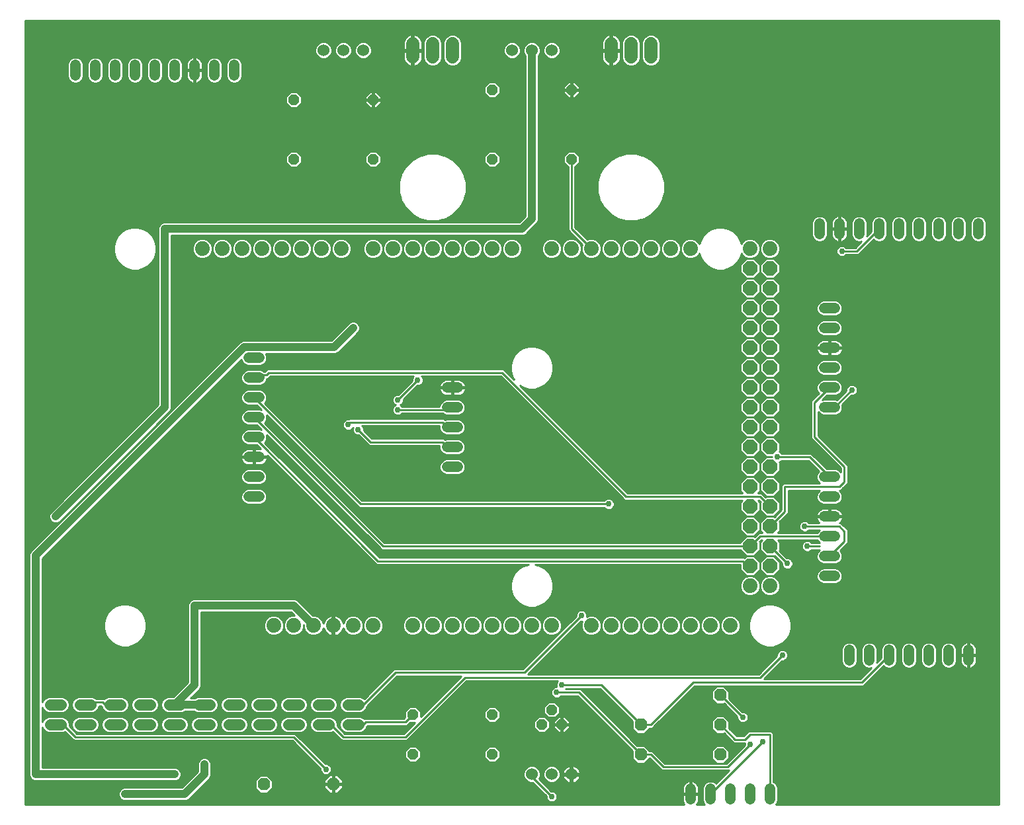
<source format=gbl>
G75*
%MOIN*%
%OFA0B0*%
%FSLAX25Y25*%
%IPPOS*%
%LPD*%
%AMOC8*
5,1,8,0,0,1.08239X$1,22.5*
%
%ADD10C,0.07400*%
%ADD11OC8,0.07400*%
%ADD12C,0.05200*%
%ADD13OC8,0.06300*%
%ADD14C,0.06000*%
%ADD15C,0.05600*%
%ADD16OC8,0.05200*%
%ADD17C,0.06600*%
%ADD18C,0.01000*%
%ADD19C,0.02978*%
%ADD20C,0.04000*%
D10*
X0156250Y0096500D03*
X0166250Y0096500D03*
X0176250Y0096500D03*
X0186250Y0096500D03*
X0196250Y0096500D03*
X0206250Y0096500D03*
X0226250Y0096500D03*
X0236250Y0096500D03*
X0246250Y0096500D03*
X0256250Y0096500D03*
X0266250Y0096500D03*
X0276250Y0096500D03*
X0286250Y0096500D03*
X0296250Y0096500D03*
X0316250Y0096500D03*
X0326250Y0096500D03*
X0336250Y0096500D03*
X0346250Y0096500D03*
X0356250Y0096500D03*
X0366250Y0096500D03*
X0376250Y0096500D03*
X0386250Y0096500D03*
X0396250Y0116500D03*
X0406250Y0116500D03*
X0406250Y0286500D03*
X0396250Y0286500D03*
X0366250Y0286500D03*
X0356250Y0286500D03*
X0346250Y0286500D03*
X0336250Y0286500D03*
X0326250Y0286500D03*
X0316250Y0286500D03*
X0306250Y0286500D03*
X0296250Y0286500D03*
X0276250Y0286500D03*
X0266250Y0286500D03*
X0256250Y0286500D03*
X0246250Y0286500D03*
X0236250Y0286500D03*
X0226250Y0286500D03*
X0216250Y0286500D03*
X0206250Y0286500D03*
X0190250Y0286500D03*
X0180250Y0286500D03*
X0170250Y0286500D03*
X0160250Y0286500D03*
X0150250Y0286500D03*
X0140250Y0286500D03*
X0130250Y0286500D03*
X0120250Y0286500D03*
D11*
X0396250Y0276500D03*
X0406250Y0276500D03*
X0406250Y0266500D03*
X0396250Y0266500D03*
X0396250Y0256500D03*
X0406250Y0256500D03*
X0406250Y0246500D03*
X0396250Y0246500D03*
X0396250Y0236500D03*
X0406250Y0236500D03*
X0406250Y0226500D03*
X0396250Y0226500D03*
X0396250Y0216500D03*
X0406250Y0216500D03*
X0406250Y0206500D03*
X0396250Y0206500D03*
X0396250Y0196500D03*
X0406250Y0196500D03*
X0406250Y0186500D03*
X0396250Y0186500D03*
X0396250Y0176500D03*
X0406250Y0176500D03*
X0406250Y0166500D03*
X0396250Y0166500D03*
X0396250Y0156500D03*
X0406250Y0156500D03*
X0406250Y0146500D03*
X0396250Y0146500D03*
X0396250Y0136500D03*
X0406250Y0136500D03*
X0406250Y0126500D03*
X0396250Y0126500D03*
D12*
X0433650Y0121500D02*
X0438850Y0121500D01*
X0438850Y0131500D02*
X0433650Y0131500D01*
X0433650Y0141500D02*
X0438850Y0141500D01*
X0438850Y0151500D02*
X0433650Y0151500D01*
X0433650Y0161500D02*
X0438850Y0161500D01*
X0438850Y0171500D02*
X0433650Y0171500D01*
X0433650Y0206500D02*
X0438850Y0206500D01*
X0438850Y0216500D02*
X0433650Y0216500D01*
X0433650Y0226500D02*
X0438850Y0226500D01*
X0438850Y0236500D02*
X0433650Y0236500D01*
X0433650Y0246500D02*
X0438850Y0246500D01*
X0438850Y0256500D02*
X0433650Y0256500D01*
X0431250Y0293900D02*
X0431250Y0299100D01*
X0441250Y0299100D02*
X0441250Y0293900D01*
X0451250Y0293900D02*
X0451250Y0299100D01*
X0461250Y0299100D02*
X0461250Y0293900D01*
X0471250Y0293900D02*
X0471250Y0299100D01*
X0481250Y0299100D02*
X0481250Y0293900D01*
X0491250Y0293900D02*
X0491250Y0299100D01*
X0501250Y0299100D02*
X0501250Y0293900D01*
X0511250Y0293900D02*
X0511250Y0299100D01*
X0248850Y0216500D02*
X0243650Y0216500D01*
X0243650Y0206500D02*
X0248850Y0206500D01*
X0248850Y0196500D02*
X0243650Y0196500D01*
X0243650Y0186500D02*
X0248850Y0186500D01*
X0248850Y0176500D02*
X0243650Y0176500D01*
X0148850Y0171500D02*
X0143650Y0171500D01*
X0143650Y0181500D02*
X0148850Y0181500D01*
X0148850Y0191500D02*
X0143650Y0191500D01*
X0143650Y0201500D02*
X0148850Y0201500D01*
X0148850Y0211500D02*
X0143650Y0211500D01*
X0143650Y0221500D02*
X0148850Y0221500D01*
X0148850Y0231500D02*
X0143650Y0231500D01*
X0143650Y0161500D02*
X0148850Y0161500D01*
X0366250Y0014100D02*
X0366250Y0008900D01*
X0376250Y0008900D02*
X0376250Y0014100D01*
X0386250Y0014100D02*
X0386250Y0008900D01*
X0396250Y0008900D02*
X0396250Y0014100D01*
X0406250Y0014100D02*
X0406250Y0008900D01*
X0446250Y0078900D02*
X0446250Y0084100D01*
X0456250Y0084100D02*
X0456250Y0078900D01*
X0466250Y0078900D02*
X0466250Y0084100D01*
X0476250Y0084100D02*
X0476250Y0078900D01*
X0486250Y0078900D02*
X0486250Y0084100D01*
X0496250Y0084100D02*
X0496250Y0078900D01*
X0506250Y0078900D02*
X0506250Y0084100D01*
X0136250Y0373900D02*
X0136250Y0379100D01*
X0126250Y0379100D02*
X0126250Y0373900D01*
X0116250Y0373900D02*
X0116250Y0379100D01*
X0106250Y0379100D02*
X0106250Y0373900D01*
X0096250Y0373900D02*
X0096250Y0379100D01*
X0086250Y0379100D02*
X0086250Y0373900D01*
X0076250Y0373900D02*
X0076250Y0379100D01*
X0066250Y0379100D02*
X0066250Y0373900D01*
X0056250Y0373900D02*
X0056250Y0379100D01*
D13*
X0381250Y0061500D03*
X0381250Y0046500D03*
X0381250Y0031500D03*
X0341250Y0031500D03*
X0341250Y0046500D03*
X0186250Y0016500D03*
X0151250Y0016500D03*
D14*
X0286250Y0021500D03*
X0296250Y0021500D03*
X0306250Y0021500D03*
X0296250Y0386500D03*
X0286250Y0386500D03*
X0276250Y0386500D03*
X0201250Y0386500D03*
X0191250Y0386500D03*
X0181250Y0386500D03*
D15*
X0178450Y0056500D02*
X0184050Y0056500D01*
X0193450Y0056500D02*
X0199050Y0056500D01*
X0199050Y0046500D02*
X0193450Y0046500D01*
X0184050Y0046500D02*
X0178450Y0046500D01*
X0169050Y0046500D02*
X0163450Y0046500D01*
X0154050Y0046500D02*
X0148450Y0046500D01*
X0139050Y0046500D02*
X0133450Y0046500D01*
X0124050Y0046500D02*
X0118450Y0046500D01*
X0109050Y0046500D02*
X0103450Y0046500D01*
X0094050Y0046500D02*
X0088450Y0046500D01*
X0079050Y0046500D02*
X0073450Y0046500D01*
X0064050Y0046500D02*
X0058450Y0046500D01*
X0049050Y0046500D02*
X0043450Y0046500D01*
X0043450Y0056500D02*
X0049050Y0056500D01*
X0058450Y0056500D02*
X0064050Y0056500D01*
X0073450Y0056500D02*
X0079050Y0056500D01*
X0088450Y0056500D02*
X0094050Y0056500D01*
X0103450Y0056500D02*
X0109050Y0056500D01*
X0118450Y0056500D02*
X0124050Y0056500D01*
X0133450Y0056500D02*
X0139050Y0056500D01*
X0148450Y0056500D02*
X0154050Y0056500D01*
X0163450Y0056500D02*
X0169050Y0056500D01*
D16*
X0226250Y0051500D03*
X0226250Y0031500D03*
X0266250Y0031500D03*
X0266250Y0051500D03*
X0291250Y0046500D03*
X0296250Y0054000D03*
X0301250Y0046500D03*
X0306250Y0331500D03*
X0306250Y0366500D03*
X0266250Y0366500D03*
X0266250Y0331500D03*
X0206250Y0331500D03*
X0206250Y0361500D03*
X0166250Y0361500D03*
X0166250Y0331500D03*
D17*
X0226250Y0383200D02*
X0226250Y0389800D01*
X0236250Y0389800D02*
X0236250Y0383200D01*
X0246250Y0383200D02*
X0246250Y0389800D01*
X0326250Y0389800D02*
X0326250Y0383200D01*
X0336250Y0383200D02*
X0336250Y0389800D01*
X0346250Y0389800D02*
X0346250Y0383200D01*
D18*
X0031050Y0401500D02*
X0031050Y0006300D01*
X0363071Y0006300D01*
X0362743Y0006751D01*
X0362450Y0007326D01*
X0362251Y0007940D01*
X0362150Y0008577D01*
X0362150Y0011200D01*
X0365950Y0011200D01*
X0365950Y0011800D01*
X0365950Y0018200D01*
X0365927Y0018200D01*
X0365290Y0018099D01*
X0364676Y0017900D01*
X0364101Y0017607D01*
X0363579Y0017227D01*
X0363123Y0016771D01*
X0362743Y0016249D01*
X0362450Y0015674D01*
X0362251Y0015060D01*
X0362150Y0014423D01*
X0362150Y0011800D01*
X0365950Y0011800D01*
X0366550Y0011800D01*
X0366550Y0018200D01*
X0366573Y0018200D01*
X0367210Y0018099D01*
X0367824Y0017900D01*
X0368399Y0017607D01*
X0368921Y0017227D01*
X0369377Y0016771D01*
X0369757Y0016249D01*
X0370050Y0015674D01*
X0370249Y0015060D01*
X0370350Y0014423D01*
X0370350Y0011800D01*
X0366550Y0011800D01*
X0366550Y0011200D01*
X0370350Y0011200D01*
X0370350Y0008577D01*
X0370249Y0007940D01*
X0370050Y0007326D01*
X0369757Y0006751D01*
X0369429Y0006300D01*
X0373335Y0006300D01*
X0372944Y0006691D01*
X0372350Y0008124D01*
X0372350Y0014876D01*
X0372944Y0016309D01*
X0374041Y0017406D01*
X0375474Y0018000D01*
X0377026Y0018000D01*
X0378459Y0017406D01*
X0379035Y0016830D01*
X0385654Y0023450D01*
X0351754Y0023450D01*
X0345624Y0029581D01*
X0343093Y0027050D01*
X0339407Y0027050D01*
X0336800Y0029657D01*
X0336800Y0033343D01*
X0336831Y0033374D01*
X0309254Y0060950D01*
X0300894Y0060950D01*
X0300330Y0060386D01*
X0299305Y0059961D01*
X0298195Y0059961D01*
X0297170Y0060386D01*
X0296386Y0061170D01*
X0295961Y0062195D01*
X0295961Y0063305D01*
X0296386Y0064330D01*
X0297170Y0065114D01*
X0298195Y0065539D01*
X0298629Y0065539D01*
X0298461Y0065945D01*
X0298461Y0067055D01*
X0298886Y0068080D01*
X0299256Y0068450D01*
X0253246Y0068450D01*
X0224300Y0039504D01*
X0223246Y0038450D01*
X0190504Y0038450D01*
X0186060Y0042895D01*
X0184866Y0042400D01*
X0177634Y0042400D01*
X0176128Y0043024D01*
X0174974Y0044178D01*
X0174350Y0045684D01*
X0174350Y0047316D01*
X0174974Y0048822D01*
X0176128Y0049976D01*
X0177634Y0050600D01*
X0184866Y0050600D01*
X0186372Y0049976D01*
X0187526Y0048822D01*
X0188150Y0047316D01*
X0188150Y0045896D01*
X0191996Y0042050D01*
X0221754Y0042050D01*
X0227304Y0047600D01*
X0224896Y0047600D01*
X0224300Y0047004D01*
X0223246Y0045950D01*
X0203246Y0045950D01*
X0203150Y0045854D01*
X0203150Y0045684D01*
X0202526Y0044178D01*
X0201372Y0043024D01*
X0199866Y0042400D01*
X0192634Y0042400D01*
X0191128Y0043024D01*
X0189974Y0044178D01*
X0189350Y0045684D01*
X0189350Y0047316D01*
X0189974Y0048822D01*
X0191128Y0049976D01*
X0192634Y0050600D01*
X0199866Y0050600D01*
X0201372Y0049976D01*
X0201798Y0049550D01*
X0221754Y0049550D01*
X0222350Y0050146D01*
X0222350Y0053115D01*
X0224635Y0055400D01*
X0227865Y0055400D01*
X0230150Y0053115D01*
X0230150Y0050446D01*
X0250654Y0070950D01*
X0218246Y0070950D01*
X0203150Y0055854D01*
X0203150Y0055684D01*
X0202526Y0054178D01*
X0201372Y0053024D01*
X0199866Y0052400D01*
X0192634Y0052400D01*
X0191128Y0053024D01*
X0189974Y0054178D01*
X0189350Y0055684D01*
X0189350Y0057316D01*
X0189974Y0058822D01*
X0191128Y0059976D01*
X0192634Y0060600D01*
X0199866Y0060600D01*
X0201372Y0059976D01*
X0201776Y0059572D01*
X0216754Y0074550D01*
X0281754Y0074550D01*
X0308461Y0101257D01*
X0308461Y0102055D01*
X0308886Y0103080D01*
X0309670Y0103864D01*
X0310695Y0104289D01*
X0311805Y0104289D01*
X0312830Y0103864D01*
X0313614Y0103080D01*
X0314039Y0102055D01*
X0314039Y0100996D01*
X0315255Y0101500D01*
X0317245Y0101500D01*
X0319082Y0100739D01*
X0320489Y0099332D01*
X0321250Y0097495D01*
X0321250Y0095505D01*
X0322011Y0093668D01*
X0323418Y0092261D01*
X0325255Y0091500D01*
X0327245Y0091500D01*
X0329082Y0092261D01*
X0330489Y0093668D01*
X0331250Y0095505D01*
X0331250Y0097495D01*
X0330489Y0099332D01*
X0329082Y0100739D01*
X0327245Y0101500D01*
X0325255Y0101500D01*
X0323418Y0100739D01*
X0322011Y0099332D01*
X0321250Y0097495D01*
X0321250Y0095505D01*
X0320489Y0093668D01*
X0319082Y0092261D01*
X0317245Y0091500D01*
X0315255Y0091500D01*
X0313418Y0092261D01*
X0312011Y0093668D01*
X0311250Y0095505D01*
X0311250Y0097495D01*
X0311754Y0098711D01*
X0311007Y0098711D01*
X0284346Y0072050D01*
X0400504Y0072050D01*
X0409711Y0081257D01*
X0409711Y0082055D01*
X0410136Y0083080D01*
X0410920Y0083864D01*
X0411945Y0084289D01*
X0413055Y0084289D01*
X0414080Y0083864D01*
X0414864Y0083080D01*
X0415289Y0082055D01*
X0415289Y0080945D01*
X0414864Y0079920D01*
X0414080Y0079136D01*
X0413055Y0078711D01*
X0412257Y0078711D01*
X0403096Y0069550D01*
X0451754Y0069550D01*
X0457331Y0075126D01*
X0457026Y0075000D01*
X0455474Y0075000D01*
X0454041Y0075594D01*
X0452944Y0076691D01*
X0452350Y0078124D01*
X0452350Y0084876D01*
X0452944Y0086309D01*
X0454041Y0087406D01*
X0455474Y0088000D01*
X0457026Y0088000D01*
X0458459Y0087406D01*
X0459556Y0086309D01*
X0460150Y0084876D01*
X0460150Y0078124D01*
X0460024Y0077819D01*
X0462350Y0080146D01*
X0462350Y0084876D01*
X0462944Y0086309D01*
X0464041Y0087406D01*
X0465474Y0088000D01*
X0467026Y0088000D01*
X0468459Y0087406D01*
X0469556Y0086309D01*
X0470150Y0084876D01*
X0470150Y0078124D01*
X0469556Y0076691D01*
X0468459Y0075594D01*
X0467026Y0075000D01*
X0465474Y0075000D01*
X0464041Y0075594D01*
X0463465Y0076170D01*
X0454300Y0067004D01*
X0453246Y0065950D01*
X0368246Y0065950D01*
X0348050Y0045754D01*
X0346996Y0044700D01*
X0345700Y0044700D01*
X0345700Y0044657D01*
X0343093Y0042050D01*
X0339407Y0042050D01*
X0336800Y0044657D01*
X0336800Y0048343D01*
X0336831Y0048374D01*
X0320504Y0064700D01*
X0303394Y0064700D01*
X0303244Y0064550D01*
X0310746Y0064550D01*
X0311800Y0063496D01*
X0339376Y0035919D01*
X0339407Y0035950D01*
X0343093Y0035950D01*
X0345700Y0033343D01*
X0345700Y0033300D01*
X0346996Y0033300D01*
X0348050Y0032246D01*
X0353246Y0027050D01*
X0384254Y0027050D01*
X0393461Y0036257D01*
X0393461Y0037055D01*
X0393521Y0037200D01*
X0388004Y0037200D01*
X0383124Y0042081D01*
X0383093Y0042050D01*
X0379407Y0042050D01*
X0376800Y0044657D01*
X0376800Y0048343D01*
X0379407Y0050950D01*
X0383093Y0050950D01*
X0385700Y0048343D01*
X0385700Y0044657D01*
X0385669Y0044626D01*
X0389496Y0040800D01*
X0393004Y0040800D01*
X0395504Y0043300D01*
X0406996Y0043300D01*
X0408050Y0042246D01*
X0408050Y0017576D01*
X0408459Y0017406D01*
X0409556Y0016309D01*
X0410150Y0014876D01*
X0410150Y0008124D01*
X0409556Y0006691D01*
X0409165Y0006300D01*
X0521450Y0006300D01*
X0521450Y0401466D01*
X0487070Y0401500D01*
X0031050Y0401500D01*
X0031050Y0400957D02*
X0521450Y0400957D01*
X0521450Y0399958D02*
X0031050Y0399958D01*
X0031050Y0398960D02*
X0521450Y0398960D01*
X0521450Y0397961D02*
X0031050Y0397961D01*
X0031050Y0396963D02*
X0521450Y0396963D01*
X0521450Y0395964D02*
X0031050Y0395964D01*
X0031050Y0394966D02*
X0521450Y0394966D01*
X0521450Y0393967D02*
X0348210Y0393967D01*
X0348856Y0393700D02*
X0347165Y0394400D01*
X0345335Y0394400D01*
X0343644Y0393700D01*
X0342350Y0392406D01*
X0341650Y0390715D01*
X0341650Y0382285D01*
X0342350Y0380594D01*
X0343644Y0379300D01*
X0345335Y0378600D01*
X0347165Y0378600D01*
X0348856Y0379300D01*
X0350150Y0380594D01*
X0350850Y0382285D01*
X0350850Y0390715D01*
X0350150Y0392406D01*
X0348856Y0393700D01*
X0349587Y0392969D02*
X0521450Y0392969D01*
X0521450Y0391970D02*
X0350330Y0391970D01*
X0350744Y0390972D02*
X0521450Y0390972D01*
X0521450Y0389973D02*
X0350850Y0389973D01*
X0350850Y0388974D02*
X0521450Y0388974D01*
X0521450Y0387976D02*
X0350850Y0387976D01*
X0350850Y0386977D02*
X0521450Y0386977D01*
X0521450Y0385979D02*
X0350850Y0385979D01*
X0350850Y0384980D02*
X0521450Y0384980D01*
X0521450Y0383982D02*
X0350850Y0383982D01*
X0350850Y0382983D02*
X0521450Y0382983D01*
X0521450Y0381985D02*
X0350726Y0381985D01*
X0350312Y0380986D02*
X0521450Y0380986D01*
X0521450Y0379988D02*
X0349543Y0379988D01*
X0348105Y0378989D02*
X0521450Y0378989D01*
X0521450Y0377991D02*
X0289550Y0377991D01*
X0289550Y0378989D02*
X0323941Y0378989D01*
X0323734Y0379095D02*
X0324407Y0378752D01*
X0325126Y0378518D01*
X0325750Y0378419D01*
X0325750Y0386000D01*
X0321450Y0386000D01*
X0321450Y0382822D01*
X0321568Y0382076D01*
X0321802Y0381357D01*
X0322145Y0380684D01*
X0322589Y0380073D01*
X0323123Y0379539D01*
X0323734Y0379095D01*
X0322674Y0379988D02*
X0289550Y0379988D01*
X0289550Y0380986D02*
X0321991Y0380986D01*
X0321598Y0381985D02*
X0289550Y0381985D01*
X0289550Y0382983D02*
X0293685Y0382983D01*
X0293814Y0382855D02*
X0295395Y0382200D01*
X0297105Y0382200D01*
X0298686Y0382855D01*
X0299895Y0384064D01*
X0300550Y0385645D01*
X0300550Y0387355D01*
X0299895Y0388936D01*
X0298686Y0390145D01*
X0297105Y0390800D01*
X0295395Y0390800D01*
X0293814Y0390145D01*
X0292605Y0388936D01*
X0291950Y0387355D01*
X0291950Y0385645D01*
X0292605Y0384064D01*
X0293814Y0382855D01*
X0292687Y0383982D02*
X0289813Y0383982D01*
X0289895Y0384064D02*
X0290550Y0385645D01*
X0290550Y0387355D01*
X0289895Y0388936D01*
X0288686Y0390145D01*
X0287105Y0390800D01*
X0285395Y0390800D01*
X0283814Y0390145D01*
X0282605Y0388936D01*
X0281950Y0387355D01*
X0281950Y0385645D01*
X0282605Y0384064D01*
X0282950Y0383719D01*
X0282950Y0302867D01*
X0279883Y0299800D01*
X0100594Y0299800D01*
X0099381Y0299298D01*
X0098452Y0298369D01*
X0097950Y0297156D01*
X0097950Y0207867D01*
X0043452Y0153369D01*
X0042950Y0152156D01*
X0042950Y0150844D01*
X0043452Y0149631D01*
X0044381Y0148702D01*
X0045594Y0148200D01*
X0046906Y0148200D01*
X0048119Y0148702D01*
X0104048Y0204631D01*
X0104550Y0205844D01*
X0104550Y0293200D01*
X0281906Y0293200D01*
X0283119Y0293702D01*
X0284048Y0294631D01*
X0289048Y0299631D01*
X0289550Y0300844D01*
X0289550Y0383719D01*
X0289895Y0384064D01*
X0290275Y0384980D02*
X0292225Y0384980D01*
X0291950Y0385979D02*
X0290550Y0385979D01*
X0290550Y0386977D02*
X0291950Y0386977D01*
X0292207Y0387976D02*
X0290293Y0387976D01*
X0289857Y0388974D02*
X0292643Y0388974D01*
X0293642Y0389973D02*
X0288858Y0389973D01*
X0283642Y0389973D02*
X0278858Y0389973D01*
X0278686Y0390145D02*
X0277105Y0390800D01*
X0275395Y0390800D01*
X0273814Y0390145D01*
X0272605Y0388936D01*
X0271950Y0387355D01*
X0271950Y0385645D01*
X0272605Y0384064D01*
X0273814Y0382855D01*
X0275395Y0382200D01*
X0277105Y0382200D01*
X0278686Y0382855D01*
X0279895Y0384064D01*
X0280550Y0385645D01*
X0280550Y0387355D01*
X0279895Y0388936D01*
X0278686Y0390145D01*
X0279857Y0388974D02*
X0282643Y0388974D01*
X0282207Y0387976D02*
X0280293Y0387976D01*
X0280550Y0386977D02*
X0281950Y0386977D01*
X0281950Y0385979D02*
X0280550Y0385979D01*
X0280275Y0384980D02*
X0282225Y0384980D01*
X0282687Y0383982D02*
X0279813Y0383982D01*
X0278815Y0382983D02*
X0282950Y0382983D01*
X0282950Y0381985D02*
X0250726Y0381985D01*
X0250850Y0382285D02*
X0250150Y0380594D01*
X0248856Y0379300D01*
X0247165Y0378600D01*
X0245335Y0378600D01*
X0243644Y0379300D01*
X0242350Y0380594D01*
X0241650Y0382285D01*
X0241650Y0390715D01*
X0242350Y0392406D01*
X0243644Y0393700D01*
X0245335Y0394400D01*
X0247165Y0394400D01*
X0248856Y0393700D01*
X0250150Y0392406D01*
X0250850Y0390715D01*
X0250850Y0382285D01*
X0250850Y0382983D02*
X0273685Y0382983D01*
X0272687Y0383982D02*
X0250850Y0383982D01*
X0250850Y0384980D02*
X0272225Y0384980D01*
X0271950Y0385979D02*
X0250850Y0385979D01*
X0250850Y0386977D02*
X0271950Y0386977D01*
X0272207Y0387976D02*
X0250850Y0387976D01*
X0250850Y0388974D02*
X0272643Y0388974D01*
X0273642Y0389973D02*
X0250850Y0389973D01*
X0250744Y0390972D02*
X0321584Y0390972D01*
X0321568Y0390924D02*
X0321450Y0390178D01*
X0321450Y0387000D01*
X0325750Y0387000D01*
X0325750Y0394581D01*
X0325126Y0394482D01*
X0324407Y0394248D01*
X0323734Y0393905D01*
X0323123Y0393461D01*
X0322589Y0392927D01*
X0322145Y0392316D01*
X0321802Y0391643D01*
X0321568Y0390924D01*
X0321450Y0389973D02*
X0298858Y0389973D01*
X0299857Y0388974D02*
X0321450Y0388974D01*
X0321450Y0387976D02*
X0300293Y0387976D01*
X0300550Y0386977D02*
X0325750Y0386977D01*
X0325750Y0387000D02*
X0325750Y0386000D01*
X0326750Y0386000D01*
X0326750Y0387000D01*
X0325750Y0387000D01*
X0325750Y0387976D02*
X0326750Y0387976D01*
X0326750Y0387000D02*
X0326750Y0394581D01*
X0327374Y0394482D01*
X0328093Y0394248D01*
X0328766Y0393905D01*
X0329377Y0393461D01*
X0329911Y0392927D01*
X0330355Y0392316D01*
X0330698Y0391643D01*
X0330932Y0390924D01*
X0331050Y0390178D01*
X0331050Y0387000D01*
X0326750Y0387000D01*
X0326750Y0386977D02*
X0331650Y0386977D01*
X0331650Y0385979D02*
X0331050Y0385979D01*
X0331050Y0386000D02*
X0326750Y0386000D01*
X0326750Y0378419D01*
X0327374Y0378518D01*
X0328093Y0378752D01*
X0328766Y0379095D01*
X0329377Y0379539D01*
X0329911Y0380073D01*
X0330355Y0380684D01*
X0330698Y0381357D01*
X0330932Y0382076D01*
X0331050Y0382822D01*
X0331050Y0386000D01*
X0331050Y0384980D02*
X0331650Y0384980D01*
X0331650Y0383982D02*
X0331050Y0383982D01*
X0331050Y0382983D02*
X0331650Y0382983D01*
X0331650Y0382285D02*
X0332350Y0380594D01*
X0333644Y0379300D01*
X0335335Y0378600D01*
X0337165Y0378600D01*
X0338856Y0379300D01*
X0340150Y0380594D01*
X0340850Y0382285D01*
X0340850Y0390715D01*
X0340150Y0392406D01*
X0338856Y0393700D01*
X0337165Y0394400D01*
X0335335Y0394400D01*
X0333644Y0393700D01*
X0332350Y0392406D01*
X0331650Y0390715D01*
X0331650Y0382285D01*
X0331774Y0381985D02*
X0330902Y0381985D01*
X0330509Y0380986D02*
X0332188Y0380986D01*
X0332957Y0379988D02*
X0329826Y0379988D01*
X0328559Y0378989D02*
X0334395Y0378989D01*
X0338105Y0378989D02*
X0344395Y0378989D01*
X0342957Y0379988D02*
X0339543Y0379988D01*
X0340312Y0380986D02*
X0342188Y0380986D01*
X0341774Y0381985D02*
X0340726Y0381985D01*
X0340850Y0382983D02*
X0341650Y0382983D01*
X0341650Y0383982D02*
X0340850Y0383982D01*
X0340850Y0384980D02*
X0341650Y0384980D01*
X0341650Y0385979D02*
X0340850Y0385979D01*
X0340850Y0386977D02*
X0341650Y0386977D01*
X0341650Y0387976D02*
X0340850Y0387976D01*
X0340850Y0388974D02*
X0341650Y0388974D01*
X0341650Y0389973D02*
X0340850Y0389973D01*
X0340744Y0390972D02*
X0341756Y0390972D01*
X0342170Y0391970D02*
X0340330Y0391970D01*
X0339587Y0392969D02*
X0342913Y0392969D01*
X0344290Y0393967D02*
X0338210Y0393967D01*
X0334290Y0393967D02*
X0328645Y0393967D01*
X0329870Y0392969D02*
X0332913Y0392969D01*
X0332170Y0391970D02*
X0330531Y0391970D01*
X0330916Y0390972D02*
X0331756Y0390972D01*
X0331650Y0389973D02*
X0331050Y0389973D01*
X0331050Y0388974D02*
X0331650Y0388974D01*
X0331650Y0387976D02*
X0331050Y0387976D01*
X0326750Y0388974D02*
X0325750Y0388974D01*
X0325750Y0389973D02*
X0326750Y0389973D01*
X0326750Y0390972D02*
X0325750Y0390972D01*
X0325750Y0391970D02*
X0326750Y0391970D01*
X0326750Y0392969D02*
X0325750Y0392969D01*
X0325750Y0393967D02*
X0326750Y0393967D01*
X0323855Y0393967D02*
X0248210Y0393967D01*
X0249587Y0392969D02*
X0322630Y0392969D01*
X0321969Y0391970D02*
X0250330Y0391970D01*
X0244290Y0393967D02*
X0238210Y0393967D01*
X0238856Y0393700D02*
X0237165Y0394400D01*
X0235335Y0394400D01*
X0233644Y0393700D01*
X0232350Y0392406D01*
X0231650Y0390715D01*
X0231650Y0382285D01*
X0232350Y0380594D01*
X0233644Y0379300D01*
X0235335Y0378600D01*
X0237165Y0378600D01*
X0238856Y0379300D01*
X0240150Y0380594D01*
X0240850Y0382285D01*
X0240850Y0390715D01*
X0240150Y0392406D01*
X0238856Y0393700D01*
X0239587Y0392969D02*
X0242913Y0392969D01*
X0242170Y0391970D02*
X0240330Y0391970D01*
X0240744Y0390972D02*
X0241756Y0390972D01*
X0241650Y0389973D02*
X0240850Y0389973D01*
X0240850Y0388974D02*
X0241650Y0388974D01*
X0241650Y0387976D02*
X0240850Y0387976D01*
X0240850Y0386977D02*
X0241650Y0386977D01*
X0241650Y0385979D02*
X0240850Y0385979D01*
X0240850Y0384980D02*
X0241650Y0384980D01*
X0241650Y0383982D02*
X0240850Y0383982D01*
X0240850Y0382983D02*
X0241650Y0382983D01*
X0241774Y0381985D02*
X0240726Y0381985D01*
X0240312Y0380986D02*
X0242188Y0380986D01*
X0242957Y0379988D02*
X0239543Y0379988D01*
X0238105Y0378989D02*
X0244395Y0378989D01*
X0248105Y0378989D02*
X0282950Y0378989D01*
X0282950Y0377991D02*
X0140150Y0377991D01*
X0140150Y0378989D02*
X0223941Y0378989D01*
X0223734Y0379095D02*
X0224407Y0378752D01*
X0225126Y0378518D01*
X0225750Y0378419D01*
X0225750Y0386000D01*
X0221450Y0386000D01*
X0221450Y0382822D01*
X0221568Y0382076D01*
X0221802Y0381357D01*
X0222145Y0380684D01*
X0222589Y0380073D01*
X0223123Y0379539D01*
X0223734Y0379095D01*
X0222674Y0379988D02*
X0140104Y0379988D01*
X0140150Y0379876D02*
X0139556Y0381309D01*
X0138459Y0382406D01*
X0137026Y0383000D01*
X0135474Y0383000D01*
X0134041Y0382406D01*
X0132944Y0381309D01*
X0132350Y0379876D01*
X0132350Y0373124D01*
X0132944Y0371691D01*
X0134041Y0370594D01*
X0135474Y0370000D01*
X0137026Y0370000D01*
X0138459Y0370594D01*
X0139556Y0371691D01*
X0140150Y0373124D01*
X0140150Y0379876D01*
X0139690Y0380986D02*
X0221991Y0380986D01*
X0221598Y0381985D02*
X0138880Y0381985D01*
X0137066Y0382983D02*
X0178685Y0382983D01*
X0178814Y0382855D02*
X0180395Y0382200D01*
X0182105Y0382200D01*
X0183686Y0382855D01*
X0184895Y0384064D01*
X0185550Y0385645D01*
X0185550Y0387355D01*
X0184895Y0388936D01*
X0183686Y0390145D01*
X0182105Y0390800D01*
X0180395Y0390800D01*
X0178814Y0390145D01*
X0177605Y0388936D01*
X0176950Y0387355D01*
X0176950Y0385645D01*
X0177605Y0384064D01*
X0178814Y0382855D01*
X0177687Y0383982D02*
X0031050Y0383982D01*
X0031050Y0384980D02*
X0177225Y0384980D01*
X0176950Y0385979D02*
X0031050Y0385979D01*
X0031050Y0386977D02*
X0176950Y0386977D01*
X0177207Y0387976D02*
X0031050Y0387976D01*
X0031050Y0388974D02*
X0177643Y0388974D01*
X0178642Y0389973D02*
X0031050Y0389973D01*
X0031050Y0390972D02*
X0221584Y0390972D01*
X0221568Y0390924D02*
X0221450Y0390178D01*
X0221450Y0387000D01*
X0225750Y0387000D01*
X0225750Y0394581D01*
X0225126Y0394482D01*
X0224407Y0394248D01*
X0223734Y0393905D01*
X0223123Y0393461D01*
X0222589Y0392927D01*
X0222145Y0392316D01*
X0221802Y0391643D01*
X0221568Y0390924D01*
X0221450Y0389973D02*
X0203858Y0389973D01*
X0203686Y0390145D02*
X0202105Y0390800D01*
X0200395Y0390800D01*
X0198814Y0390145D01*
X0197605Y0388936D01*
X0196950Y0387355D01*
X0196950Y0385645D01*
X0197605Y0384064D01*
X0198814Y0382855D01*
X0200395Y0382200D01*
X0202105Y0382200D01*
X0203686Y0382855D01*
X0204895Y0384064D01*
X0205550Y0385645D01*
X0205550Y0387355D01*
X0204895Y0388936D01*
X0203686Y0390145D01*
X0204857Y0388974D02*
X0221450Y0388974D01*
X0221450Y0387976D02*
X0205293Y0387976D01*
X0205550Y0386977D02*
X0225750Y0386977D01*
X0225750Y0387000D02*
X0225750Y0386000D01*
X0226750Y0386000D01*
X0226750Y0387000D01*
X0225750Y0387000D01*
X0225750Y0387976D02*
X0226750Y0387976D01*
X0226750Y0387000D02*
X0226750Y0394581D01*
X0227374Y0394482D01*
X0228093Y0394248D01*
X0228766Y0393905D01*
X0229377Y0393461D01*
X0229911Y0392927D01*
X0230355Y0392316D01*
X0230698Y0391643D01*
X0230932Y0390924D01*
X0231050Y0390178D01*
X0231050Y0387000D01*
X0226750Y0387000D01*
X0226750Y0386977D02*
X0231650Y0386977D01*
X0231650Y0385979D02*
X0231050Y0385979D01*
X0231050Y0386000D02*
X0226750Y0386000D01*
X0226750Y0378419D01*
X0227374Y0378518D01*
X0228093Y0378752D01*
X0228766Y0379095D01*
X0229377Y0379539D01*
X0229911Y0380073D01*
X0230355Y0380684D01*
X0230698Y0381357D01*
X0230932Y0382076D01*
X0231050Y0382822D01*
X0231050Y0386000D01*
X0231050Y0384980D02*
X0231650Y0384980D01*
X0231650Y0383982D02*
X0231050Y0383982D01*
X0231050Y0382983D02*
X0231650Y0382983D01*
X0231774Y0381985D02*
X0230902Y0381985D01*
X0230509Y0380986D02*
X0232188Y0380986D01*
X0232957Y0379988D02*
X0229826Y0379988D01*
X0228559Y0378989D02*
X0234395Y0378989D01*
X0226750Y0378989D02*
X0225750Y0378989D01*
X0225750Y0379988D02*
X0226750Y0379988D01*
X0226750Y0380986D02*
X0225750Y0380986D01*
X0225750Y0381985D02*
X0226750Y0381985D01*
X0226750Y0382983D02*
X0225750Y0382983D01*
X0225750Y0383982D02*
X0226750Y0383982D01*
X0226750Y0384980D02*
X0225750Y0384980D01*
X0225750Y0385979D02*
X0226750Y0385979D01*
X0226750Y0388974D02*
X0225750Y0388974D01*
X0225750Y0389973D02*
X0226750Y0389973D01*
X0226750Y0390972D02*
X0225750Y0390972D01*
X0225750Y0391970D02*
X0226750Y0391970D01*
X0226750Y0392969D02*
X0225750Y0392969D01*
X0225750Y0393967D02*
X0226750Y0393967D01*
X0228645Y0393967D02*
X0234290Y0393967D01*
X0232913Y0392969D02*
X0229870Y0392969D01*
X0230531Y0391970D02*
X0232170Y0391970D01*
X0231756Y0390972D02*
X0230916Y0390972D01*
X0231050Y0389973D02*
X0231650Y0389973D01*
X0231650Y0388974D02*
X0231050Y0388974D01*
X0231050Y0387976D02*
X0231650Y0387976D01*
X0223855Y0393967D02*
X0031050Y0393967D01*
X0031050Y0392969D02*
X0222630Y0392969D01*
X0221969Y0391970D02*
X0031050Y0391970D01*
X0031050Y0382983D02*
X0055434Y0382983D01*
X0055474Y0383000D02*
X0054041Y0382406D01*
X0052944Y0381309D01*
X0052350Y0379876D01*
X0052350Y0373124D01*
X0052944Y0371691D01*
X0054041Y0370594D01*
X0055474Y0370000D01*
X0057026Y0370000D01*
X0058459Y0370594D01*
X0059556Y0371691D01*
X0060150Y0373124D01*
X0060150Y0379876D01*
X0059556Y0381309D01*
X0058459Y0382406D01*
X0057026Y0383000D01*
X0055474Y0383000D01*
X0057066Y0382983D02*
X0065434Y0382983D01*
X0065474Y0383000D02*
X0064041Y0382406D01*
X0062944Y0381309D01*
X0062350Y0379876D01*
X0062350Y0373124D01*
X0062944Y0371691D01*
X0064041Y0370594D01*
X0065474Y0370000D01*
X0067026Y0370000D01*
X0068459Y0370594D01*
X0069556Y0371691D01*
X0070150Y0373124D01*
X0070150Y0379876D01*
X0069556Y0381309D01*
X0068459Y0382406D01*
X0067026Y0383000D01*
X0065474Y0383000D01*
X0067066Y0382983D02*
X0075434Y0382983D01*
X0075474Y0383000D02*
X0074041Y0382406D01*
X0072944Y0381309D01*
X0072350Y0379876D01*
X0072350Y0373124D01*
X0072944Y0371691D01*
X0074041Y0370594D01*
X0075474Y0370000D01*
X0077026Y0370000D01*
X0078459Y0370594D01*
X0079556Y0371691D01*
X0080150Y0373124D01*
X0080150Y0379876D01*
X0079556Y0381309D01*
X0078459Y0382406D01*
X0077026Y0383000D01*
X0075474Y0383000D01*
X0077066Y0382983D02*
X0085434Y0382983D01*
X0085474Y0383000D02*
X0084041Y0382406D01*
X0082944Y0381309D01*
X0082350Y0379876D01*
X0082350Y0373124D01*
X0082944Y0371691D01*
X0084041Y0370594D01*
X0085474Y0370000D01*
X0087026Y0370000D01*
X0088459Y0370594D01*
X0089556Y0371691D01*
X0090150Y0373124D01*
X0090150Y0379876D01*
X0089556Y0381309D01*
X0088459Y0382406D01*
X0087026Y0383000D01*
X0085474Y0383000D01*
X0087066Y0382983D02*
X0095434Y0382983D01*
X0095474Y0383000D02*
X0094041Y0382406D01*
X0092944Y0381309D01*
X0092350Y0379876D01*
X0092350Y0373124D01*
X0092944Y0371691D01*
X0094041Y0370594D01*
X0095474Y0370000D01*
X0097026Y0370000D01*
X0098459Y0370594D01*
X0099556Y0371691D01*
X0100150Y0373124D01*
X0100150Y0379876D01*
X0099556Y0381309D01*
X0098459Y0382406D01*
X0097026Y0383000D01*
X0095474Y0383000D01*
X0097066Y0382983D02*
X0105434Y0382983D01*
X0105474Y0383000D02*
X0104041Y0382406D01*
X0102944Y0381309D01*
X0102350Y0379876D01*
X0102350Y0373124D01*
X0102944Y0371691D01*
X0104041Y0370594D01*
X0105474Y0370000D01*
X0107026Y0370000D01*
X0108459Y0370594D01*
X0109556Y0371691D01*
X0110150Y0373124D01*
X0110150Y0379876D01*
X0109556Y0381309D01*
X0108459Y0382406D01*
X0107026Y0383000D01*
X0105474Y0383000D01*
X0107066Y0382983D02*
X0114934Y0382983D01*
X0114676Y0382900D02*
X0114101Y0382607D01*
X0113579Y0382227D01*
X0113123Y0381771D01*
X0112743Y0381249D01*
X0112450Y0380674D01*
X0112251Y0380060D01*
X0112150Y0379423D01*
X0112150Y0376800D01*
X0115950Y0376800D01*
X0115950Y0383200D01*
X0115927Y0383200D01*
X0115290Y0383099D01*
X0114676Y0382900D01*
X0115950Y0382983D02*
X0116550Y0382983D01*
X0116550Y0383200D02*
X0116550Y0376800D01*
X0120350Y0376800D01*
X0120350Y0379423D01*
X0120249Y0380060D01*
X0120050Y0380674D01*
X0119757Y0381249D01*
X0119377Y0381771D01*
X0118921Y0382227D01*
X0118399Y0382607D01*
X0117824Y0382900D01*
X0117210Y0383099D01*
X0116573Y0383200D01*
X0116550Y0383200D01*
X0117566Y0382983D02*
X0125434Y0382983D01*
X0125474Y0383000D02*
X0124041Y0382406D01*
X0122944Y0381309D01*
X0122350Y0379876D01*
X0122350Y0373124D01*
X0122944Y0371691D01*
X0124041Y0370594D01*
X0125474Y0370000D01*
X0127026Y0370000D01*
X0128459Y0370594D01*
X0129556Y0371691D01*
X0130150Y0373124D01*
X0130150Y0379876D01*
X0129556Y0381309D01*
X0128459Y0382406D01*
X0127026Y0383000D01*
X0125474Y0383000D01*
X0127066Y0382983D02*
X0135434Y0382983D01*
X0133619Y0381985D02*
X0128880Y0381985D01*
X0129690Y0380986D02*
X0132810Y0380986D01*
X0132396Y0379988D02*
X0130104Y0379988D01*
X0130150Y0378989D02*
X0132350Y0378989D01*
X0132350Y0377991D02*
X0130150Y0377991D01*
X0130150Y0376992D02*
X0132350Y0376992D01*
X0132350Y0375994D02*
X0130150Y0375994D01*
X0130150Y0374995D02*
X0132350Y0374995D01*
X0132350Y0373997D02*
X0130150Y0373997D01*
X0130098Y0372998D02*
X0132402Y0372998D01*
X0132816Y0372000D02*
X0129684Y0372000D01*
X0128867Y0371001D02*
X0133633Y0371001D01*
X0135468Y0370003D02*
X0127032Y0370003D01*
X0125468Y0370003D02*
X0117523Y0370003D01*
X0117824Y0370100D02*
X0118399Y0370393D01*
X0118921Y0370773D01*
X0119377Y0371229D01*
X0119757Y0371751D01*
X0120050Y0372326D01*
X0120249Y0372940D01*
X0120350Y0373577D01*
X0120350Y0376200D01*
X0116550Y0376200D01*
X0116550Y0376800D01*
X0115950Y0376800D01*
X0115950Y0376200D01*
X0116550Y0376200D01*
X0116550Y0369800D01*
X0116573Y0369800D01*
X0117210Y0369901D01*
X0117824Y0370100D01*
X0116550Y0370003D02*
X0115950Y0370003D01*
X0115950Y0369800D02*
X0115950Y0376200D01*
X0112150Y0376200D01*
X0112150Y0373577D01*
X0112251Y0372940D01*
X0112450Y0372326D01*
X0112743Y0371751D01*
X0113123Y0371229D01*
X0113579Y0370773D01*
X0114101Y0370393D01*
X0114676Y0370100D01*
X0115290Y0369901D01*
X0115927Y0369800D01*
X0115950Y0369800D01*
X0114977Y0370003D02*
X0107032Y0370003D01*
X0105468Y0370003D02*
X0097032Y0370003D01*
X0095468Y0370003D02*
X0087032Y0370003D01*
X0085468Y0370003D02*
X0077032Y0370003D01*
X0075468Y0370003D02*
X0067032Y0370003D01*
X0065468Y0370003D02*
X0057032Y0370003D01*
X0055468Y0370003D02*
X0031050Y0370003D01*
X0031050Y0371001D02*
X0053633Y0371001D01*
X0052816Y0372000D02*
X0031050Y0372000D01*
X0031050Y0372998D02*
X0052402Y0372998D01*
X0052350Y0373997D02*
X0031050Y0373997D01*
X0031050Y0374995D02*
X0052350Y0374995D01*
X0052350Y0375994D02*
X0031050Y0375994D01*
X0031050Y0376992D02*
X0052350Y0376992D01*
X0052350Y0377991D02*
X0031050Y0377991D01*
X0031050Y0378989D02*
X0052350Y0378989D01*
X0052396Y0379988D02*
X0031050Y0379988D01*
X0031050Y0380986D02*
X0052810Y0380986D01*
X0053619Y0381985D02*
X0031050Y0381985D01*
X0031050Y0369004D02*
X0263239Y0369004D01*
X0262350Y0368115D02*
X0262350Y0364885D01*
X0264635Y0362600D01*
X0267865Y0362600D01*
X0270150Y0364885D01*
X0270150Y0368115D01*
X0267865Y0370400D01*
X0264635Y0370400D01*
X0262350Y0368115D01*
X0262350Y0368006D02*
X0031050Y0368006D01*
X0031050Y0367007D02*
X0262350Y0367007D01*
X0262350Y0366009D02*
X0031050Y0366009D01*
X0031050Y0365010D02*
X0164245Y0365010D01*
X0164635Y0365400D02*
X0162350Y0363115D01*
X0162350Y0359885D01*
X0164635Y0357600D01*
X0167865Y0357600D01*
X0170150Y0359885D01*
X0170150Y0363115D01*
X0167865Y0365400D01*
X0164635Y0365400D01*
X0163246Y0364012D02*
X0031050Y0364012D01*
X0031050Y0363013D02*
X0162350Y0363013D01*
X0162350Y0362015D02*
X0031050Y0362015D01*
X0031050Y0361016D02*
X0162350Y0361016D01*
X0162350Y0360018D02*
X0031050Y0360018D01*
X0031050Y0359019D02*
X0163215Y0359019D01*
X0164214Y0358021D02*
X0031050Y0358021D01*
X0031050Y0357022D02*
X0282950Y0357022D01*
X0282950Y0356024D02*
X0031050Y0356024D01*
X0031050Y0355025D02*
X0282950Y0355025D01*
X0282950Y0354027D02*
X0031050Y0354027D01*
X0031050Y0353028D02*
X0282950Y0353028D01*
X0282950Y0352030D02*
X0031050Y0352030D01*
X0031050Y0351031D02*
X0282950Y0351031D01*
X0282950Y0350033D02*
X0031050Y0350033D01*
X0031050Y0349034D02*
X0282950Y0349034D01*
X0282950Y0348036D02*
X0031050Y0348036D01*
X0031050Y0347037D02*
X0282950Y0347037D01*
X0282950Y0346039D02*
X0031050Y0346039D01*
X0031050Y0345040D02*
X0282950Y0345040D01*
X0282950Y0344041D02*
X0031050Y0344041D01*
X0031050Y0343043D02*
X0282950Y0343043D01*
X0282950Y0342044D02*
X0031050Y0342044D01*
X0031050Y0341046D02*
X0282950Y0341046D01*
X0282950Y0340047D02*
X0031050Y0340047D01*
X0031050Y0339049D02*
X0282950Y0339049D01*
X0282950Y0338050D02*
X0031050Y0338050D01*
X0031050Y0337052D02*
X0282950Y0337052D01*
X0282950Y0336053D02*
X0031050Y0336053D01*
X0031050Y0335055D02*
X0164289Y0335055D01*
X0164635Y0335400D02*
X0162350Y0333115D01*
X0162350Y0329885D01*
X0164635Y0327600D01*
X0167865Y0327600D01*
X0170150Y0329885D01*
X0170150Y0333115D01*
X0167865Y0335400D01*
X0164635Y0335400D01*
X0163291Y0334056D02*
X0031050Y0334056D01*
X0031050Y0333058D02*
X0162350Y0333058D01*
X0162350Y0332059D02*
X0031050Y0332059D01*
X0031050Y0331061D02*
X0162350Y0331061D01*
X0162350Y0330062D02*
X0031050Y0330062D01*
X0031050Y0329064D02*
X0163171Y0329064D01*
X0164169Y0328065D02*
X0031050Y0328065D01*
X0031050Y0327067D02*
X0222143Y0327067D01*
X0222647Y0327938D02*
X0220409Y0324062D01*
X0219250Y0319738D01*
X0219250Y0315262D01*
X0220409Y0310938D01*
X0222647Y0307062D01*
X0225812Y0303897D01*
X0229688Y0301659D01*
X0234012Y0300500D01*
X0238488Y0300500D01*
X0242812Y0301659D01*
X0246688Y0303897D01*
X0249853Y0307062D01*
X0252091Y0310938D01*
X0253250Y0315262D01*
X0253250Y0319738D01*
X0252091Y0324062D01*
X0249853Y0327938D01*
X0246688Y0331103D01*
X0242812Y0333341D01*
X0238488Y0334500D01*
X0234012Y0334500D01*
X0229688Y0333341D01*
X0225812Y0331103D01*
X0222647Y0327938D01*
X0222774Y0328065D02*
X0208331Y0328065D01*
X0207865Y0327600D02*
X0210150Y0329885D01*
X0210150Y0333115D01*
X0207865Y0335400D01*
X0204635Y0335400D01*
X0202350Y0333115D01*
X0202350Y0329885D01*
X0204635Y0327600D01*
X0207865Y0327600D01*
X0209329Y0329064D02*
X0223772Y0329064D01*
X0224771Y0330062D02*
X0210150Y0330062D01*
X0210150Y0331061D02*
X0225769Y0331061D01*
X0227468Y0332059D02*
X0210150Y0332059D01*
X0210150Y0333058D02*
X0229197Y0333058D01*
X0232356Y0334056D02*
X0209209Y0334056D01*
X0208211Y0335055D02*
X0264289Y0335055D01*
X0264635Y0335400D02*
X0262350Y0333115D01*
X0262350Y0329885D01*
X0264635Y0327600D01*
X0267865Y0327600D01*
X0270150Y0329885D01*
X0270150Y0333115D01*
X0267865Y0335400D01*
X0264635Y0335400D01*
X0263291Y0334056D02*
X0240144Y0334056D01*
X0243303Y0333058D02*
X0262350Y0333058D01*
X0262350Y0332059D02*
X0245032Y0332059D01*
X0246731Y0331061D02*
X0262350Y0331061D01*
X0262350Y0330062D02*
X0247729Y0330062D01*
X0248728Y0329064D02*
X0263171Y0329064D01*
X0264169Y0328065D02*
X0249726Y0328065D01*
X0250357Y0327067D02*
X0282950Y0327067D01*
X0282950Y0328065D02*
X0268331Y0328065D01*
X0269329Y0329064D02*
X0282950Y0329064D01*
X0282950Y0330062D02*
X0270150Y0330062D01*
X0270150Y0331061D02*
X0282950Y0331061D01*
X0282950Y0332059D02*
X0270150Y0332059D01*
X0270150Y0333058D02*
X0282950Y0333058D01*
X0282950Y0334056D02*
X0269209Y0334056D01*
X0268211Y0335055D02*
X0282950Y0335055D01*
X0289550Y0335055D02*
X0304289Y0335055D01*
X0304635Y0335400D02*
X0302350Y0333115D01*
X0302350Y0329885D01*
X0304450Y0327785D01*
X0304450Y0295754D01*
X0311678Y0288527D01*
X0311250Y0287495D01*
X0310489Y0289332D01*
X0309082Y0290739D01*
X0307245Y0291500D01*
X0305255Y0291500D01*
X0303418Y0290739D01*
X0302011Y0289332D01*
X0301250Y0287495D01*
X0301250Y0285505D01*
X0302011Y0283668D01*
X0303418Y0282261D01*
X0305255Y0281500D01*
X0307245Y0281500D01*
X0309082Y0282261D01*
X0310489Y0283668D01*
X0311250Y0285505D01*
X0311250Y0287495D01*
X0311250Y0285505D01*
X0312011Y0283668D01*
X0313418Y0282261D01*
X0315255Y0281500D01*
X0317245Y0281500D01*
X0319082Y0282261D01*
X0320489Y0283668D01*
X0321250Y0285505D01*
X0322011Y0283668D01*
X0323418Y0282261D01*
X0325255Y0281500D01*
X0327245Y0281500D01*
X0329082Y0282261D01*
X0330489Y0283668D01*
X0331250Y0285505D01*
X0331250Y0287495D01*
X0330489Y0289332D01*
X0329082Y0290739D01*
X0327245Y0291500D01*
X0325255Y0291500D01*
X0323418Y0290739D01*
X0322011Y0289332D01*
X0321250Y0287495D01*
X0321250Y0285505D01*
X0321250Y0287495D01*
X0320489Y0289332D01*
X0319082Y0290739D01*
X0317245Y0291500D01*
X0315255Y0291500D01*
X0314223Y0291072D01*
X0308050Y0297246D01*
X0308050Y0327785D01*
X0310150Y0329885D01*
X0310150Y0333115D01*
X0307865Y0335400D01*
X0304635Y0335400D01*
X0303291Y0334056D02*
X0289550Y0334056D01*
X0289550Y0333058D02*
X0302350Y0333058D01*
X0302350Y0332059D02*
X0289550Y0332059D01*
X0289550Y0331061D02*
X0302350Y0331061D01*
X0302350Y0330062D02*
X0289550Y0330062D01*
X0289550Y0329064D02*
X0303171Y0329064D01*
X0304169Y0328065D02*
X0289550Y0328065D01*
X0289550Y0327067D02*
X0304450Y0327067D01*
X0304450Y0326068D02*
X0289550Y0326068D01*
X0289550Y0325070D02*
X0304450Y0325070D01*
X0304450Y0324071D02*
X0289550Y0324071D01*
X0289550Y0323073D02*
X0304450Y0323073D01*
X0304450Y0322074D02*
X0289550Y0322074D01*
X0289550Y0321076D02*
X0304450Y0321076D01*
X0304450Y0320077D02*
X0289550Y0320077D01*
X0289550Y0319079D02*
X0304450Y0319079D01*
X0304450Y0318080D02*
X0289550Y0318080D01*
X0289550Y0317082D02*
X0304450Y0317082D01*
X0304450Y0316083D02*
X0289550Y0316083D01*
X0289550Y0315085D02*
X0304450Y0315085D01*
X0304450Y0314086D02*
X0289550Y0314086D01*
X0289550Y0313088D02*
X0304450Y0313088D01*
X0304450Y0312089D02*
X0289550Y0312089D01*
X0289550Y0311091D02*
X0304450Y0311091D01*
X0304450Y0310092D02*
X0289550Y0310092D01*
X0289550Y0309094D02*
X0304450Y0309094D01*
X0304450Y0308095D02*
X0289550Y0308095D01*
X0289550Y0307097D02*
X0304450Y0307097D01*
X0304450Y0306098D02*
X0289550Y0306098D01*
X0289550Y0305100D02*
X0304450Y0305100D01*
X0304450Y0304101D02*
X0289550Y0304101D01*
X0289550Y0303103D02*
X0304450Y0303103D01*
X0304450Y0302104D02*
X0289550Y0302104D01*
X0289550Y0301105D02*
X0304450Y0301105D01*
X0304450Y0300107D02*
X0289245Y0300107D01*
X0288525Y0299108D02*
X0304450Y0299108D01*
X0304450Y0298110D02*
X0287527Y0298110D01*
X0286528Y0297111D02*
X0304450Y0297111D01*
X0304450Y0296113D02*
X0285530Y0296113D01*
X0284531Y0295114D02*
X0305090Y0295114D01*
X0306088Y0294116D02*
X0283533Y0294116D01*
X0279699Y0290122D02*
X0292801Y0290122D01*
X0293418Y0290739D02*
X0292011Y0289332D01*
X0291250Y0287495D01*
X0291250Y0285505D01*
X0292011Y0283668D01*
X0293418Y0282261D01*
X0295255Y0281500D01*
X0297245Y0281500D01*
X0299082Y0282261D01*
X0300489Y0283668D01*
X0301250Y0285505D01*
X0301250Y0287495D01*
X0300489Y0289332D01*
X0299082Y0290739D01*
X0297245Y0291500D01*
X0295255Y0291500D01*
X0293418Y0290739D01*
X0294339Y0291120D02*
X0278161Y0291120D01*
X0277245Y0291500D02*
X0275255Y0291500D01*
X0273418Y0290739D01*
X0272011Y0289332D01*
X0271250Y0287495D01*
X0270489Y0289332D01*
X0269082Y0290739D01*
X0267245Y0291500D01*
X0265255Y0291500D01*
X0263418Y0290739D01*
X0262011Y0289332D01*
X0261250Y0287495D01*
X0260489Y0289332D01*
X0259082Y0290739D01*
X0257245Y0291500D01*
X0255255Y0291500D01*
X0253418Y0290739D01*
X0252011Y0289332D01*
X0251250Y0287495D01*
X0250489Y0289332D01*
X0249082Y0290739D01*
X0247245Y0291500D01*
X0245255Y0291500D01*
X0243418Y0290739D01*
X0242011Y0289332D01*
X0241250Y0287495D01*
X0240489Y0289332D01*
X0239082Y0290739D01*
X0237245Y0291500D01*
X0235255Y0291500D01*
X0233418Y0290739D01*
X0232011Y0289332D01*
X0231250Y0287495D01*
X0230489Y0289332D01*
X0229082Y0290739D01*
X0227245Y0291500D01*
X0225255Y0291500D01*
X0223418Y0290739D01*
X0222011Y0289332D01*
X0221250Y0287495D01*
X0220489Y0289332D01*
X0219082Y0290739D01*
X0217245Y0291500D01*
X0215255Y0291500D01*
X0213418Y0290739D01*
X0212011Y0289332D01*
X0211250Y0287495D01*
X0211250Y0285505D01*
X0212011Y0283668D01*
X0213418Y0282261D01*
X0215255Y0281500D01*
X0217245Y0281500D01*
X0219082Y0282261D01*
X0220489Y0283668D01*
X0221250Y0285505D01*
X0221250Y0287495D01*
X0221250Y0285505D01*
X0222011Y0283668D01*
X0223418Y0282261D01*
X0225255Y0281500D01*
X0227245Y0281500D01*
X0229082Y0282261D01*
X0230489Y0283668D01*
X0231250Y0285505D01*
X0231250Y0287495D01*
X0231250Y0285505D01*
X0232011Y0283668D01*
X0233418Y0282261D01*
X0235255Y0281500D01*
X0237245Y0281500D01*
X0239082Y0282261D01*
X0240489Y0283668D01*
X0241250Y0285505D01*
X0241250Y0287495D01*
X0241250Y0285505D01*
X0242011Y0283668D01*
X0243418Y0282261D01*
X0245255Y0281500D01*
X0247245Y0281500D01*
X0249082Y0282261D01*
X0250489Y0283668D01*
X0251250Y0285505D01*
X0251250Y0287495D01*
X0251250Y0285505D01*
X0252011Y0283668D01*
X0253418Y0282261D01*
X0255255Y0281500D01*
X0257245Y0281500D01*
X0259082Y0282261D01*
X0260489Y0283668D01*
X0261250Y0285505D01*
X0261250Y0287495D01*
X0261250Y0285505D01*
X0262011Y0283668D01*
X0263418Y0282261D01*
X0265255Y0281500D01*
X0267245Y0281500D01*
X0269082Y0282261D01*
X0270489Y0283668D01*
X0271250Y0285505D01*
X0271250Y0287495D01*
X0271250Y0285505D01*
X0272011Y0283668D01*
X0273418Y0282261D01*
X0275255Y0281500D01*
X0277245Y0281500D01*
X0279082Y0282261D01*
X0280489Y0283668D01*
X0281250Y0285505D01*
X0281250Y0287495D01*
X0280489Y0289332D01*
X0279082Y0290739D01*
X0277245Y0291500D01*
X0274339Y0291120D02*
X0268161Y0291120D01*
X0269699Y0290122D02*
X0272801Y0290122D01*
X0271925Y0289123D02*
X0270575Y0289123D01*
X0270989Y0288125D02*
X0271511Y0288125D01*
X0271250Y0287126D02*
X0271250Y0287126D01*
X0271250Y0286128D02*
X0271250Y0286128D01*
X0271094Y0285129D02*
X0271406Y0285129D01*
X0271819Y0284131D02*
X0270681Y0284131D01*
X0269953Y0283132D02*
X0272547Y0283132D01*
X0273725Y0282134D02*
X0268775Y0282134D01*
X0263725Y0282134D02*
X0258775Y0282134D01*
X0259953Y0283132D02*
X0262547Y0283132D01*
X0261819Y0284131D02*
X0260681Y0284131D01*
X0261094Y0285129D02*
X0261406Y0285129D01*
X0261250Y0286128D02*
X0261250Y0286128D01*
X0261250Y0287126D02*
X0261250Y0287126D01*
X0260989Y0288125D02*
X0261511Y0288125D01*
X0261925Y0289123D02*
X0260575Y0289123D01*
X0259699Y0290122D02*
X0262801Y0290122D01*
X0264339Y0291120D02*
X0258161Y0291120D01*
X0254339Y0291120D02*
X0248161Y0291120D01*
X0249699Y0290122D02*
X0252801Y0290122D01*
X0251925Y0289123D02*
X0250575Y0289123D01*
X0250989Y0288125D02*
X0251511Y0288125D01*
X0251250Y0287126D02*
X0251250Y0287126D01*
X0251250Y0286128D02*
X0251250Y0286128D01*
X0251094Y0285129D02*
X0251406Y0285129D01*
X0251819Y0284131D02*
X0250681Y0284131D01*
X0249953Y0283132D02*
X0252547Y0283132D01*
X0253725Y0282134D02*
X0248775Y0282134D01*
X0243725Y0282134D02*
X0238775Y0282134D01*
X0239953Y0283132D02*
X0242547Y0283132D01*
X0241819Y0284131D02*
X0240681Y0284131D01*
X0241094Y0285129D02*
X0241406Y0285129D01*
X0241250Y0286128D02*
X0241250Y0286128D01*
X0241250Y0287126D02*
X0241250Y0287126D01*
X0240989Y0288125D02*
X0241511Y0288125D01*
X0241925Y0289123D02*
X0240575Y0289123D01*
X0239699Y0290122D02*
X0242801Y0290122D01*
X0244339Y0291120D02*
X0238161Y0291120D01*
X0234339Y0291120D02*
X0228161Y0291120D01*
X0229699Y0290122D02*
X0232801Y0290122D01*
X0231925Y0289123D02*
X0230575Y0289123D01*
X0230989Y0288125D02*
X0231511Y0288125D01*
X0231250Y0287126D02*
X0231250Y0287126D01*
X0231250Y0286128D02*
X0231250Y0286128D01*
X0231094Y0285129D02*
X0231406Y0285129D01*
X0231819Y0284131D02*
X0230681Y0284131D01*
X0229953Y0283132D02*
X0232547Y0283132D01*
X0233725Y0282134D02*
X0228775Y0282134D01*
X0223725Y0282134D02*
X0218775Y0282134D01*
X0219953Y0283132D02*
X0222547Y0283132D01*
X0221819Y0284131D02*
X0220681Y0284131D01*
X0221094Y0285129D02*
X0221406Y0285129D01*
X0221250Y0286128D02*
X0221250Y0286128D01*
X0221250Y0287126D02*
X0221250Y0287126D01*
X0220989Y0288125D02*
X0221511Y0288125D01*
X0221925Y0289123D02*
X0220575Y0289123D01*
X0219699Y0290122D02*
X0222801Y0290122D01*
X0224339Y0291120D02*
X0218161Y0291120D01*
X0214339Y0291120D02*
X0208161Y0291120D01*
X0207245Y0291500D02*
X0205255Y0291500D01*
X0203418Y0290739D01*
X0202011Y0289332D01*
X0201250Y0287495D01*
X0201250Y0285505D01*
X0202011Y0283668D01*
X0203418Y0282261D01*
X0205255Y0281500D01*
X0207245Y0281500D01*
X0209082Y0282261D01*
X0210489Y0283668D01*
X0211250Y0285505D01*
X0211250Y0287495D01*
X0210489Y0289332D01*
X0209082Y0290739D01*
X0207245Y0291500D01*
X0209699Y0290122D02*
X0212801Y0290122D01*
X0211925Y0289123D02*
X0210575Y0289123D01*
X0210989Y0288125D02*
X0211511Y0288125D01*
X0211250Y0287126D02*
X0211250Y0287126D01*
X0211250Y0286128D02*
X0211250Y0286128D01*
X0211094Y0285129D02*
X0211406Y0285129D01*
X0211819Y0284131D02*
X0210681Y0284131D01*
X0209953Y0283132D02*
X0212547Y0283132D01*
X0213725Y0282134D02*
X0208775Y0282134D01*
X0203725Y0282134D02*
X0192775Y0282134D01*
X0193082Y0282261D02*
X0194489Y0283668D01*
X0195250Y0285505D01*
X0195250Y0287495D01*
X0194489Y0289332D01*
X0193082Y0290739D01*
X0191245Y0291500D01*
X0189255Y0291500D01*
X0187418Y0290739D01*
X0186011Y0289332D01*
X0185250Y0287495D01*
X0184489Y0289332D01*
X0183082Y0290739D01*
X0181245Y0291500D01*
X0179255Y0291500D01*
X0177418Y0290739D01*
X0176011Y0289332D01*
X0175250Y0287495D01*
X0174489Y0289332D01*
X0173082Y0290739D01*
X0171245Y0291500D01*
X0169255Y0291500D01*
X0167418Y0290739D01*
X0166011Y0289332D01*
X0165250Y0287495D01*
X0164489Y0289332D01*
X0163082Y0290739D01*
X0161245Y0291500D01*
X0159255Y0291500D01*
X0157418Y0290739D01*
X0156011Y0289332D01*
X0155250Y0287495D01*
X0154489Y0289332D01*
X0153082Y0290739D01*
X0151245Y0291500D01*
X0149255Y0291500D01*
X0147418Y0290739D01*
X0146011Y0289332D01*
X0145250Y0287495D01*
X0144489Y0289332D01*
X0143082Y0290739D01*
X0141245Y0291500D01*
X0139255Y0291500D01*
X0137418Y0290739D01*
X0136011Y0289332D01*
X0135250Y0287495D01*
X0134489Y0289332D01*
X0133082Y0290739D01*
X0131245Y0291500D01*
X0129255Y0291500D01*
X0127418Y0290739D01*
X0126011Y0289332D01*
X0125250Y0287495D01*
X0125250Y0285505D01*
X0126011Y0283668D01*
X0127418Y0282261D01*
X0129255Y0281500D01*
X0131245Y0281500D01*
X0133082Y0282261D01*
X0134489Y0283668D01*
X0135250Y0285505D01*
X0135250Y0287495D01*
X0135250Y0285505D01*
X0136011Y0283668D01*
X0137418Y0282261D01*
X0139255Y0281500D01*
X0141245Y0281500D01*
X0143082Y0282261D01*
X0144489Y0283668D01*
X0145250Y0285505D01*
X0145250Y0287495D01*
X0145250Y0285505D01*
X0146011Y0283668D01*
X0147418Y0282261D01*
X0149255Y0281500D01*
X0151245Y0281500D01*
X0153082Y0282261D01*
X0154489Y0283668D01*
X0155250Y0285505D01*
X0155250Y0287495D01*
X0155250Y0285505D01*
X0156011Y0283668D01*
X0157418Y0282261D01*
X0159255Y0281500D01*
X0161245Y0281500D01*
X0163082Y0282261D01*
X0164489Y0283668D01*
X0165250Y0285505D01*
X0165250Y0287495D01*
X0165250Y0285505D01*
X0166011Y0283668D01*
X0167418Y0282261D01*
X0169255Y0281500D01*
X0171245Y0281500D01*
X0173082Y0282261D01*
X0174489Y0283668D01*
X0175250Y0285505D01*
X0175250Y0287495D01*
X0175250Y0285505D01*
X0176011Y0283668D01*
X0177418Y0282261D01*
X0179255Y0281500D01*
X0181245Y0281500D01*
X0183082Y0282261D01*
X0184489Y0283668D01*
X0185250Y0285505D01*
X0185250Y0287495D01*
X0185250Y0285505D01*
X0186011Y0283668D01*
X0187418Y0282261D01*
X0189255Y0281500D01*
X0191245Y0281500D01*
X0193082Y0282261D01*
X0193953Y0283132D02*
X0202547Y0283132D01*
X0201819Y0284131D02*
X0194681Y0284131D01*
X0195094Y0285129D02*
X0201406Y0285129D01*
X0201250Y0286128D02*
X0195250Y0286128D01*
X0195250Y0287126D02*
X0201250Y0287126D01*
X0201511Y0288125D02*
X0194989Y0288125D01*
X0194575Y0289123D02*
X0201925Y0289123D01*
X0202801Y0290122D02*
X0193699Y0290122D01*
X0192161Y0291120D02*
X0204339Y0291120D01*
X0188339Y0291120D02*
X0182161Y0291120D01*
X0183699Y0290122D02*
X0186801Y0290122D01*
X0185925Y0289123D02*
X0184575Y0289123D01*
X0184989Y0288125D02*
X0185511Y0288125D01*
X0185250Y0287126D02*
X0185250Y0287126D01*
X0185250Y0286128D02*
X0185250Y0286128D01*
X0185094Y0285129D02*
X0185406Y0285129D01*
X0185819Y0284131D02*
X0184681Y0284131D01*
X0183953Y0283132D02*
X0186547Y0283132D01*
X0187725Y0282134D02*
X0182775Y0282134D01*
X0177725Y0282134D02*
X0172775Y0282134D01*
X0173953Y0283132D02*
X0176547Y0283132D01*
X0175819Y0284131D02*
X0174681Y0284131D01*
X0175094Y0285129D02*
X0175406Y0285129D01*
X0175250Y0286128D02*
X0175250Y0286128D01*
X0175250Y0287126D02*
X0175250Y0287126D01*
X0174989Y0288125D02*
X0175511Y0288125D01*
X0175925Y0289123D02*
X0174575Y0289123D01*
X0173699Y0290122D02*
X0176801Y0290122D01*
X0178339Y0291120D02*
X0172161Y0291120D01*
X0168339Y0291120D02*
X0162161Y0291120D01*
X0163699Y0290122D02*
X0166801Y0290122D01*
X0165925Y0289123D02*
X0164575Y0289123D01*
X0164989Y0288125D02*
X0165511Y0288125D01*
X0165250Y0287126D02*
X0165250Y0287126D01*
X0165250Y0286128D02*
X0165250Y0286128D01*
X0165094Y0285129D02*
X0165406Y0285129D01*
X0165819Y0284131D02*
X0164681Y0284131D01*
X0163953Y0283132D02*
X0166547Y0283132D01*
X0167725Y0282134D02*
X0162775Y0282134D01*
X0157725Y0282134D02*
X0152775Y0282134D01*
X0153953Y0283132D02*
X0156547Y0283132D01*
X0155819Y0284131D02*
X0154681Y0284131D01*
X0155094Y0285129D02*
X0155406Y0285129D01*
X0155250Y0286128D02*
X0155250Y0286128D01*
X0155250Y0287126D02*
X0155250Y0287126D01*
X0154989Y0288125D02*
X0155511Y0288125D01*
X0155925Y0289123D02*
X0154575Y0289123D01*
X0153699Y0290122D02*
X0156801Y0290122D01*
X0158339Y0291120D02*
X0152161Y0291120D01*
X0148339Y0291120D02*
X0142161Y0291120D01*
X0143699Y0290122D02*
X0146801Y0290122D01*
X0145925Y0289123D02*
X0144575Y0289123D01*
X0144989Y0288125D02*
X0145511Y0288125D01*
X0145250Y0287126D02*
X0145250Y0287126D01*
X0145250Y0286128D02*
X0145250Y0286128D01*
X0145094Y0285129D02*
X0145406Y0285129D01*
X0145819Y0284131D02*
X0144681Y0284131D01*
X0143953Y0283132D02*
X0146547Y0283132D01*
X0147725Y0282134D02*
X0142775Y0282134D01*
X0137725Y0282134D02*
X0132775Y0282134D01*
X0133953Y0283132D02*
X0136547Y0283132D01*
X0135819Y0284131D02*
X0134681Y0284131D01*
X0135094Y0285129D02*
X0135406Y0285129D01*
X0135250Y0286128D02*
X0135250Y0286128D01*
X0135250Y0287126D02*
X0135250Y0287126D01*
X0134989Y0288125D02*
X0135511Y0288125D01*
X0135925Y0289123D02*
X0134575Y0289123D01*
X0133699Y0290122D02*
X0136801Y0290122D01*
X0138339Y0291120D02*
X0132161Y0291120D01*
X0128339Y0291120D02*
X0122161Y0291120D01*
X0121245Y0291500D02*
X0123082Y0290739D01*
X0124489Y0289332D01*
X0125250Y0287495D01*
X0125250Y0285505D01*
X0124489Y0283668D01*
X0123082Y0282261D01*
X0121245Y0281500D01*
X0119255Y0281500D01*
X0117418Y0282261D01*
X0116011Y0283668D01*
X0115250Y0285505D01*
X0115250Y0287495D01*
X0116011Y0289332D01*
X0117418Y0290739D01*
X0119255Y0291500D01*
X0121245Y0291500D01*
X0123699Y0290122D02*
X0126801Y0290122D01*
X0125925Y0289123D02*
X0124575Y0289123D01*
X0124989Y0288125D02*
X0125511Y0288125D01*
X0125250Y0287126D02*
X0125250Y0287126D01*
X0125250Y0286128D02*
X0125250Y0286128D01*
X0125094Y0285129D02*
X0125406Y0285129D01*
X0125819Y0284131D02*
X0124681Y0284131D01*
X0123953Y0283132D02*
X0126547Y0283132D01*
X0127725Y0282134D02*
X0122775Y0282134D01*
X0117725Y0282134D02*
X0104550Y0282134D01*
X0104550Y0283132D02*
X0116547Y0283132D01*
X0115819Y0284131D02*
X0104550Y0284131D01*
X0104550Y0285129D02*
X0115406Y0285129D01*
X0115250Y0286128D02*
X0104550Y0286128D01*
X0104550Y0287126D02*
X0115250Y0287126D01*
X0115511Y0288125D02*
X0104550Y0288125D01*
X0104550Y0289123D02*
X0115925Y0289123D01*
X0116801Y0290122D02*
X0104550Y0290122D01*
X0104550Y0291120D02*
X0118339Y0291120D01*
X0104550Y0292119D02*
X0308086Y0292119D01*
X0308161Y0291120D02*
X0309084Y0291120D01*
X0309699Y0290122D02*
X0310083Y0290122D01*
X0310575Y0289123D02*
X0311081Y0289123D01*
X0310989Y0288125D02*
X0311511Y0288125D01*
X0311250Y0287126D02*
X0311250Y0287126D01*
X0311250Y0286128D02*
X0311250Y0286128D01*
X0311094Y0285129D02*
X0311406Y0285129D01*
X0311819Y0284131D02*
X0310681Y0284131D01*
X0309953Y0283132D02*
X0312547Y0283132D01*
X0313725Y0282134D02*
X0308775Y0282134D01*
X0303725Y0282134D02*
X0298775Y0282134D01*
X0299953Y0283132D02*
X0302547Y0283132D01*
X0301819Y0284131D02*
X0300681Y0284131D01*
X0301094Y0285129D02*
X0301406Y0285129D01*
X0301250Y0286128D02*
X0301250Y0286128D01*
X0301250Y0287126D02*
X0301250Y0287126D01*
X0300989Y0288125D02*
X0301511Y0288125D01*
X0301925Y0289123D02*
X0300575Y0289123D01*
X0299699Y0290122D02*
X0302801Y0290122D01*
X0304339Y0291120D02*
X0298161Y0291120D01*
X0291925Y0289123D02*
X0280575Y0289123D01*
X0280989Y0288125D02*
X0291511Y0288125D01*
X0291250Y0287126D02*
X0281250Y0287126D01*
X0281250Y0286128D02*
X0291250Y0286128D01*
X0291406Y0285129D02*
X0281094Y0285129D01*
X0280681Y0284131D02*
X0291819Y0284131D01*
X0292547Y0283132D02*
X0279953Y0283132D01*
X0278775Y0282134D02*
X0293725Y0282134D01*
X0307087Y0293117D02*
X0104550Y0293117D01*
X0097950Y0293117D02*
X0094899Y0293117D01*
X0094892Y0293131D02*
X0092881Y0295142D01*
X0090418Y0296563D01*
X0087672Y0297299D01*
X0084828Y0297299D01*
X0082082Y0296563D01*
X0079619Y0295142D01*
X0077608Y0293131D01*
X0076187Y0290668D01*
X0075451Y0287922D01*
X0075451Y0285078D01*
X0076187Y0282332D01*
X0077608Y0279869D01*
X0079619Y0277858D01*
X0082082Y0276437D01*
X0084828Y0275701D01*
X0087672Y0275701D01*
X0090418Y0276437D01*
X0092881Y0277858D01*
X0094892Y0279869D01*
X0096313Y0282332D01*
X0097049Y0285078D01*
X0097049Y0287922D01*
X0096313Y0290668D01*
X0094892Y0293131D01*
X0095476Y0292119D02*
X0097950Y0292119D01*
X0097950Y0291120D02*
X0096052Y0291120D01*
X0096460Y0290122D02*
X0097950Y0290122D01*
X0097950Y0289123D02*
X0096727Y0289123D01*
X0096995Y0288125D02*
X0097950Y0288125D01*
X0097950Y0287126D02*
X0097049Y0287126D01*
X0097049Y0286128D02*
X0097950Y0286128D01*
X0097950Y0285129D02*
X0097049Y0285129D01*
X0096795Y0284131D02*
X0097950Y0284131D01*
X0097950Y0283132D02*
X0096528Y0283132D01*
X0096199Y0282134D02*
X0097950Y0282134D01*
X0097950Y0281135D02*
X0095623Y0281135D01*
X0095046Y0280137D02*
X0097950Y0280137D01*
X0097950Y0279138D02*
X0094161Y0279138D01*
X0093162Y0278140D02*
X0097950Y0278140D01*
X0097950Y0277141D02*
X0091639Y0277141D01*
X0089321Y0276143D02*
X0097950Y0276143D01*
X0097950Y0275144D02*
X0031050Y0275144D01*
X0031050Y0274146D02*
X0097950Y0274146D01*
X0097950Y0273147D02*
X0031050Y0273147D01*
X0031050Y0272149D02*
X0097950Y0272149D01*
X0097950Y0271150D02*
X0031050Y0271150D01*
X0031050Y0270152D02*
X0097950Y0270152D01*
X0097950Y0269153D02*
X0031050Y0269153D01*
X0031050Y0268155D02*
X0097950Y0268155D01*
X0097950Y0267156D02*
X0031050Y0267156D01*
X0031050Y0266158D02*
X0097950Y0266158D01*
X0097950Y0265159D02*
X0031050Y0265159D01*
X0031050Y0264161D02*
X0097950Y0264161D01*
X0097950Y0263162D02*
X0031050Y0263162D01*
X0031050Y0262164D02*
X0097950Y0262164D01*
X0097950Y0261165D02*
X0031050Y0261165D01*
X0031050Y0260167D02*
X0097950Y0260167D01*
X0097950Y0259168D02*
X0031050Y0259168D01*
X0031050Y0258170D02*
X0097950Y0258170D01*
X0097950Y0257171D02*
X0031050Y0257171D01*
X0031050Y0256172D02*
X0097950Y0256172D01*
X0097950Y0255174D02*
X0031050Y0255174D01*
X0031050Y0254175D02*
X0097950Y0254175D01*
X0097950Y0253177D02*
X0031050Y0253177D01*
X0031050Y0252178D02*
X0097950Y0252178D01*
X0097950Y0251180D02*
X0031050Y0251180D01*
X0031050Y0250181D02*
X0097950Y0250181D01*
X0097950Y0249183D02*
X0031050Y0249183D01*
X0031050Y0248184D02*
X0097950Y0248184D01*
X0097950Y0247186D02*
X0031050Y0247186D01*
X0031050Y0246187D02*
X0097950Y0246187D01*
X0097950Y0245189D02*
X0031050Y0245189D01*
X0031050Y0244190D02*
X0097950Y0244190D01*
X0097950Y0243192D02*
X0031050Y0243192D01*
X0031050Y0242193D02*
X0097950Y0242193D01*
X0097950Y0241195D02*
X0031050Y0241195D01*
X0031050Y0240196D02*
X0097950Y0240196D01*
X0097950Y0239198D02*
X0031050Y0239198D01*
X0031050Y0238199D02*
X0097950Y0238199D01*
X0097950Y0237201D02*
X0031050Y0237201D01*
X0031050Y0236202D02*
X0097950Y0236202D01*
X0097950Y0235204D02*
X0031050Y0235204D01*
X0031050Y0234205D02*
X0097950Y0234205D01*
X0097950Y0233207D02*
X0031050Y0233207D01*
X0031050Y0232208D02*
X0097950Y0232208D01*
X0097950Y0231210D02*
X0031050Y0231210D01*
X0031050Y0230211D02*
X0097950Y0230211D01*
X0097950Y0229213D02*
X0031050Y0229213D01*
X0031050Y0228214D02*
X0097950Y0228214D01*
X0097950Y0227216D02*
X0031050Y0227216D01*
X0031050Y0226217D02*
X0097950Y0226217D01*
X0097950Y0225219D02*
X0031050Y0225219D01*
X0031050Y0224220D02*
X0097950Y0224220D01*
X0097950Y0223222D02*
X0031050Y0223222D01*
X0031050Y0222223D02*
X0097950Y0222223D01*
X0097950Y0221225D02*
X0031050Y0221225D01*
X0031050Y0220226D02*
X0097950Y0220226D01*
X0097950Y0219228D02*
X0031050Y0219228D01*
X0031050Y0218229D02*
X0097950Y0218229D01*
X0097950Y0217231D02*
X0031050Y0217231D01*
X0031050Y0216232D02*
X0097950Y0216232D01*
X0097950Y0215234D02*
X0031050Y0215234D01*
X0031050Y0214235D02*
X0097950Y0214235D01*
X0097950Y0213237D02*
X0031050Y0213237D01*
X0031050Y0212238D02*
X0097950Y0212238D01*
X0097950Y0211239D02*
X0031050Y0211239D01*
X0031050Y0210241D02*
X0097950Y0210241D01*
X0097950Y0209242D02*
X0031050Y0209242D01*
X0031050Y0208244D02*
X0097950Y0208244D01*
X0097329Y0207245D02*
X0031050Y0207245D01*
X0031050Y0206247D02*
X0096330Y0206247D01*
X0095332Y0205248D02*
X0031050Y0205248D01*
X0031050Y0204250D02*
X0094333Y0204250D01*
X0093334Y0203251D02*
X0031050Y0203251D01*
X0031050Y0202253D02*
X0092336Y0202253D01*
X0091337Y0201254D02*
X0031050Y0201254D01*
X0031050Y0200256D02*
X0090339Y0200256D01*
X0089340Y0199257D02*
X0031050Y0199257D01*
X0031050Y0198259D02*
X0088342Y0198259D01*
X0087343Y0197260D02*
X0031050Y0197260D01*
X0031050Y0196262D02*
X0086345Y0196262D01*
X0085346Y0195263D02*
X0031050Y0195263D01*
X0031050Y0194265D02*
X0084348Y0194265D01*
X0083349Y0193266D02*
X0031050Y0193266D01*
X0031050Y0192268D02*
X0082351Y0192268D01*
X0081352Y0191269D02*
X0031050Y0191269D01*
X0031050Y0190271D02*
X0080354Y0190271D01*
X0079355Y0189272D02*
X0031050Y0189272D01*
X0031050Y0188274D02*
X0078357Y0188274D01*
X0077358Y0187275D02*
X0031050Y0187275D01*
X0031050Y0186277D02*
X0076360Y0186277D01*
X0075361Y0185278D02*
X0031050Y0185278D01*
X0031050Y0184280D02*
X0074363Y0184280D01*
X0073364Y0183281D02*
X0031050Y0183281D01*
X0031050Y0182283D02*
X0072366Y0182283D01*
X0071367Y0181284D02*
X0031050Y0181284D01*
X0031050Y0180286D02*
X0070369Y0180286D01*
X0069370Y0179287D02*
X0031050Y0179287D01*
X0031050Y0178289D02*
X0068372Y0178289D01*
X0067373Y0177290D02*
X0031050Y0177290D01*
X0031050Y0176292D02*
X0066375Y0176292D01*
X0065376Y0175293D02*
X0031050Y0175293D01*
X0031050Y0174295D02*
X0064378Y0174295D01*
X0063379Y0173296D02*
X0031050Y0173296D01*
X0031050Y0172298D02*
X0062381Y0172298D01*
X0061382Y0171299D02*
X0031050Y0171299D01*
X0031050Y0170301D02*
X0060384Y0170301D01*
X0059385Y0169302D02*
X0031050Y0169302D01*
X0031050Y0168303D02*
X0058387Y0168303D01*
X0057388Y0167305D02*
X0031050Y0167305D01*
X0031050Y0166306D02*
X0056390Y0166306D01*
X0055391Y0165308D02*
X0031050Y0165308D01*
X0031050Y0164309D02*
X0054393Y0164309D01*
X0053394Y0163311D02*
X0031050Y0163311D01*
X0031050Y0162312D02*
X0052396Y0162312D01*
X0051397Y0161314D02*
X0031050Y0161314D01*
X0031050Y0160315D02*
X0050399Y0160315D01*
X0049400Y0159317D02*
X0031050Y0159317D01*
X0031050Y0158318D02*
X0048401Y0158318D01*
X0047403Y0157320D02*
X0031050Y0157320D01*
X0031050Y0156321D02*
X0046404Y0156321D01*
X0045406Y0155323D02*
X0031050Y0155323D01*
X0031050Y0154324D02*
X0044407Y0154324D01*
X0043434Y0153326D02*
X0031050Y0153326D01*
X0031050Y0152327D02*
X0043021Y0152327D01*
X0042950Y0151329D02*
X0031050Y0151329D01*
X0031050Y0150330D02*
X0043163Y0150330D01*
X0043751Y0149332D02*
X0031050Y0149332D01*
X0031050Y0148333D02*
X0045272Y0148333D01*
X0047228Y0148333D02*
X0048180Y0148333D01*
X0048749Y0149332D02*
X0049178Y0149332D01*
X0049747Y0150330D02*
X0050177Y0150330D01*
X0050746Y0151329D02*
X0051175Y0151329D01*
X0051744Y0152327D02*
X0052174Y0152327D01*
X0052743Y0153326D02*
X0053172Y0153326D01*
X0053741Y0154324D02*
X0054171Y0154324D01*
X0054740Y0155323D02*
X0055169Y0155323D01*
X0055738Y0156321D02*
X0056168Y0156321D01*
X0056737Y0157320D02*
X0057166Y0157320D01*
X0057735Y0158318D02*
X0058165Y0158318D01*
X0058734Y0159317D02*
X0059163Y0159317D01*
X0059732Y0160315D02*
X0060162Y0160315D01*
X0060731Y0161314D02*
X0061160Y0161314D01*
X0061729Y0162312D02*
X0062159Y0162312D01*
X0062728Y0163311D02*
X0063157Y0163311D01*
X0063726Y0164309D02*
X0064156Y0164309D01*
X0064725Y0165308D02*
X0065154Y0165308D01*
X0065723Y0166306D02*
X0066153Y0166306D01*
X0066722Y0167305D02*
X0067151Y0167305D01*
X0067720Y0168303D02*
X0068150Y0168303D01*
X0068719Y0169302D02*
X0069148Y0169302D01*
X0069717Y0170301D02*
X0070147Y0170301D01*
X0070716Y0171299D02*
X0071145Y0171299D01*
X0071714Y0172298D02*
X0072144Y0172298D01*
X0072713Y0173296D02*
X0073142Y0173296D01*
X0073711Y0174295D02*
X0074141Y0174295D01*
X0074710Y0175293D02*
X0075139Y0175293D01*
X0075708Y0176292D02*
X0076138Y0176292D01*
X0076707Y0177290D02*
X0077136Y0177290D01*
X0077705Y0178289D02*
X0078135Y0178289D01*
X0078704Y0179287D02*
X0079133Y0179287D01*
X0079703Y0180286D02*
X0080132Y0180286D01*
X0080701Y0181284D02*
X0081130Y0181284D01*
X0081700Y0182283D02*
X0082129Y0182283D01*
X0082698Y0183281D02*
X0083128Y0183281D01*
X0083697Y0184280D02*
X0084126Y0184280D01*
X0084695Y0185278D02*
X0085125Y0185278D01*
X0085694Y0186277D02*
X0086123Y0186277D01*
X0086692Y0187275D02*
X0087122Y0187275D01*
X0087691Y0188274D02*
X0088120Y0188274D01*
X0088689Y0189272D02*
X0089119Y0189272D01*
X0089688Y0190271D02*
X0090117Y0190271D01*
X0090686Y0191269D02*
X0091116Y0191269D01*
X0091685Y0192268D02*
X0092114Y0192268D01*
X0092683Y0193266D02*
X0093113Y0193266D01*
X0093682Y0194265D02*
X0094111Y0194265D01*
X0094680Y0195263D02*
X0095110Y0195263D01*
X0095679Y0196262D02*
X0096108Y0196262D01*
X0096677Y0197260D02*
X0097107Y0197260D01*
X0097676Y0198259D02*
X0098105Y0198259D01*
X0098674Y0199257D02*
X0099104Y0199257D01*
X0099673Y0200256D02*
X0100102Y0200256D01*
X0100671Y0201254D02*
X0101101Y0201254D01*
X0101670Y0202253D02*
X0102099Y0202253D01*
X0102668Y0203251D02*
X0103098Y0203251D01*
X0103667Y0204250D02*
X0104096Y0204250D01*
X0104303Y0205248D02*
X0105095Y0205248D01*
X0104550Y0206247D02*
X0106093Y0206247D01*
X0107092Y0207245D02*
X0104550Y0207245D01*
X0104550Y0208244D02*
X0108090Y0208244D01*
X0109089Y0209242D02*
X0104550Y0209242D01*
X0104550Y0210241D02*
X0110087Y0210241D01*
X0111086Y0211239D02*
X0104550Y0211239D01*
X0104550Y0212238D02*
X0112084Y0212238D01*
X0113083Y0213237D02*
X0104550Y0213237D01*
X0104550Y0214235D02*
X0114081Y0214235D01*
X0115080Y0215234D02*
X0104550Y0215234D01*
X0104550Y0216232D02*
X0116078Y0216232D01*
X0117077Y0217231D02*
X0104550Y0217231D01*
X0104550Y0218229D02*
X0118075Y0218229D01*
X0119074Y0219228D02*
X0104550Y0219228D01*
X0104550Y0220226D02*
X0120072Y0220226D01*
X0121071Y0221225D02*
X0104550Y0221225D01*
X0104550Y0222223D02*
X0122069Y0222223D01*
X0123068Y0223222D02*
X0104550Y0223222D01*
X0104550Y0224220D02*
X0124066Y0224220D01*
X0125065Y0225219D02*
X0104550Y0225219D01*
X0104550Y0226217D02*
X0126063Y0226217D01*
X0127062Y0227216D02*
X0104550Y0227216D01*
X0104550Y0228214D02*
X0128061Y0228214D01*
X0129059Y0229213D02*
X0104550Y0229213D01*
X0104550Y0230211D02*
X0130058Y0230211D01*
X0131056Y0231210D02*
X0104550Y0231210D01*
X0104550Y0232208D02*
X0132055Y0232208D01*
X0133053Y0233207D02*
X0104550Y0233207D01*
X0104550Y0234205D02*
X0134052Y0234205D01*
X0135050Y0235204D02*
X0104550Y0235204D01*
X0104550Y0236202D02*
X0136049Y0236202D01*
X0137047Y0237201D02*
X0104550Y0237201D01*
X0104550Y0238199D02*
X0138046Y0238199D01*
X0138616Y0238769D02*
X0034381Y0134534D01*
X0033452Y0133606D01*
X0032950Y0132393D01*
X0032950Y0020844D01*
X0033452Y0019631D01*
X0034381Y0018702D01*
X0035594Y0018200D01*
X0106906Y0018200D01*
X0108119Y0018702D01*
X0109048Y0019631D01*
X0109550Y0020844D01*
X0109550Y0022156D01*
X0109048Y0023369D01*
X0108119Y0024298D01*
X0106906Y0024800D01*
X0039550Y0024800D01*
X0039550Y0045202D01*
X0039974Y0044178D01*
X0041128Y0043024D01*
X0042634Y0042400D01*
X0049866Y0042400D01*
X0051060Y0042895D01*
X0055504Y0038450D01*
X0165504Y0038450D01*
X0179711Y0024243D01*
X0179711Y0023445D01*
X0180136Y0022420D01*
X0180920Y0021636D01*
X0181945Y0021211D01*
X0183055Y0021211D01*
X0184080Y0021636D01*
X0184864Y0022420D01*
X0185289Y0023445D01*
X0185289Y0024555D01*
X0184864Y0025580D01*
X0184080Y0026364D01*
X0183055Y0026789D01*
X0182257Y0026789D01*
X0168050Y0040996D01*
X0166996Y0042050D01*
X0056996Y0042050D01*
X0053150Y0045896D01*
X0053150Y0047316D01*
X0052526Y0048822D01*
X0051372Y0049976D01*
X0049866Y0050600D01*
X0042634Y0050600D01*
X0041128Y0049976D01*
X0039974Y0048822D01*
X0039550Y0047798D01*
X0039550Y0055202D01*
X0039974Y0054178D01*
X0041128Y0053024D01*
X0042634Y0052400D01*
X0049866Y0052400D01*
X0051372Y0053024D01*
X0052526Y0054178D01*
X0053150Y0055684D01*
X0053150Y0057316D01*
X0052526Y0058822D01*
X0051372Y0059976D01*
X0049866Y0060600D01*
X0042634Y0060600D01*
X0041128Y0059976D01*
X0039974Y0058822D01*
X0039550Y0057798D01*
X0039550Y0130370D01*
X0139795Y0230615D01*
X0140344Y0229291D01*
X0141441Y0228194D01*
X0142874Y0227600D01*
X0149626Y0227600D01*
X0151059Y0228194D01*
X0152156Y0229291D01*
X0152750Y0230724D01*
X0152750Y0232276D01*
X0152201Y0233600D01*
X0187306Y0233600D01*
X0188519Y0234102D01*
X0189448Y0235031D01*
X0199048Y0244631D01*
X0199550Y0245844D01*
X0199550Y0247156D01*
X0199048Y0248369D01*
X0198119Y0249298D01*
X0196906Y0249800D01*
X0195594Y0249800D01*
X0194381Y0249298D01*
X0185283Y0240200D01*
X0140757Y0240200D01*
X0139544Y0239698D01*
X0138616Y0238769D01*
X0139044Y0239198D02*
X0104550Y0239198D01*
X0104550Y0240196D02*
X0140748Y0240196D01*
X0139963Y0230211D02*
X0139391Y0230211D01*
X0138393Y0229213D02*
X0140422Y0229213D01*
X0141420Y0228214D02*
X0137394Y0228214D01*
X0136396Y0227216D02*
X0275451Y0227216D01*
X0275451Y0227922D02*
X0275451Y0225078D01*
X0276187Y0222332D01*
X0277174Y0220621D01*
X0271996Y0225800D01*
X0153004Y0225800D01*
X0151950Y0224746D01*
X0151754Y0224550D01*
X0151315Y0224550D01*
X0151059Y0224806D01*
X0149626Y0225400D01*
X0142874Y0225400D01*
X0141441Y0224806D01*
X0140344Y0223709D01*
X0139750Y0222276D01*
X0139750Y0220724D01*
X0140344Y0219291D01*
X0141441Y0218194D01*
X0142874Y0217600D01*
X0149626Y0217600D01*
X0151059Y0218194D01*
X0152156Y0219291D01*
X0152750Y0220724D01*
X0152750Y0220950D01*
X0153246Y0220950D01*
X0154496Y0222200D01*
X0226756Y0222200D01*
X0226386Y0221830D01*
X0225961Y0220805D01*
X0225961Y0220007D01*
X0218993Y0213039D01*
X0218195Y0213039D01*
X0217170Y0212614D01*
X0216386Y0211830D01*
X0215961Y0210805D01*
X0215961Y0209695D01*
X0216386Y0208670D01*
X0217170Y0207886D01*
X0217498Y0207750D01*
X0217170Y0207614D01*
X0216386Y0206830D01*
X0215961Y0205805D01*
X0215961Y0204695D01*
X0216386Y0203670D01*
X0217170Y0202886D01*
X0218195Y0202461D01*
X0219305Y0202461D01*
X0220330Y0202886D01*
X0220894Y0203450D01*
X0241185Y0203450D01*
X0241441Y0203194D01*
X0242874Y0202600D01*
X0249626Y0202600D01*
X0251059Y0203194D01*
X0252156Y0204291D01*
X0252750Y0205724D01*
X0252750Y0207276D01*
X0252156Y0208709D01*
X0251059Y0209806D01*
X0249626Y0210400D01*
X0242874Y0210400D01*
X0241441Y0209806D01*
X0240344Y0208709D01*
X0239750Y0207276D01*
X0239750Y0207050D01*
X0220894Y0207050D01*
X0220330Y0207614D01*
X0220002Y0207750D01*
X0220330Y0207886D01*
X0221114Y0208670D01*
X0221539Y0209695D01*
X0221539Y0210493D01*
X0228507Y0217461D01*
X0229305Y0217461D01*
X0230330Y0217886D01*
X0231114Y0218670D01*
X0231539Y0219695D01*
X0231539Y0220805D01*
X0231114Y0221830D01*
X0230744Y0222200D01*
X0270504Y0222200D01*
X0331950Y0160754D01*
X0333004Y0159700D01*
X0392379Y0159700D01*
X0391250Y0158571D01*
X0391250Y0154429D01*
X0394179Y0151500D01*
X0398321Y0151500D01*
X0401250Y0154429D01*
X0404179Y0151500D01*
X0408321Y0151500D01*
X0411250Y0154429D01*
X0411250Y0158571D01*
X0408321Y0161500D01*
X0404179Y0161500D01*
X0403987Y0161308D01*
X0401996Y0163300D01*
X0400121Y0163300D01*
X0401250Y0164429D01*
X0401250Y0168571D01*
X0398321Y0171500D01*
X0394179Y0171500D01*
X0391250Y0168571D01*
X0391250Y0164429D01*
X0392379Y0163300D01*
X0334496Y0163300D01*
X0280371Y0217424D01*
X0282082Y0216437D01*
X0284828Y0215701D01*
X0287672Y0215701D01*
X0290418Y0216437D01*
X0292881Y0217858D01*
X0294892Y0219869D01*
X0296313Y0222332D01*
X0297049Y0225078D01*
X0297049Y0227922D01*
X0296313Y0230668D01*
X0294892Y0233131D01*
X0292881Y0235142D01*
X0290418Y0236563D01*
X0287672Y0237299D01*
X0284828Y0237299D01*
X0282082Y0236563D01*
X0279619Y0235142D01*
X0277608Y0233131D01*
X0276187Y0230668D01*
X0275451Y0227922D01*
X0275529Y0228214D02*
X0151080Y0228214D01*
X0152078Y0229213D02*
X0275797Y0229213D01*
X0276064Y0230211D02*
X0152537Y0230211D01*
X0152750Y0231210D02*
X0276499Y0231210D01*
X0277076Y0232208D02*
X0152750Y0232208D01*
X0152364Y0233207D02*
X0277684Y0233207D01*
X0278683Y0234205D02*
X0188622Y0234205D01*
X0189621Y0235204D02*
X0279727Y0235204D01*
X0281456Y0236202D02*
X0190619Y0236202D01*
X0191618Y0237201D02*
X0284461Y0237201D01*
X0288039Y0237201D02*
X0391250Y0237201D01*
X0391250Y0238199D02*
X0192616Y0238199D01*
X0193615Y0239198D02*
X0391877Y0239198D01*
X0391250Y0238571D02*
X0391250Y0234429D01*
X0394179Y0231500D01*
X0391250Y0228571D01*
X0391250Y0224429D01*
X0394179Y0221500D01*
X0391250Y0218571D01*
X0391250Y0214429D01*
X0394179Y0211500D01*
X0391250Y0208571D01*
X0391250Y0204429D01*
X0394179Y0201500D01*
X0398321Y0201500D01*
X0401250Y0204429D01*
X0404179Y0201500D01*
X0408321Y0201500D01*
X0411250Y0204429D01*
X0411250Y0208571D01*
X0408321Y0211500D01*
X0404179Y0211500D01*
X0401250Y0208571D01*
X0401250Y0204429D01*
X0401250Y0208571D01*
X0398321Y0211500D01*
X0394179Y0211500D01*
X0398321Y0211500D01*
X0401250Y0214429D01*
X0404179Y0211500D01*
X0408321Y0211500D01*
X0411250Y0214429D01*
X0411250Y0218571D01*
X0408321Y0221500D01*
X0404179Y0221500D01*
X0401250Y0218571D01*
X0401250Y0214429D01*
X0401250Y0218571D01*
X0398321Y0221500D01*
X0394179Y0221500D01*
X0398321Y0221500D01*
X0401250Y0224429D01*
X0404179Y0221500D01*
X0408321Y0221500D01*
X0411250Y0224429D01*
X0411250Y0228571D01*
X0408321Y0231500D01*
X0404179Y0231500D01*
X0401250Y0228571D01*
X0401250Y0224429D01*
X0401250Y0228571D01*
X0398321Y0231500D01*
X0394179Y0231500D01*
X0398321Y0231500D01*
X0401250Y0234429D01*
X0404179Y0231500D01*
X0408321Y0231500D01*
X0411250Y0234429D01*
X0411250Y0238571D01*
X0408321Y0241500D01*
X0404179Y0241500D01*
X0401250Y0238571D01*
X0401250Y0234429D01*
X0401250Y0238571D01*
X0398321Y0241500D01*
X0394179Y0241500D01*
X0391250Y0238571D01*
X0392875Y0240196D02*
X0194613Y0240196D01*
X0195612Y0241195D02*
X0393874Y0241195D01*
X0394179Y0241500D02*
X0398321Y0241500D01*
X0401250Y0244429D01*
X0404179Y0241500D01*
X0408321Y0241500D01*
X0411250Y0244429D01*
X0411250Y0248571D01*
X0408321Y0251500D01*
X0404179Y0251500D01*
X0401250Y0248571D01*
X0401250Y0244429D01*
X0401250Y0248571D01*
X0398321Y0251500D01*
X0394179Y0251500D01*
X0391250Y0248571D01*
X0391250Y0244429D01*
X0394179Y0241500D01*
X0393486Y0242193D02*
X0196610Y0242193D01*
X0197609Y0243192D02*
X0392487Y0243192D01*
X0391489Y0244190D02*
X0198607Y0244190D01*
X0199279Y0245189D02*
X0391250Y0245189D01*
X0391250Y0246187D02*
X0199550Y0246187D01*
X0199538Y0247186D02*
X0391250Y0247186D01*
X0391250Y0248184D02*
X0199124Y0248184D01*
X0198234Y0249183D02*
X0391862Y0249183D01*
X0392860Y0250181D02*
X0104550Y0250181D01*
X0104550Y0249183D02*
X0194266Y0249183D01*
X0193268Y0248184D02*
X0104550Y0248184D01*
X0104550Y0247186D02*
X0192269Y0247186D01*
X0191270Y0246187D02*
X0104550Y0246187D01*
X0104550Y0245189D02*
X0190272Y0245189D01*
X0189273Y0244190D02*
X0104550Y0244190D01*
X0104550Y0243192D02*
X0188275Y0243192D01*
X0187276Y0242193D02*
X0104550Y0242193D01*
X0104550Y0241195D02*
X0186278Y0241195D01*
X0153750Y0224000D02*
X0271250Y0224000D01*
X0333750Y0161500D01*
X0401250Y0161500D01*
X0406250Y0156500D01*
X0411250Y0156321D02*
X0411950Y0156321D01*
X0411950Y0155323D02*
X0411250Y0155323D01*
X0411950Y0154746D02*
X0408513Y0151308D01*
X0408321Y0151500D01*
X0404179Y0151500D01*
X0401250Y0148571D01*
X0398321Y0151500D01*
X0394179Y0151500D01*
X0391250Y0148571D01*
X0391250Y0144429D01*
X0394179Y0141500D01*
X0398321Y0141500D01*
X0401250Y0144429D01*
X0401250Y0148571D01*
X0401250Y0144429D01*
X0402379Y0143300D01*
X0400504Y0143300D01*
X0398513Y0141308D01*
X0398321Y0141500D01*
X0394179Y0141500D01*
X0391250Y0138571D01*
X0391250Y0138300D01*
X0211996Y0138300D01*
X0151580Y0198715D01*
X0152156Y0199291D01*
X0152750Y0200724D01*
X0152750Y0202276D01*
X0152624Y0202581D01*
X0198200Y0157004D01*
X0199254Y0155950D01*
X0322856Y0155950D01*
X0323420Y0155386D01*
X0324445Y0154961D01*
X0325555Y0154961D01*
X0326580Y0155386D01*
X0327364Y0156170D01*
X0327789Y0157195D01*
X0327789Y0158305D01*
X0327364Y0159330D01*
X0326580Y0160114D01*
X0325555Y0160539D01*
X0324445Y0160539D01*
X0323420Y0160114D01*
X0322856Y0159550D01*
X0200746Y0159550D01*
X0151580Y0208715D01*
X0152156Y0209291D01*
X0152750Y0210724D01*
X0152750Y0212276D01*
X0152156Y0213709D01*
X0151059Y0214806D01*
X0149626Y0215400D01*
X0142874Y0215400D01*
X0141441Y0214806D01*
X0140344Y0213709D01*
X0139750Y0212276D01*
X0139750Y0210724D01*
X0140344Y0209291D01*
X0141441Y0208194D01*
X0142874Y0207600D01*
X0147604Y0207600D01*
X0149931Y0205274D01*
X0149626Y0205400D01*
X0142874Y0205400D01*
X0141441Y0204806D01*
X0140344Y0203709D01*
X0139750Y0202276D01*
X0139750Y0200724D01*
X0140344Y0199291D01*
X0141441Y0198194D01*
X0142874Y0197600D01*
X0147604Y0197600D01*
X0149931Y0195274D01*
X0149626Y0195400D01*
X0142874Y0195400D01*
X0141441Y0194806D01*
X0140344Y0193709D01*
X0139750Y0192276D01*
X0139750Y0190724D01*
X0140344Y0189291D01*
X0141441Y0188194D01*
X0142874Y0187600D01*
X0147604Y0187600D01*
X0149686Y0185519D01*
X0149173Y0185600D01*
X0146550Y0185600D01*
X0146550Y0181800D01*
X0152950Y0181800D01*
X0152950Y0181823D01*
X0152869Y0182336D01*
X0206950Y0128254D01*
X0208004Y0127200D01*
X0284458Y0127200D01*
X0282082Y0126563D01*
X0279619Y0125142D01*
X0277608Y0123131D01*
X0276187Y0120668D01*
X0275451Y0117922D01*
X0275451Y0115078D01*
X0276187Y0112332D01*
X0277608Y0109869D01*
X0279619Y0107858D01*
X0282082Y0106437D01*
X0284828Y0105701D01*
X0287672Y0105701D01*
X0290418Y0106437D01*
X0292881Y0107858D01*
X0294892Y0109869D01*
X0296313Y0112332D01*
X0297049Y0115078D01*
X0297049Y0117922D01*
X0296313Y0120668D01*
X0294892Y0123131D01*
X0292881Y0125142D01*
X0290418Y0126563D01*
X0288042Y0127200D01*
X0391250Y0127200D01*
X0391250Y0124429D01*
X0394179Y0121500D01*
X0398321Y0121500D01*
X0401250Y0124429D01*
X0404179Y0121500D01*
X0408321Y0121500D01*
X0411250Y0124429D01*
X0411250Y0128571D01*
X0408321Y0131500D01*
X0404179Y0131500D01*
X0401250Y0128571D01*
X0401250Y0124429D01*
X0401250Y0128571D01*
X0398321Y0131500D01*
X0401250Y0134429D01*
X0404179Y0131500D01*
X0408321Y0131500D01*
X0408513Y0131692D01*
X0412211Y0127993D01*
X0412211Y0127195D01*
X0412636Y0126170D01*
X0413420Y0125386D01*
X0414445Y0124961D01*
X0415555Y0124961D01*
X0416580Y0125386D01*
X0417364Y0126170D01*
X0417789Y0127195D01*
X0417789Y0128305D01*
X0417364Y0129330D01*
X0416580Y0130114D01*
X0415555Y0130539D01*
X0414757Y0130539D01*
X0411058Y0134237D01*
X0411250Y0134429D01*
X0411250Y0138571D01*
X0410121Y0139700D01*
X0430174Y0139700D01*
X0430344Y0139291D01*
X0431335Y0138300D01*
X0427144Y0138300D01*
X0426580Y0138864D01*
X0425555Y0139289D01*
X0424445Y0139289D01*
X0423420Y0138864D01*
X0422636Y0138080D01*
X0422211Y0137055D01*
X0422211Y0135945D01*
X0422636Y0134920D01*
X0423420Y0134136D01*
X0424445Y0133711D01*
X0425555Y0133711D01*
X0426580Y0134136D01*
X0427144Y0134700D01*
X0431335Y0134700D01*
X0430344Y0133709D01*
X0429750Y0132276D01*
X0429750Y0130724D01*
X0430344Y0129291D01*
X0431441Y0128194D01*
X0432874Y0127600D01*
X0439626Y0127600D01*
X0441059Y0128194D01*
X0442156Y0129291D01*
X0442750Y0130724D01*
X0442750Y0132276D01*
X0442156Y0133709D01*
X0441580Y0134285D01*
X0444496Y0137200D01*
X0445550Y0138254D01*
X0445550Y0144746D01*
X0443050Y0147246D01*
X0441996Y0148300D01*
X0441421Y0148300D01*
X0441521Y0148373D01*
X0441977Y0148829D01*
X0442357Y0149351D01*
X0442650Y0149926D01*
X0442849Y0150540D01*
X0442950Y0151177D01*
X0442950Y0151200D01*
X0436550Y0151200D01*
X0436550Y0151800D01*
X0435950Y0151800D01*
X0435950Y0155600D01*
X0433327Y0155600D01*
X0432690Y0155499D01*
X0432076Y0155300D01*
X0431501Y0155007D01*
X0430979Y0154627D01*
X0430523Y0154171D01*
X0430143Y0153649D01*
X0429850Y0153074D01*
X0429651Y0152460D01*
X0429550Y0151823D01*
X0429550Y0151800D01*
X0435950Y0151800D01*
X0435950Y0151200D01*
X0429550Y0151200D01*
X0429550Y0151177D01*
X0429651Y0150540D01*
X0429850Y0149926D01*
X0430143Y0149351D01*
X0430523Y0148829D01*
X0430979Y0148373D01*
X0431079Y0148300D01*
X0425894Y0148300D01*
X0425330Y0148864D01*
X0424305Y0149289D01*
X0423195Y0149289D01*
X0422170Y0148864D01*
X0421386Y0148080D01*
X0420961Y0147055D01*
X0420961Y0145945D01*
X0421386Y0144920D01*
X0422170Y0144136D01*
X0423195Y0143711D01*
X0424305Y0143711D01*
X0425330Y0144136D01*
X0425894Y0144700D01*
X0431335Y0144700D01*
X0430344Y0143709D01*
X0430174Y0143300D01*
X0410121Y0143300D01*
X0411250Y0144429D01*
X0411250Y0148571D01*
X0411058Y0148763D01*
X0415550Y0153254D01*
X0415550Y0164700D01*
X0431335Y0164700D01*
X0430344Y0163709D01*
X0429750Y0162276D01*
X0429750Y0160724D01*
X0430344Y0159291D01*
X0431441Y0158194D01*
X0432874Y0157600D01*
X0439626Y0157600D01*
X0441059Y0158194D01*
X0442156Y0159291D01*
X0442750Y0160724D01*
X0442750Y0162276D01*
X0442156Y0163709D01*
X0441165Y0164700D01*
X0441996Y0164700D01*
X0443050Y0165754D01*
X0445550Y0168254D01*
X0445550Y0177246D01*
X0444496Y0178300D01*
X0430550Y0192246D01*
X0430550Y0204085D01*
X0431441Y0203194D01*
X0432874Y0202600D01*
X0439626Y0202600D01*
X0441059Y0203194D01*
X0442156Y0204291D01*
X0442750Y0205724D01*
X0442750Y0207276D01*
X0442551Y0207756D01*
X0447257Y0212461D01*
X0448055Y0212461D01*
X0449080Y0212886D01*
X0449864Y0213670D01*
X0450289Y0214695D01*
X0450289Y0215805D01*
X0449864Y0216830D01*
X0449080Y0217614D01*
X0448055Y0218039D01*
X0446945Y0218039D01*
X0445920Y0217614D01*
X0445136Y0216830D01*
X0444711Y0215805D01*
X0444711Y0215007D01*
X0439964Y0210260D01*
X0439626Y0210400D01*
X0432874Y0210400D01*
X0432569Y0210274D01*
X0434896Y0212600D01*
X0439626Y0212600D01*
X0441059Y0213194D01*
X0442156Y0214291D01*
X0442750Y0215724D01*
X0442750Y0217276D01*
X0442156Y0218709D01*
X0441059Y0219806D01*
X0439626Y0220400D01*
X0432874Y0220400D01*
X0431441Y0219806D01*
X0430344Y0218709D01*
X0429750Y0217276D01*
X0429750Y0215724D01*
X0430344Y0214291D01*
X0430920Y0213715D01*
X0428004Y0210800D01*
X0426950Y0209746D01*
X0426950Y0190754D01*
X0441950Y0175754D01*
X0441950Y0173915D01*
X0441059Y0174806D01*
X0439626Y0175400D01*
X0434896Y0175400D01*
X0428050Y0182246D01*
X0426996Y0183300D01*
X0412144Y0183300D01*
X0411580Y0183864D01*
X0410947Y0184126D01*
X0411250Y0184429D01*
X0411250Y0188571D01*
X0408321Y0191500D01*
X0404179Y0191500D01*
X0401250Y0188571D01*
X0401250Y0184429D01*
X0404179Y0181500D01*
X0401250Y0178571D01*
X0398321Y0181500D01*
X0394179Y0181500D01*
X0391250Y0178571D01*
X0391250Y0174429D01*
X0394179Y0171500D01*
X0398321Y0171500D01*
X0401250Y0174429D01*
X0401250Y0178571D01*
X0401250Y0174429D01*
X0404179Y0171500D01*
X0401250Y0168571D01*
X0401250Y0164429D01*
X0404179Y0161500D01*
X0408321Y0161500D01*
X0411250Y0164429D01*
X0411250Y0168571D01*
X0408321Y0171500D01*
X0404179Y0171500D01*
X0408321Y0171500D01*
X0411250Y0174429D01*
X0411250Y0178571D01*
X0410947Y0178874D01*
X0411580Y0179136D01*
X0412144Y0179700D01*
X0425504Y0179700D01*
X0430920Y0174285D01*
X0430344Y0173709D01*
X0429750Y0172276D01*
X0429750Y0170724D01*
X0430344Y0169291D01*
X0431335Y0168300D01*
X0413004Y0168300D01*
X0411950Y0167246D01*
X0411950Y0154746D01*
X0411529Y0154324D02*
X0411145Y0154324D01*
X0410530Y0153326D02*
X0410147Y0153326D01*
X0409532Y0152327D02*
X0409148Y0152327D01*
X0408533Y0151329D02*
X0408492Y0151329D01*
X0411627Y0149332D02*
X0430157Y0149332D01*
X0429719Y0150330D02*
X0412626Y0150330D01*
X0413624Y0151329D02*
X0435950Y0151329D01*
X0436550Y0151329D02*
X0521450Y0151329D01*
X0521450Y0152327D02*
X0442870Y0152327D01*
X0442849Y0152460D02*
X0442650Y0153074D01*
X0442357Y0153649D01*
X0441977Y0154171D01*
X0441521Y0154627D01*
X0440999Y0155007D01*
X0440424Y0155300D01*
X0439810Y0155499D01*
X0439173Y0155600D01*
X0436550Y0155600D01*
X0436550Y0151800D01*
X0442950Y0151800D01*
X0442950Y0151823D01*
X0442849Y0152460D01*
X0442521Y0153326D02*
X0521450Y0153326D01*
X0521450Y0154324D02*
X0441824Y0154324D01*
X0440352Y0155323D02*
X0521450Y0155323D01*
X0521450Y0156321D02*
X0415550Y0156321D01*
X0415550Y0155323D02*
X0432148Y0155323D01*
X0430676Y0154324D02*
X0415550Y0154324D01*
X0415550Y0153326D02*
X0429979Y0153326D01*
X0429630Y0152327D02*
X0414623Y0152327D01*
X0413750Y0154000D02*
X0406250Y0146500D01*
X0411250Y0146336D02*
X0420961Y0146336D01*
X0421077Y0147335D02*
X0411250Y0147335D01*
X0411250Y0148333D02*
X0421639Y0148333D01*
X0423750Y0146500D02*
X0441250Y0146500D01*
X0443750Y0144000D01*
X0443750Y0139000D01*
X0436250Y0131500D01*
X0441228Y0128363D02*
X0521450Y0128363D01*
X0521450Y0127365D02*
X0417789Y0127365D01*
X0417765Y0128363D02*
X0431272Y0128363D01*
X0430314Y0129362D02*
X0417333Y0129362D01*
X0415987Y0130360D02*
X0429901Y0130360D01*
X0429750Y0131359D02*
X0413937Y0131359D01*
X0412938Y0132357D02*
X0429784Y0132357D01*
X0430197Y0133356D02*
X0411940Y0133356D01*
X0411175Y0134354D02*
X0423202Y0134354D01*
X0422456Y0135353D02*
X0411250Y0135353D01*
X0411250Y0136351D02*
X0422211Y0136351D01*
X0422333Y0137350D02*
X0411250Y0137350D01*
X0411250Y0138348D02*
X0422904Y0138348D01*
X0425000Y0136500D02*
X0431250Y0136500D01*
X0431286Y0138348D02*
X0427096Y0138348D01*
X0430321Y0139347D02*
X0410474Y0139347D01*
X0410162Y0143341D02*
X0430191Y0143341D01*
X0430974Y0144339D02*
X0425533Y0144339D01*
X0421967Y0144339D02*
X0411160Y0144339D01*
X0411250Y0145338D02*
X0421213Y0145338D01*
X0425861Y0148333D02*
X0431033Y0148333D01*
X0435950Y0152327D02*
X0436550Y0152327D01*
X0436550Y0153326D02*
X0435950Y0153326D01*
X0435950Y0154324D02*
X0436550Y0154324D01*
X0436550Y0155323D02*
X0435950Y0155323D01*
X0431316Y0158318D02*
X0415550Y0158318D01*
X0415550Y0157320D02*
X0521450Y0157320D01*
X0521450Y0158318D02*
X0441184Y0158318D01*
X0442167Y0159317D02*
X0521450Y0159317D01*
X0521450Y0160315D02*
X0442581Y0160315D01*
X0442750Y0161314D02*
X0521450Y0161314D01*
X0521450Y0162312D02*
X0442735Y0162312D01*
X0442321Y0163311D02*
X0521450Y0163311D01*
X0521450Y0164309D02*
X0441556Y0164309D01*
X0442604Y0165308D02*
X0521450Y0165308D01*
X0521450Y0166306D02*
X0443602Y0166306D01*
X0444601Y0167305D02*
X0521450Y0167305D01*
X0521450Y0168303D02*
X0445550Y0168303D01*
X0445550Y0169302D02*
X0521450Y0169302D01*
X0521450Y0170301D02*
X0445550Y0170301D01*
X0445550Y0171299D02*
X0521450Y0171299D01*
X0521450Y0172298D02*
X0445550Y0172298D01*
X0445550Y0173296D02*
X0521450Y0173296D01*
X0521450Y0174295D02*
X0445550Y0174295D01*
X0445550Y0175293D02*
X0521450Y0175293D01*
X0521450Y0176292D02*
X0445550Y0176292D01*
X0445505Y0177290D02*
X0521450Y0177290D01*
X0521450Y0178289D02*
X0444507Y0178289D01*
X0443508Y0179287D02*
X0521450Y0179287D01*
X0521450Y0180286D02*
X0442510Y0180286D01*
X0441511Y0181284D02*
X0521450Y0181284D01*
X0521450Y0182283D02*
X0440513Y0182283D01*
X0439514Y0183281D02*
X0521450Y0183281D01*
X0521450Y0184280D02*
X0438516Y0184280D01*
X0437517Y0185278D02*
X0521450Y0185278D01*
X0521450Y0186277D02*
X0436519Y0186277D01*
X0435520Y0187275D02*
X0521450Y0187275D01*
X0521450Y0188274D02*
X0434522Y0188274D01*
X0433523Y0189272D02*
X0521450Y0189272D01*
X0521450Y0190271D02*
X0432525Y0190271D01*
X0431526Y0191269D02*
X0521450Y0191269D01*
X0521450Y0192268D02*
X0430550Y0192268D01*
X0430550Y0193266D02*
X0521450Y0193266D01*
X0521450Y0194265D02*
X0430550Y0194265D01*
X0430550Y0195263D02*
X0521450Y0195263D01*
X0521450Y0196262D02*
X0430550Y0196262D01*
X0430550Y0197260D02*
X0521450Y0197260D01*
X0521450Y0198259D02*
X0430550Y0198259D01*
X0430550Y0199257D02*
X0521450Y0199257D01*
X0521450Y0200256D02*
X0430550Y0200256D01*
X0430550Y0201254D02*
X0521450Y0201254D01*
X0521450Y0202253D02*
X0430550Y0202253D01*
X0430550Y0203251D02*
X0431383Y0203251D01*
X0426950Y0203251D02*
X0410072Y0203251D01*
X0409074Y0202253D02*
X0426950Y0202253D01*
X0426950Y0201254D02*
X0408567Y0201254D01*
X0408321Y0201500D02*
X0404179Y0201500D01*
X0401250Y0198571D01*
X0401250Y0194429D01*
X0404179Y0191500D01*
X0408321Y0191500D01*
X0411250Y0194429D01*
X0411250Y0198571D01*
X0408321Y0201500D01*
X0409565Y0200256D02*
X0426950Y0200256D01*
X0426950Y0199257D02*
X0410564Y0199257D01*
X0411250Y0198259D02*
X0426950Y0198259D01*
X0426950Y0197260D02*
X0411250Y0197260D01*
X0411250Y0196262D02*
X0426950Y0196262D01*
X0426950Y0195263D02*
X0411250Y0195263D01*
X0411086Y0194265D02*
X0426950Y0194265D01*
X0426950Y0193266D02*
X0410087Y0193266D01*
X0409089Y0192268D02*
X0426950Y0192268D01*
X0426950Y0191269D02*
X0408552Y0191269D01*
X0409550Y0190271D02*
X0427434Y0190271D01*
X0428432Y0189272D02*
X0410549Y0189272D01*
X0411250Y0188274D02*
X0429431Y0188274D01*
X0430429Y0187275D02*
X0411250Y0187275D01*
X0411250Y0186277D02*
X0431428Y0186277D01*
X0432426Y0185278D02*
X0411250Y0185278D01*
X0411101Y0184280D02*
X0433425Y0184280D01*
X0434423Y0183281D02*
X0427014Y0183281D01*
X0428013Y0182283D02*
X0435422Y0182283D01*
X0436420Y0181284D02*
X0429011Y0181284D01*
X0430010Y0180286D02*
X0437419Y0180286D01*
X0438417Y0179287D02*
X0431008Y0179287D01*
X0432007Y0178289D02*
X0439416Y0178289D01*
X0440414Y0177290D02*
X0433005Y0177290D01*
X0434004Y0176292D02*
X0441413Y0176292D01*
X0441950Y0175293D02*
X0439884Y0175293D01*
X0441571Y0174295D02*
X0441950Y0174295D01*
X0443750Y0176500D02*
X0443750Y0169000D01*
X0441250Y0166500D01*
X0413750Y0166500D01*
X0413750Y0154000D01*
X0411950Y0157320D02*
X0411250Y0157320D01*
X0411250Y0158318D02*
X0411950Y0158318D01*
X0411950Y0159317D02*
X0410504Y0159317D01*
X0409506Y0160315D02*
X0411950Y0160315D01*
X0411950Y0161314D02*
X0408507Y0161314D01*
X0409133Y0162312D02*
X0411950Y0162312D01*
X0411950Y0163311D02*
X0410132Y0163311D01*
X0411130Y0164309D02*
X0411950Y0164309D01*
X0411950Y0165308D02*
X0411250Y0165308D01*
X0411250Y0166306D02*
X0411950Y0166306D01*
X0412009Y0167305D02*
X0411250Y0167305D01*
X0411250Y0168303D02*
X0431331Y0168303D01*
X0430339Y0169302D02*
X0410519Y0169302D01*
X0409521Y0170301D02*
X0429926Y0170301D01*
X0429750Y0171299D02*
X0408522Y0171299D01*
X0409119Y0172298D02*
X0429759Y0172298D01*
X0430173Y0173296D02*
X0410117Y0173296D01*
X0411116Y0174295D02*
X0430910Y0174295D01*
X0429911Y0175293D02*
X0411250Y0175293D01*
X0411250Y0176292D02*
X0428913Y0176292D01*
X0427914Y0177290D02*
X0411250Y0177290D01*
X0411250Y0178289D02*
X0426916Y0178289D01*
X0425917Y0179287D02*
X0411731Y0179287D01*
X0410000Y0181500D02*
X0426250Y0181500D01*
X0436250Y0171500D01*
X0430944Y0164309D02*
X0415550Y0164309D01*
X0415550Y0163311D02*
X0430179Y0163311D01*
X0429765Y0162312D02*
X0415550Y0162312D01*
X0415550Y0161314D02*
X0429750Y0161314D01*
X0429919Y0160315D02*
X0415550Y0160315D01*
X0415550Y0159317D02*
X0430333Y0159317D01*
X0442781Y0150330D02*
X0521450Y0150330D01*
X0521450Y0149332D02*
X0442343Y0149332D01*
X0441467Y0148333D02*
X0521450Y0148333D01*
X0521450Y0147335D02*
X0442961Y0147335D01*
X0443959Y0146336D02*
X0521450Y0146336D01*
X0521450Y0145338D02*
X0444958Y0145338D01*
X0445550Y0144339D02*
X0521450Y0144339D01*
X0521450Y0143341D02*
X0445550Y0143341D01*
X0445550Y0142342D02*
X0521450Y0142342D01*
X0521450Y0141344D02*
X0445550Y0141344D01*
X0445550Y0140345D02*
X0521450Y0140345D01*
X0521450Y0139347D02*
X0445550Y0139347D01*
X0445550Y0138348D02*
X0521450Y0138348D01*
X0521450Y0137350D02*
X0444645Y0137350D01*
X0444496Y0137200D02*
X0444496Y0137200D01*
X0443647Y0136351D02*
X0521450Y0136351D01*
X0521450Y0135353D02*
X0442648Y0135353D01*
X0441650Y0134354D02*
X0521450Y0134354D01*
X0521450Y0133356D02*
X0442303Y0133356D01*
X0442716Y0132357D02*
X0521450Y0132357D01*
X0521450Y0131359D02*
X0442750Y0131359D01*
X0442599Y0130360D02*
X0521450Y0130360D01*
X0521450Y0129362D02*
X0442186Y0129362D01*
X0441059Y0124806D02*
X0439626Y0125400D01*
X0432874Y0125400D01*
X0431441Y0124806D01*
X0430344Y0123709D01*
X0429750Y0122276D01*
X0429750Y0120724D01*
X0430344Y0119291D01*
X0431441Y0118194D01*
X0432874Y0117600D01*
X0439626Y0117600D01*
X0441059Y0118194D01*
X0442156Y0119291D01*
X0442750Y0120724D01*
X0442750Y0122276D01*
X0442156Y0123709D01*
X0441059Y0124806D01*
X0441496Y0124369D02*
X0521450Y0124369D01*
X0521450Y0125368D02*
X0439704Y0125368D01*
X0442297Y0123370D02*
X0521450Y0123370D01*
X0521450Y0122372D02*
X0442710Y0122372D01*
X0442750Y0121373D02*
X0521450Y0121373D01*
X0521450Y0120375D02*
X0442605Y0120375D01*
X0442192Y0119376D02*
X0521450Y0119376D01*
X0521450Y0118378D02*
X0441243Y0118378D01*
X0432796Y0125368D02*
X0416536Y0125368D01*
X0417445Y0126366D02*
X0521450Y0126366D01*
X0521450Y0117379D02*
X0411250Y0117379D01*
X0411250Y0117495D02*
X0410489Y0119332D01*
X0409082Y0120739D01*
X0407245Y0121500D01*
X0405255Y0121500D01*
X0403418Y0120739D01*
X0402011Y0119332D01*
X0401250Y0117495D01*
X0400489Y0119332D01*
X0399082Y0120739D01*
X0397245Y0121500D01*
X0395255Y0121500D01*
X0393418Y0120739D01*
X0392011Y0119332D01*
X0391250Y0117495D01*
X0391250Y0115505D01*
X0392011Y0113668D01*
X0393418Y0112261D01*
X0395255Y0111500D01*
X0397245Y0111500D01*
X0399082Y0112261D01*
X0400489Y0113668D01*
X0401250Y0115505D01*
X0401250Y0117495D01*
X0401250Y0115505D01*
X0402011Y0113668D01*
X0403418Y0112261D01*
X0405255Y0111500D01*
X0407245Y0111500D01*
X0409082Y0112261D01*
X0410489Y0113668D01*
X0411250Y0115505D01*
X0411250Y0117495D01*
X0410884Y0118378D02*
X0431257Y0118378D01*
X0430308Y0119376D02*
X0410445Y0119376D01*
X0409446Y0120375D02*
X0429895Y0120375D01*
X0429750Y0121373D02*
X0407550Y0121373D01*
X0409193Y0122372D02*
X0429790Y0122372D01*
X0430203Y0123370D02*
X0410192Y0123370D01*
X0411190Y0124369D02*
X0431004Y0124369D01*
X0430989Y0134354D02*
X0426798Y0134354D01*
X0436250Y0141500D02*
X0401250Y0141500D01*
X0396250Y0136500D01*
X0211250Y0136500D01*
X0146250Y0201500D01*
X0147944Y0197260D02*
X0106440Y0197260D01*
X0105442Y0196262D02*
X0148943Y0196262D01*
X0152037Y0198259D02*
X0156946Y0198259D01*
X0157944Y0197260D02*
X0153035Y0197260D01*
X0154034Y0196262D02*
X0158943Y0196262D01*
X0159941Y0195263D02*
X0155032Y0195263D01*
X0156031Y0194265D02*
X0160940Y0194265D01*
X0161938Y0193266D02*
X0157029Y0193266D01*
X0158028Y0192268D02*
X0162937Y0192268D01*
X0163935Y0191269D02*
X0159026Y0191269D01*
X0160025Y0190271D02*
X0164934Y0190271D01*
X0165932Y0189272D02*
X0161023Y0189272D01*
X0162022Y0188274D02*
X0166931Y0188274D01*
X0167929Y0187275D02*
X0163020Y0187275D01*
X0164019Y0186277D02*
X0168928Y0186277D01*
X0169926Y0185278D02*
X0165017Y0185278D01*
X0166016Y0184280D02*
X0170925Y0184280D01*
X0171923Y0183281D02*
X0167014Y0183281D01*
X0168013Y0182283D02*
X0172922Y0182283D01*
X0173920Y0181284D02*
X0169011Y0181284D01*
X0170010Y0180286D02*
X0174919Y0180286D01*
X0175917Y0179287D02*
X0171008Y0179287D01*
X0172007Y0178289D02*
X0176916Y0178289D01*
X0177914Y0177290D02*
X0173005Y0177290D01*
X0174004Y0176292D02*
X0178913Y0176292D01*
X0179911Y0175293D02*
X0175002Y0175293D01*
X0176001Y0174295D02*
X0180910Y0174295D01*
X0181908Y0173296D02*
X0177000Y0173296D01*
X0177998Y0172298D02*
X0182907Y0172298D01*
X0183905Y0171299D02*
X0178997Y0171299D01*
X0179995Y0170301D02*
X0184904Y0170301D01*
X0185902Y0169302D02*
X0180994Y0169302D01*
X0181992Y0168303D02*
X0186901Y0168303D01*
X0187899Y0167305D02*
X0182991Y0167305D01*
X0183989Y0166306D02*
X0188898Y0166306D01*
X0189896Y0165308D02*
X0184988Y0165308D01*
X0185986Y0164309D02*
X0190895Y0164309D01*
X0191893Y0163311D02*
X0186985Y0163311D01*
X0187983Y0162312D02*
X0192892Y0162312D01*
X0193890Y0161314D02*
X0188982Y0161314D01*
X0189980Y0160315D02*
X0194889Y0160315D01*
X0195888Y0159317D02*
X0190979Y0159317D01*
X0191977Y0158318D02*
X0196886Y0158318D01*
X0197885Y0157320D02*
X0192976Y0157320D01*
X0193974Y0156321D02*
X0198883Y0156321D01*
X0200000Y0157750D02*
X0325000Y0157750D01*
X0326094Y0160315D02*
X0332389Y0160315D01*
X0331390Y0161314D02*
X0198982Y0161314D01*
X0199980Y0160315D02*
X0323906Y0160315D01*
X0327370Y0159317D02*
X0391996Y0159317D01*
X0391250Y0158318D02*
X0327783Y0158318D01*
X0327789Y0157320D02*
X0391250Y0157320D01*
X0391250Y0156321D02*
X0327427Y0156321D01*
X0326428Y0155323D02*
X0391250Y0155323D01*
X0391355Y0154324D02*
X0195971Y0154324D01*
X0196970Y0153326D02*
X0392353Y0153326D01*
X0393352Y0152327D02*
X0197968Y0152327D01*
X0198967Y0151329D02*
X0394008Y0151329D01*
X0393009Y0150330D02*
X0199965Y0150330D01*
X0200964Y0149332D02*
X0392011Y0149332D01*
X0391250Y0148333D02*
X0201962Y0148333D01*
X0202961Y0147335D02*
X0391250Y0147335D01*
X0391250Y0146336D02*
X0203959Y0146336D01*
X0204958Y0145338D02*
X0391250Y0145338D01*
X0391340Y0144339D02*
X0205956Y0144339D01*
X0206955Y0143341D02*
X0392338Y0143341D01*
X0393337Y0142342D02*
X0207953Y0142342D01*
X0208952Y0141344D02*
X0394023Y0141344D01*
X0393024Y0140345D02*
X0209950Y0140345D01*
X0210949Y0139347D02*
X0392026Y0139347D01*
X0391250Y0138348D02*
X0211947Y0138348D01*
X0209450Y0135754D02*
X0210504Y0134700D01*
X0391250Y0134700D01*
X0391250Y0134429D01*
X0394179Y0131500D01*
X0398321Y0131500D01*
X0394179Y0131500D01*
X0393362Y0130683D01*
X0393246Y0130800D01*
X0209496Y0130800D01*
X0151580Y0188715D01*
X0152156Y0189291D01*
X0152750Y0190724D01*
X0152750Y0192276D01*
X0152624Y0192581D01*
X0209450Y0135754D01*
X0209852Y0135353D02*
X0204943Y0135353D01*
X0203944Y0136351D02*
X0208853Y0136351D01*
X0207855Y0137350D02*
X0202946Y0137350D01*
X0201947Y0138348D02*
X0206856Y0138348D01*
X0205858Y0139347D02*
X0200949Y0139347D01*
X0199950Y0140345D02*
X0204859Y0140345D01*
X0203861Y0141344D02*
X0198952Y0141344D01*
X0197953Y0142342D02*
X0202862Y0142342D01*
X0201864Y0143341D02*
X0196955Y0143341D01*
X0195956Y0144339D02*
X0200865Y0144339D01*
X0199867Y0145338D02*
X0194958Y0145338D01*
X0193959Y0146336D02*
X0198868Y0146336D01*
X0197870Y0147335D02*
X0192961Y0147335D01*
X0191962Y0148333D02*
X0196871Y0148333D01*
X0195873Y0149332D02*
X0190964Y0149332D01*
X0189965Y0150330D02*
X0194874Y0150330D01*
X0193876Y0151329D02*
X0188967Y0151329D01*
X0187968Y0152327D02*
X0192877Y0152327D01*
X0191879Y0153326D02*
X0186970Y0153326D01*
X0185971Y0154324D02*
X0190880Y0154324D01*
X0189882Y0155323D02*
X0184973Y0155323D01*
X0183974Y0156321D02*
X0188883Y0156321D01*
X0187885Y0157320D02*
X0182976Y0157320D01*
X0181977Y0158318D02*
X0186886Y0158318D01*
X0185888Y0159317D02*
X0180979Y0159317D01*
X0179980Y0160315D02*
X0184889Y0160315D01*
X0183890Y0161314D02*
X0178982Y0161314D01*
X0177983Y0162312D02*
X0182892Y0162312D01*
X0181893Y0163311D02*
X0176985Y0163311D01*
X0175986Y0164309D02*
X0180895Y0164309D01*
X0179896Y0165308D02*
X0174988Y0165308D01*
X0173989Y0166306D02*
X0178898Y0166306D01*
X0177899Y0167305D02*
X0172991Y0167305D01*
X0171992Y0168303D02*
X0176901Y0168303D01*
X0175902Y0169302D02*
X0170994Y0169302D01*
X0169995Y0170301D02*
X0174904Y0170301D01*
X0173905Y0171299D02*
X0168997Y0171299D01*
X0167998Y0172298D02*
X0172907Y0172298D01*
X0171908Y0173296D02*
X0167000Y0173296D01*
X0166001Y0174295D02*
X0170910Y0174295D01*
X0169911Y0175293D02*
X0165002Y0175293D01*
X0164004Y0176292D02*
X0168913Y0176292D01*
X0167914Y0177290D02*
X0163005Y0177290D01*
X0162007Y0178289D02*
X0166916Y0178289D01*
X0165917Y0179287D02*
X0161008Y0179287D01*
X0160010Y0180286D02*
X0164919Y0180286D01*
X0163920Y0181284D02*
X0159011Y0181284D01*
X0158013Y0182283D02*
X0162922Y0182283D01*
X0161923Y0183281D02*
X0157014Y0183281D01*
X0156016Y0184280D02*
X0160925Y0184280D01*
X0159926Y0185278D02*
X0155017Y0185278D01*
X0154019Y0186277D02*
X0158928Y0186277D01*
X0157929Y0187275D02*
X0153020Y0187275D01*
X0152022Y0188274D02*
X0156931Y0188274D01*
X0155932Y0189272D02*
X0152138Y0189272D01*
X0152562Y0190271D02*
X0154934Y0190271D01*
X0153935Y0191269D02*
X0152750Y0191269D01*
X0152750Y0192268D02*
X0152937Y0192268D01*
X0146250Y0191500D02*
X0208750Y0129000D01*
X0392500Y0129000D01*
X0395000Y0126500D01*
X0396250Y0126500D01*
X0401250Y0126366D02*
X0401250Y0126366D01*
X0401250Y0125368D02*
X0401250Y0125368D01*
X0401190Y0124369D02*
X0401310Y0124369D01*
X0402308Y0123370D02*
X0400192Y0123370D01*
X0399193Y0122372D02*
X0403307Y0122372D01*
X0404950Y0121373D02*
X0397550Y0121373D01*
X0399446Y0120375D02*
X0403054Y0120375D01*
X0402055Y0119376D02*
X0400445Y0119376D01*
X0400884Y0118378D02*
X0401616Y0118378D01*
X0401250Y0117379D02*
X0401250Y0117379D01*
X0401250Y0116381D02*
X0401250Y0116381D01*
X0401199Y0115382D02*
X0401301Y0115382D01*
X0401715Y0114384D02*
X0400785Y0114384D01*
X0400206Y0113385D02*
X0402294Y0113385D01*
X0403292Y0112387D02*
X0399208Y0112387D01*
X0393292Y0112387D02*
X0296328Y0112387D01*
X0296596Y0113385D02*
X0392294Y0113385D01*
X0391715Y0114384D02*
X0296863Y0114384D01*
X0297049Y0115382D02*
X0391301Y0115382D01*
X0391250Y0116381D02*
X0297049Y0116381D01*
X0297049Y0117379D02*
X0391250Y0117379D01*
X0391616Y0118378D02*
X0296927Y0118378D01*
X0296659Y0119376D02*
X0392055Y0119376D01*
X0393054Y0120375D02*
X0296392Y0120375D01*
X0295906Y0121373D02*
X0394950Y0121373D01*
X0393307Y0122372D02*
X0295330Y0122372D01*
X0294652Y0123370D02*
X0392308Y0123370D01*
X0391310Y0124369D02*
X0293653Y0124369D01*
X0292489Y0125368D02*
X0391250Y0125368D01*
X0391250Y0126366D02*
X0290760Y0126366D01*
X0281740Y0126366D02*
X0039550Y0126366D01*
X0039550Y0125368D02*
X0280011Y0125368D01*
X0278847Y0124369D02*
X0039550Y0124369D01*
X0039550Y0123370D02*
X0277848Y0123370D01*
X0277170Y0122372D02*
X0039550Y0122372D01*
X0039550Y0121373D02*
X0276594Y0121373D01*
X0276108Y0120375D02*
X0039550Y0120375D01*
X0039550Y0119376D02*
X0275841Y0119376D01*
X0275573Y0118378D02*
X0039550Y0118378D01*
X0039550Y0117379D02*
X0275451Y0117379D01*
X0275451Y0116381D02*
X0039550Y0116381D01*
X0039550Y0115382D02*
X0275451Y0115382D01*
X0275637Y0114384D02*
X0039550Y0114384D01*
X0039550Y0113385D02*
X0275904Y0113385D01*
X0276172Y0112387D02*
X0039550Y0112387D01*
X0039550Y0111388D02*
X0276731Y0111388D01*
X0277308Y0110390D02*
X0039550Y0110390D01*
X0039550Y0109391D02*
X0114607Y0109391D01*
X0114381Y0109298D02*
X0113452Y0108369D01*
X0112950Y0107156D01*
X0112950Y0067867D01*
X0105683Y0060600D01*
X0102634Y0060600D01*
X0101128Y0059976D01*
X0099974Y0058822D01*
X0099350Y0057316D01*
X0099350Y0055684D01*
X0099974Y0054178D01*
X0101128Y0053024D01*
X0102634Y0052400D01*
X0109866Y0052400D01*
X0111372Y0053024D01*
X0111548Y0053200D01*
X0115952Y0053200D01*
X0116128Y0053024D01*
X0117634Y0052400D01*
X0124866Y0052400D01*
X0126372Y0053024D01*
X0127526Y0054178D01*
X0128150Y0055684D01*
X0128150Y0057316D01*
X0127526Y0058822D01*
X0126372Y0059976D01*
X0124866Y0060600D01*
X0117634Y0060600D01*
X0116128Y0059976D01*
X0115952Y0059800D01*
X0114217Y0059800D01*
X0118119Y0063702D01*
X0119048Y0064631D01*
X0119550Y0065844D01*
X0119550Y0103200D01*
X0164883Y0103200D01*
X0166583Y0101500D01*
X0165255Y0101500D01*
X0163418Y0100739D01*
X0162011Y0099332D01*
X0161250Y0097495D01*
X0161250Y0095505D01*
X0162011Y0093668D01*
X0163418Y0092261D01*
X0165255Y0091500D01*
X0167245Y0091500D01*
X0169082Y0092261D01*
X0170489Y0093668D01*
X0171250Y0095505D01*
X0172011Y0093668D01*
X0173418Y0092261D01*
X0175255Y0091500D01*
X0177245Y0091500D01*
X0179082Y0092261D01*
X0180489Y0093668D01*
X0181172Y0095318D01*
X0181178Y0095282D01*
X0181431Y0094504D01*
X0181803Y0093775D01*
X0182284Y0093112D01*
X0182862Y0092534D01*
X0183525Y0092053D01*
X0184254Y0091681D01*
X0185032Y0091428D01*
X0185750Y0091314D01*
X0185750Y0096000D01*
X0186750Y0096000D01*
X0186750Y0091314D01*
X0187468Y0091428D01*
X0188246Y0091681D01*
X0188975Y0092053D01*
X0189638Y0092534D01*
X0190216Y0093112D01*
X0190697Y0093775D01*
X0191069Y0094504D01*
X0191322Y0095282D01*
X0191328Y0095318D01*
X0192011Y0093668D01*
X0193418Y0092261D01*
X0195255Y0091500D01*
X0197245Y0091500D01*
X0199082Y0092261D01*
X0200489Y0093668D01*
X0201250Y0095505D01*
X0201250Y0097495D01*
X0200489Y0099332D01*
X0199082Y0100739D01*
X0197245Y0101500D01*
X0195255Y0101500D01*
X0193418Y0100739D01*
X0192011Y0099332D01*
X0191328Y0097682D01*
X0191322Y0097718D01*
X0191069Y0098496D01*
X0190697Y0099225D01*
X0190216Y0099888D01*
X0189638Y0100466D01*
X0188975Y0100947D01*
X0188246Y0101319D01*
X0187468Y0101572D01*
X0186750Y0101686D01*
X0186750Y0097000D01*
X0185750Y0097000D01*
X0185750Y0101686D01*
X0185032Y0101572D01*
X0184254Y0101319D01*
X0183525Y0100947D01*
X0182862Y0100466D01*
X0182284Y0099888D01*
X0181803Y0099225D01*
X0181431Y0098496D01*
X0181178Y0097718D01*
X0181172Y0097682D01*
X0180489Y0099332D01*
X0179082Y0100739D01*
X0177245Y0101500D01*
X0175917Y0101500D01*
X0168119Y0109298D01*
X0166906Y0109800D01*
X0115594Y0109800D01*
X0114381Y0109298D01*
X0113476Y0108393D02*
X0039550Y0108393D01*
X0039550Y0107394D02*
X0113049Y0107394D01*
X0112950Y0106396D02*
X0085708Y0106396D01*
X0085418Y0106563D02*
X0082672Y0107299D01*
X0079828Y0107299D01*
X0077082Y0106563D01*
X0074619Y0105142D01*
X0072608Y0103131D01*
X0071187Y0100668D01*
X0070451Y0097922D01*
X0070451Y0095078D01*
X0071187Y0092332D01*
X0072608Y0089869D01*
X0074619Y0087858D01*
X0077082Y0086437D01*
X0079828Y0085701D01*
X0082672Y0085701D01*
X0085418Y0086437D01*
X0087881Y0087858D01*
X0089892Y0089869D01*
X0091313Y0092332D01*
X0092049Y0095078D01*
X0092049Y0097922D01*
X0091313Y0100668D01*
X0089892Y0103131D01*
X0087881Y0105142D01*
X0085418Y0106563D01*
X0087438Y0105397D02*
X0112950Y0105397D01*
X0112950Y0104399D02*
X0088624Y0104399D01*
X0089622Y0103400D02*
X0112950Y0103400D01*
X0112950Y0102402D02*
X0090312Y0102402D01*
X0090889Y0101403D02*
X0112950Y0101403D01*
X0112950Y0100405D02*
X0091384Y0100405D01*
X0091651Y0099406D02*
X0112950Y0099406D01*
X0112950Y0098408D02*
X0091919Y0098408D01*
X0092049Y0097409D02*
X0112950Y0097409D01*
X0112950Y0096411D02*
X0092049Y0096411D01*
X0092049Y0095412D02*
X0112950Y0095412D01*
X0112950Y0094414D02*
X0091871Y0094414D01*
X0091604Y0093415D02*
X0112950Y0093415D01*
X0112950Y0092417D02*
X0091336Y0092417D01*
X0090786Y0091418D02*
X0112950Y0091418D01*
X0112950Y0090420D02*
X0090209Y0090420D01*
X0089443Y0089421D02*
X0112950Y0089421D01*
X0112950Y0088423D02*
X0088445Y0088423D01*
X0087128Y0087424D02*
X0112950Y0087424D01*
X0112950Y0086426D02*
X0085377Y0086426D01*
X0077123Y0086426D02*
X0039550Y0086426D01*
X0039550Y0087424D02*
X0075372Y0087424D01*
X0074055Y0088423D02*
X0039550Y0088423D01*
X0039550Y0089421D02*
X0073056Y0089421D01*
X0072291Y0090420D02*
X0039550Y0090420D01*
X0039550Y0091418D02*
X0071714Y0091418D01*
X0071164Y0092417D02*
X0039550Y0092417D01*
X0039550Y0093415D02*
X0070896Y0093415D01*
X0070629Y0094414D02*
X0039550Y0094414D01*
X0039550Y0095412D02*
X0070451Y0095412D01*
X0070451Y0096411D02*
X0039550Y0096411D01*
X0039550Y0097409D02*
X0070451Y0097409D01*
X0070581Y0098408D02*
X0039550Y0098408D01*
X0039550Y0099406D02*
X0070849Y0099406D01*
X0071116Y0100405D02*
X0039550Y0100405D01*
X0039550Y0101403D02*
X0071611Y0101403D01*
X0072188Y0102402D02*
X0039550Y0102402D01*
X0039550Y0103400D02*
X0072878Y0103400D01*
X0073876Y0104399D02*
X0039550Y0104399D01*
X0039550Y0105397D02*
X0075062Y0105397D01*
X0076792Y0106396D02*
X0039550Y0106396D01*
X0032950Y0106396D02*
X0031050Y0106396D01*
X0031050Y0107394D02*
X0032950Y0107394D01*
X0032950Y0108393D02*
X0031050Y0108393D01*
X0031050Y0109391D02*
X0032950Y0109391D01*
X0032950Y0110390D02*
X0031050Y0110390D01*
X0031050Y0111388D02*
X0032950Y0111388D01*
X0032950Y0112387D02*
X0031050Y0112387D01*
X0031050Y0113385D02*
X0032950Y0113385D01*
X0032950Y0114384D02*
X0031050Y0114384D01*
X0031050Y0115382D02*
X0032950Y0115382D01*
X0032950Y0116381D02*
X0031050Y0116381D01*
X0031050Y0117379D02*
X0032950Y0117379D01*
X0032950Y0118378D02*
X0031050Y0118378D01*
X0031050Y0119376D02*
X0032950Y0119376D01*
X0032950Y0120375D02*
X0031050Y0120375D01*
X0031050Y0121373D02*
X0032950Y0121373D01*
X0032950Y0122372D02*
X0031050Y0122372D01*
X0031050Y0123370D02*
X0032950Y0123370D01*
X0032950Y0124369D02*
X0031050Y0124369D01*
X0031050Y0125368D02*
X0032950Y0125368D01*
X0032950Y0126366D02*
X0031050Y0126366D01*
X0031050Y0127365D02*
X0032950Y0127365D01*
X0032950Y0128363D02*
X0031050Y0128363D01*
X0031050Y0129362D02*
X0032950Y0129362D01*
X0032950Y0130360D02*
X0031050Y0130360D01*
X0031050Y0131359D02*
X0032950Y0131359D01*
X0032950Y0132357D02*
X0031050Y0132357D01*
X0031050Y0133356D02*
X0033349Y0133356D01*
X0034200Y0134354D02*
X0031050Y0134354D01*
X0031050Y0135353D02*
X0035199Y0135353D01*
X0036197Y0136351D02*
X0031050Y0136351D01*
X0031050Y0137350D02*
X0037196Y0137350D01*
X0038195Y0138348D02*
X0031050Y0138348D01*
X0031050Y0139347D02*
X0039193Y0139347D01*
X0040192Y0140345D02*
X0031050Y0140345D01*
X0031050Y0141344D02*
X0041190Y0141344D01*
X0042189Y0142342D02*
X0031050Y0142342D01*
X0031050Y0143341D02*
X0043187Y0143341D01*
X0044186Y0144339D02*
X0031050Y0144339D01*
X0031050Y0145338D02*
X0045184Y0145338D01*
X0046183Y0146336D02*
X0031050Y0146336D01*
X0031050Y0147335D02*
X0047181Y0147335D01*
X0052521Y0143341D02*
X0191864Y0143341D01*
X0192862Y0142342D02*
X0051522Y0142342D01*
X0050524Y0141344D02*
X0193861Y0141344D01*
X0194859Y0140345D02*
X0049525Y0140345D01*
X0048527Y0139347D02*
X0195858Y0139347D01*
X0196856Y0138348D02*
X0047528Y0138348D01*
X0046530Y0137350D02*
X0197855Y0137350D01*
X0198853Y0136351D02*
X0045531Y0136351D01*
X0044533Y0135353D02*
X0199852Y0135353D01*
X0200850Y0134354D02*
X0043534Y0134354D01*
X0042536Y0133356D02*
X0201849Y0133356D01*
X0202847Y0132357D02*
X0041537Y0132357D01*
X0040539Y0131359D02*
X0203846Y0131359D01*
X0204844Y0130360D02*
X0039550Y0130360D01*
X0039550Y0129362D02*
X0205843Y0129362D01*
X0206841Y0128363D02*
X0039550Y0128363D01*
X0039550Y0127365D02*
X0207840Y0127365D01*
X0208937Y0131359D02*
X0394038Y0131359D01*
X0393322Y0132357D02*
X0207938Y0132357D01*
X0206940Y0133356D02*
X0392323Y0133356D01*
X0391325Y0134354D02*
X0205941Y0134354D01*
X0190865Y0144339D02*
X0053519Y0144339D01*
X0054518Y0145338D02*
X0189867Y0145338D01*
X0188868Y0146336D02*
X0055516Y0146336D01*
X0056515Y0147335D02*
X0187870Y0147335D01*
X0186871Y0148333D02*
X0057513Y0148333D01*
X0058512Y0149332D02*
X0185873Y0149332D01*
X0184874Y0150330D02*
X0059510Y0150330D01*
X0060509Y0151329D02*
X0183876Y0151329D01*
X0182877Y0152327D02*
X0061507Y0152327D01*
X0062506Y0153326D02*
X0181879Y0153326D01*
X0180880Y0154324D02*
X0063504Y0154324D01*
X0064503Y0155323D02*
X0179882Y0155323D01*
X0178883Y0156321D02*
X0065501Y0156321D01*
X0066500Y0157320D02*
X0177885Y0157320D01*
X0176886Y0158318D02*
X0151184Y0158318D01*
X0151059Y0158194D02*
X0152156Y0159291D01*
X0152750Y0160724D01*
X0152750Y0162276D01*
X0152156Y0163709D01*
X0151059Y0164806D01*
X0149626Y0165400D01*
X0142874Y0165400D01*
X0141441Y0164806D01*
X0140344Y0163709D01*
X0139750Y0162276D01*
X0139750Y0160724D01*
X0140344Y0159291D01*
X0141441Y0158194D01*
X0142874Y0157600D01*
X0149626Y0157600D01*
X0151059Y0158194D01*
X0152167Y0159317D02*
X0175888Y0159317D01*
X0174889Y0160315D02*
X0152581Y0160315D01*
X0152750Y0161314D02*
X0173890Y0161314D01*
X0172892Y0162312D02*
X0152735Y0162312D01*
X0152321Y0163311D02*
X0171893Y0163311D01*
X0170895Y0164309D02*
X0151556Y0164309D01*
X0149848Y0165308D02*
X0169896Y0165308D01*
X0168898Y0166306D02*
X0075487Y0166306D01*
X0074488Y0165308D02*
X0142652Y0165308D01*
X0140944Y0164309D02*
X0073490Y0164309D01*
X0072491Y0163311D02*
X0140179Y0163311D01*
X0139765Y0162312D02*
X0071493Y0162312D01*
X0070494Y0161314D02*
X0139750Y0161314D01*
X0139919Y0160315D02*
X0069496Y0160315D01*
X0068497Y0159317D02*
X0140333Y0159317D01*
X0141316Y0158318D02*
X0067498Y0158318D01*
X0076485Y0167305D02*
X0167899Y0167305D01*
X0166901Y0168303D02*
X0151169Y0168303D01*
X0151059Y0168194D02*
X0152156Y0169291D01*
X0152750Y0170724D01*
X0152750Y0172276D01*
X0152156Y0173709D01*
X0151059Y0174806D01*
X0149626Y0175400D01*
X0142874Y0175400D01*
X0141441Y0174806D01*
X0140344Y0173709D01*
X0139750Y0172276D01*
X0139750Y0170724D01*
X0140344Y0169291D01*
X0141441Y0168194D01*
X0142874Y0167600D01*
X0149626Y0167600D01*
X0151059Y0168194D01*
X0152161Y0169302D02*
X0165902Y0169302D01*
X0164904Y0170301D02*
X0152574Y0170301D01*
X0152750Y0171299D02*
X0163905Y0171299D01*
X0162907Y0172298D02*
X0152741Y0172298D01*
X0152327Y0173296D02*
X0161908Y0173296D01*
X0160910Y0174295D02*
X0151571Y0174295D01*
X0149884Y0175293D02*
X0159911Y0175293D01*
X0158913Y0176292D02*
X0085472Y0176292D01*
X0086470Y0177290D02*
X0157914Y0177290D01*
X0156916Y0178289D02*
X0151405Y0178289D01*
X0151521Y0178373D02*
X0151977Y0178829D01*
X0152357Y0179351D01*
X0152650Y0179926D01*
X0152849Y0180540D01*
X0152950Y0181177D01*
X0152950Y0181200D01*
X0146550Y0181200D01*
X0146550Y0181800D01*
X0145950Y0181800D01*
X0145950Y0185600D01*
X0143327Y0185600D01*
X0142690Y0185499D01*
X0142076Y0185300D01*
X0141501Y0185007D01*
X0140979Y0184627D01*
X0140523Y0184171D01*
X0140143Y0183649D01*
X0139850Y0183074D01*
X0139651Y0182460D01*
X0139550Y0181823D01*
X0139550Y0181800D01*
X0145950Y0181800D01*
X0145950Y0181200D01*
X0146550Y0181200D01*
X0146550Y0177400D01*
X0149173Y0177400D01*
X0149810Y0177501D01*
X0150424Y0177700D01*
X0150999Y0177993D01*
X0151521Y0178373D01*
X0152310Y0179287D02*
X0155917Y0179287D01*
X0154919Y0180286D02*
X0152766Y0180286D01*
X0153920Y0181284D02*
X0146550Y0181284D01*
X0145950Y0181284D02*
X0090464Y0181284D01*
X0089466Y0180286D02*
X0139734Y0180286D01*
X0139651Y0180540D02*
X0139850Y0179926D01*
X0140143Y0179351D01*
X0140523Y0178829D01*
X0140979Y0178373D01*
X0141501Y0177993D01*
X0142076Y0177700D01*
X0142690Y0177501D01*
X0143327Y0177400D01*
X0145950Y0177400D01*
X0145950Y0181200D01*
X0139550Y0181200D01*
X0139550Y0181177D01*
X0139651Y0180540D01*
X0140190Y0179287D02*
X0088467Y0179287D01*
X0087469Y0178289D02*
X0141095Y0178289D01*
X0142616Y0175293D02*
X0084473Y0175293D01*
X0083475Y0174295D02*
X0140929Y0174295D01*
X0140173Y0173296D02*
X0082476Y0173296D01*
X0081478Y0172298D02*
X0139759Y0172298D01*
X0139750Y0171299D02*
X0080479Y0171299D01*
X0079481Y0170301D02*
X0139926Y0170301D01*
X0140339Y0169302D02*
X0078482Y0169302D01*
X0077484Y0168303D02*
X0141331Y0168303D01*
X0145950Y0178289D02*
X0146550Y0178289D01*
X0146550Y0179287D02*
X0145950Y0179287D01*
X0145950Y0180286D02*
X0146550Y0180286D01*
X0146550Y0182283D02*
X0145950Y0182283D01*
X0145950Y0183281D02*
X0146550Y0183281D01*
X0146550Y0184280D02*
X0145950Y0184280D01*
X0145950Y0185278D02*
X0146550Y0185278D01*
X0147929Y0187275D02*
X0096455Y0187275D01*
X0095457Y0186277D02*
X0148928Y0186277D01*
X0152877Y0182283D02*
X0152922Y0182283D01*
X0142034Y0185278D02*
X0094458Y0185278D01*
X0093460Y0184280D02*
X0140631Y0184280D01*
X0139956Y0183281D02*
X0092461Y0183281D01*
X0091463Y0182283D02*
X0139623Y0182283D01*
X0141361Y0188274D02*
X0097454Y0188274D01*
X0098452Y0189272D02*
X0140362Y0189272D01*
X0139938Y0190271D02*
X0099451Y0190271D01*
X0100449Y0191269D02*
X0139750Y0191269D01*
X0139750Y0192268D02*
X0101448Y0192268D01*
X0102446Y0193266D02*
X0140160Y0193266D01*
X0140899Y0194265D02*
X0103445Y0194265D01*
X0104443Y0195263D02*
X0142544Y0195263D01*
X0141376Y0198259D02*
X0107439Y0198259D01*
X0108437Y0199257D02*
X0140377Y0199257D01*
X0139944Y0200256D02*
X0109436Y0200256D01*
X0110434Y0201254D02*
X0139750Y0201254D01*
X0139750Y0202253D02*
X0111433Y0202253D01*
X0112432Y0203251D02*
X0140154Y0203251D01*
X0140884Y0204250D02*
X0113430Y0204250D01*
X0114429Y0205248D02*
X0142508Y0205248D01*
X0141391Y0208244D02*
X0117424Y0208244D01*
X0116426Y0207245D02*
X0147959Y0207245D01*
X0148957Y0206247D02*
X0115427Y0206247D01*
X0118423Y0209242D02*
X0140392Y0209242D01*
X0139950Y0210241D02*
X0119421Y0210241D01*
X0120420Y0211239D02*
X0139750Y0211239D01*
X0139750Y0212238D02*
X0121418Y0212238D01*
X0122417Y0213237D02*
X0140148Y0213237D01*
X0140870Y0214235D02*
X0123415Y0214235D01*
X0124414Y0215234D02*
X0142472Y0215234D01*
X0141405Y0218229D02*
X0127409Y0218229D01*
X0126411Y0217231D02*
X0223185Y0217231D01*
X0224183Y0218229D02*
X0151094Y0218229D01*
X0152093Y0219228D02*
X0225182Y0219228D01*
X0225961Y0220226D02*
X0152544Y0220226D01*
X0153520Y0221225D02*
X0226135Y0221225D01*
X0228750Y0220250D02*
X0218750Y0210250D01*
X0221539Y0210241D02*
X0242490Y0210241D01*
X0240877Y0209242D02*
X0221351Y0209242D01*
X0220688Y0208244D02*
X0240151Y0208244D01*
X0239750Y0207245D02*
X0220699Y0207245D01*
X0218750Y0205250D02*
X0245000Y0205250D01*
X0246250Y0206500D01*
X0250010Y0210241D02*
X0282463Y0210241D01*
X0281465Y0211239D02*
X0222285Y0211239D01*
X0223284Y0212238D02*
X0280466Y0212238D01*
X0279468Y0213237D02*
X0251334Y0213237D01*
X0251521Y0213373D02*
X0251977Y0213829D01*
X0252357Y0214351D01*
X0252650Y0214926D01*
X0252849Y0215540D01*
X0252950Y0216177D01*
X0252950Y0216200D01*
X0246550Y0216200D01*
X0246550Y0216800D01*
X0245950Y0216800D01*
X0245950Y0220600D01*
X0243327Y0220600D01*
X0242690Y0220499D01*
X0242076Y0220300D01*
X0241501Y0220007D01*
X0240979Y0219627D01*
X0240523Y0219171D01*
X0240143Y0218649D01*
X0239850Y0218074D01*
X0239651Y0217460D01*
X0239550Y0216823D01*
X0239550Y0216800D01*
X0245950Y0216800D01*
X0245950Y0216200D01*
X0246550Y0216200D01*
X0246550Y0212400D01*
X0249173Y0212400D01*
X0249810Y0212501D01*
X0250424Y0212700D01*
X0250999Y0212993D01*
X0251521Y0213373D01*
X0252272Y0214235D02*
X0278469Y0214235D01*
X0277471Y0215234D02*
X0252749Y0215234D01*
X0252950Y0216800D02*
X0246550Y0216800D01*
X0246550Y0220600D01*
X0249173Y0220600D01*
X0249810Y0220499D01*
X0250424Y0220300D01*
X0250999Y0220007D01*
X0251521Y0219627D01*
X0251977Y0219171D01*
X0252357Y0218649D01*
X0252650Y0218074D01*
X0252849Y0217460D01*
X0252950Y0216823D01*
X0252950Y0216800D01*
X0252885Y0217231D02*
X0275474Y0217231D01*
X0274475Y0218229D02*
X0252571Y0218229D01*
X0251921Y0219228D02*
X0273477Y0219228D01*
X0272478Y0220226D02*
X0250568Y0220226D01*
X0246550Y0220226D02*
X0245950Y0220226D01*
X0245950Y0219228D02*
X0246550Y0219228D01*
X0246550Y0218229D02*
X0245950Y0218229D01*
X0245950Y0217231D02*
X0246550Y0217231D01*
X0246550Y0216232D02*
X0276472Y0216232D01*
X0280565Y0217231D02*
X0280707Y0217231D01*
X0281564Y0216232D02*
X0282846Y0216232D01*
X0282562Y0215234D02*
X0391250Y0215234D01*
X0391250Y0216232D02*
X0289654Y0216232D01*
X0291793Y0217231D02*
X0391250Y0217231D01*
X0391250Y0218229D02*
X0293251Y0218229D01*
X0294250Y0219228D02*
X0391907Y0219228D01*
X0392905Y0220226D02*
X0295098Y0220226D01*
X0295674Y0221225D02*
X0393904Y0221225D01*
X0393456Y0222223D02*
X0296251Y0222223D01*
X0296552Y0223222D02*
X0392457Y0223222D01*
X0391459Y0224220D02*
X0296819Y0224220D01*
X0297049Y0225219D02*
X0391250Y0225219D01*
X0391250Y0226217D02*
X0297049Y0226217D01*
X0297049Y0227216D02*
X0391250Y0227216D01*
X0391250Y0228214D02*
X0296971Y0228214D01*
X0296703Y0229213D02*
X0391892Y0229213D01*
X0392890Y0230211D02*
X0296436Y0230211D01*
X0296001Y0231210D02*
X0393889Y0231210D01*
X0393471Y0232208D02*
X0295424Y0232208D01*
X0294816Y0233207D02*
X0392472Y0233207D01*
X0391474Y0234205D02*
X0293817Y0234205D01*
X0292773Y0235204D02*
X0391250Y0235204D01*
X0391250Y0236202D02*
X0291044Y0236202D01*
X0275451Y0226217D02*
X0135397Y0226217D01*
X0134399Y0225219D02*
X0142436Y0225219D01*
X0140855Y0224220D02*
X0133400Y0224220D01*
X0132402Y0223222D02*
X0140142Y0223222D01*
X0139750Y0222223D02*
X0131403Y0222223D01*
X0130405Y0221225D02*
X0139750Y0221225D01*
X0139956Y0220226D02*
X0129406Y0220226D01*
X0128408Y0219228D02*
X0140407Y0219228D01*
X0146250Y0221500D02*
X0147500Y0222750D01*
X0152500Y0222750D01*
X0153750Y0224000D01*
X0152423Y0225219D02*
X0150064Y0225219D01*
X0150028Y0215234D02*
X0221188Y0215234D01*
X0222186Y0216232D02*
X0125412Y0216232D01*
X0146250Y0211500D02*
X0200000Y0157750D01*
X0197983Y0162312D02*
X0330392Y0162312D01*
X0329393Y0163311D02*
X0196985Y0163311D01*
X0195986Y0164309D02*
X0328395Y0164309D01*
X0327396Y0165308D02*
X0194988Y0165308D01*
X0193989Y0166306D02*
X0326398Y0166306D01*
X0325399Y0167305D02*
X0192991Y0167305D01*
X0191992Y0168303D02*
X0324401Y0168303D01*
X0323402Y0169302D02*
X0190994Y0169302D01*
X0189995Y0170301D02*
X0322404Y0170301D01*
X0321405Y0171299D02*
X0188997Y0171299D01*
X0187998Y0172298D02*
X0320407Y0172298D01*
X0319408Y0173296D02*
X0251161Y0173296D01*
X0251059Y0173194D02*
X0252156Y0174291D01*
X0252750Y0175724D01*
X0252750Y0177276D01*
X0252156Y0178709D01*
X0251059Y0179806D01*
X0249626Y0180400D01*
X0242874Y0180400D01*
X0241441Y0179806D01*
X0240344Y0178709D01*
X0239750Y0177276D01*
X0239750Y0175724D01*
X0240344Y0174291D01*
X0241441Y0173194D01*
X0242874Y0172600D01*
X0249626Y0172600D01*
X0251059Y0173194D01*
X0252158Y0174295D02*
X0318410Y0174295D01*
X0317411Y0175293D02*
X0252571Y0175293D01*
X0252750Y0176292D02*
X0316413Y0176292D01*
X0315414Y0177290D02*
X0252744Y0177290D01*
X0252330Y0178289D02*
X0314416Y0178289D01*
X0313417Y0179287D02*
X0251578Y0179287D01*
X0249902Y0180286D02*
X0312419Y0180286D01*
X0311420Y0181284D02*
X0179011Y0181284D01*
X0178013Y0182283D02*
X0310422Y0182283D01*
X0309423Y0183281D02*
X0251147Y0183281D01*
X0251059Y0183194D02*
X0252156Y0184291D01*
X0252750Y0185724D01*
X0252750Y0187276D01*
X0252156Y0188709D01*
X0251059Y0189806D01*
X0249626Y0190400D01*
X0242874Y0190400D01*
X0242536Y0190260D01*
X0241996Y0190800D01*
X0205746Y0190800D01*
X0201539Y0195007D01*
X0201539Y0195805D01*
X0201114Y0196830D01*
X0200744Y0197200D01*
X0239750Y0197200D01*
X0239750Y0195724D01*
X0240344Y0194291D01*
X0241441Y0193194D01*
X0242874Y0192600D01*
X0249626Y0192600D01*
X0251059Y0193194D01*
X0252156Y0194291D01*
X0252750Y0195724D01*
X0252750Y0197276D01*
X0252156Y0198709D01*
X0251059Y0199806D01*
X0249626Y0200400D01*
X0242874Y0200400D01*
X0242536Y0200260D01*
X0241996Y0200800D01*
X0194254Y0200800D01*
X0193993Y0200539D01*
X0193195Y0200539D01*
X0192170Y0200114D01*
X0191386Y0199330D01*
X0190961Y0198305D01*
X0190961Y0197195D01*
X0191386Y0196170D01*
X0192170Y0195386D01*
X0193195Y0194961D01*
X0194305Y0194961D01*
X0195330Y0195386D01*
X0196111Y0196167D01*
X0195961Y0195805D01*
X0195961Y0194695D01*
X0196386Y0193670D01*
X0197170Y0192886D01*
X0198195Y0192461D01*
X0198993Y0192461D01*
X0203200Y0188254D01*
X0204254Y0187200D01*
X0239750Y0187200D01*
X0239750Y0185724D01*
X0240344Y0184291D01*
X0241441Y0183194D01*
X0242874Y0182600D01*
X0249626Y0182600D01*
X0251059Y0183194D01*
X0252145Y0184280D02*
X0308425Y0184280D01*
X0307426Y0185278D02*
X0252565Y0185278D01*
X0252750Y0186277D02*
X0306428Y0186277D01*
X0305429Y0187275D02*
X0252750Y0187275D01*
X0252337Y0188274D02*
X0304431Y0188274D01*
X0303432Y0189272D02*
X0251593Y0189272D01*
X0249938Y0190271D02*
X0302434Y0190271D01*
X0301435Y0191269D02*
X0205276Y0191269D01*
X0204278Y0192268D02*
X0300437Y0192268D01*
X0299438Y0193266D02*
X0251132Y0193266D01*
X0252130Y0194265D02*
X0298440Y0194265D01*
X0297441Y0195263D02*
X0252559Y0195263D01*
X0252750Y0196262D02*
X0296443Y0196262D01*
X0295444Y0197260D02*
X0252750Y0197260D01*
X0252343Y0198259D02*
X0294446Y0198259D01*
X0293447Y0199257D02*
X0251608Y0199257D01*
X0249974Y0200256D02*
X0292449Y0200256D01*
X0291450Y0201254D02*
X0159041Y0201254D01*
X0160040Y0200256D02*
X0192512Y0200256D01*
X0191356Y0199257D02*
X0161038Y0199257D01*
X0162037Y0198259D02*
X0190961Y0198259D01*
X0190961Y0197260D02*
X0163035Y0197260D01*
X0164034Y0196262D02*
X0191348Y0196262D01*
X0192465Y0195263D02*
X0165032Y0195263D01*
X0166031Y0194265D02*
X0196139Y0194265D01*
X0195961Y0195263D02*
X0195035Y0195263D01*
X0196790Y0193266D02*
X0167029Y0193266D01*
X0168028Y0192268D02*
X0199187Y0192268D01*
X0200185Y0191269D02*
X0169026Y0191269D01*
X0170025Y0190271D02*
X0201184Y0190271D01*
X0202182Y0189272D02*
X0171023Y0189272D01*
X0172022Y0188274D02*
X0203181Y0188274D01*
X0204179Y0187275D02*
X0173020Y0187275D01*
X0174019Y0186277D02*
X0239750Y0186277D01*
X0239935Y0185278D02*
X0175017Y0185278D01*
X0176016Y0184280D02*
X0240355Y0184280D01*
X0241353Y0183281D02*
X0177014Y0183281D01*
X0180010Y0180286D02*
X0242598Y0180286D01*
X0240922Y0179287D02*
X0181008Y0179287D01*
X0182007Y0178289D02*
X0240170Y0178289D01*
X0239756Y0177290D02*
X0183005Y0177290D01*
X0184004Y0176292D02*
X0239750Y0176292D01*
X0239929Y0175293D02*
X0185002Y0175293D01*
X0186001Y0174295D02*
X0240342Y0174295D01*
X0241339Y0173296D02*
X0187000Y0173296D01*
X0194973Y0155323D02*
X0323572Y0155323D01*
X0333486Y0164309D02*
X0391369Y0164309D01*
X0391250Y0165308D02*
X0332488Y0165308D01*
X0331489Y0166306D02*
X0391250Y0166306D01*
X0391250Y0167305D02*
X0330491Y0167305D01*
X0329492Y0168303D02*
X0391250Y0168303D01*
X0391981Y0169302D02*
X0328494Y0169302D01*
X0327495Y0170301D02*
X0392979Y0170301D01*
X0393978Y0171299D02*
X0326497Y0171299D01*
X0325498Y0172298D02*
X0393381Y0172298D01*
X0392383Y0173296D02*
X0324500Y0173296D01*
X0323501Y0174295D02*
X0391384Y0174295D01*
X0391250Y0175293D02*
X0322502Y0175293D01*
X0321504Y0176292D02*
X0391250Y0176292D01*
X0391250Y0177290D02*
X0320505Y0177290D01*
X0319507Y0178289D02*
X0391250Y0178289D01*
X0391966Y0179287D02*
X0318508Y0179287D01*
X0317510Y0180286D02*
X0392965Y0180286D01*
X0393963Y0181284D02*
X0316511Y0181284D01*
X0315513Y0182283D02*
X0393396Y0182283D01*
X0394179Y0181500D02*
X0398321Y0181500D01*
X0401250Y0184429D01*
X0401250Y0188571D01*
X0398321Y0191500D01*
X0394179Y0191500D01*
X0391250Y0188571D01*
X0391250Y0184429D01*
X0394179Y0181500D01*
X0392398Y0183281D02*
X0314514Y0183281D01*
X0313516Y0184280D02*
X0391399Y0184280D01*
X0391250Y0185278D02*
X0312517Y0185278D01*
X0311519Y0186277D02*
X0391250Y0186277D01*
X0391250Y0187275D02*
X0310520Y0187275D01*
X0309522Y0188274D02*
X0391250Y0188274D01*
X0391951Y0189272D02*
X0308523Y0189272D01*
X0307525Y0190271D02*
X0392950Y0190271D01*
X0393948Y0191269D02*
X0306526Y0191269D01*
X0305528Y0192268D02*
X0393411Y0192268D01*
X0394179Y0191500D02*
X0391250Y0194429D01*
X0391250Y0198571D01*
X0394179Y0201500D01*
X0398321Y0201500D01*
X0401250Y0198571D01*
X0401250Y0194429D01*
X0398321Y0191500D01*
X0394179Y0191500D01*
X0392413Y0193266D02*
X0304529Y0193266D01*
X0303531Y0194265D02*
X0391414Y0194265D01*
X0391250Y0195263D02*
X0302532Y0195263D01*
X0301534Y0196262D02*
X0391250Y0196262D01*
X0391250Y0197260D02*
X0300535Y0197260D01*
X0299537Y0198259D02*
X0391250Y0198259D01*
X0391936Y0199257D02*
X0298538Y0199257D01*
X0297540Y0200256D02*
X0392935Y0200256D01*
X0393933Y0201254D02*
X0296541Y0201254D01*
X0295543Y0202253D02*
X0393426Y0202253D01*
X0392428Y0203251D02*
X0294544Y0203251D01*
X0293546Y0204250D02*
X0391429Y0204250D01*
X0391250Y0205248D02*
X0292547Y0205248D01*
X0291549Y0206247D02*
X0391250Y0206247D01*
X0391250Y0207245D02*
X0290550Y0207245D01*
X0289552Y0208244D02*
X0391250Y0208244D01*
X0391921Y0209242D02*
X0288553Y0209242D01*
X0287555Y0210241D02*
X0392920Y0210241D01*
X0393918Y0211239D02*
X0286556Y0211239D01*
X0285558Y0212238D02*
X0393441Y0212238D01*
X0392442Y0213237D02*
X0284559Y0213237D01*
X0283561Y0214235D02*
X0391444Y0214235D01*
X0398582Y0211239D02*
X0403918Y0211239D01*
X0403441Y0212238D02*
X0399059Y0212238D01*
X0400058Y0213237D02*
X0402442Y0213237D01*
X0401444Y0214235D02*
X0401056Y0214235D01*
X0401250Y0215234D02*
X0401250Y0215234D01*
X0401250Y0216232D02*
X0401250Y0216232D01*
X0401250Y0217231D02*
X0401250Y0217231D01*
X0401250Y0218229D02*
X0401250Y0218229D01*
X0400593Y0219228D02*
X0401907Y0219228D01*
X0402905Y0220226D02*
X0399595Y0220226D01*
X0398596Y0221225D02*
X0403904Y0221225D01*
X0403456Y0222223D02*
X0399044Y0222223D01*
X0400043Y0223222D02*
X0402457Y0223222D01*
X0401459Y0224220D02*
X0401041Y0224220D01*
X0401250Y0225219D02*
X0401250Y0225219D01*
X0401250Y0226217D02*
X0401250Y0226217D01*
X0401250Y0227216D02*
X0401250Y0227216D01*
X0401250Y0228214D02*
X0401250Y0228214D01*
X0400608Y0229213D02*
X0401892Y0229213D01*
X0402890Y0230211D02*
X0399610Y0230211D01*
X0398611Y0231210D02*
X0403889Y0231210D01*
X0403471Y0232208D02*
X0399029Y0232208D01*
X0400028Y0233207D02*
X0402472Y0233207D01*
X0401474Y0234205D02*
X0401026Y0234205D01*
X0401250Y0235204D02*
X0401250Y0235204D01*
X0401250Y0236202D02*
X0401250Y0236202D01*
X0401250Y0237201D02*
X0401250Y0237201D01*
X0401250Y0238199D02*
X0401250Y0238199D01*
X0400623Y0239198D02*
X0401877Y0239198D01*
X0402875Y0240196D02*
X0399625Y0240196D01*
X0398626Y0241195D02*
X0403874Y0241195D01*
X0403486Y0242193D02*
X0399014Y0242193D01*
X0400013Y0243192D02*
X0402487Y0243192D01*
X0401489Y0244190D02*
X0401011Y0244190D01*
X0401250Y0245189D02*
X0401250Y0245189D01*
X0401250Y0246187D02*
X0401250Y0246187D01*
X0401250Y0247186D02*
X0401250Y0247186D01*
X0401250Y0248184D02*
X0401250Y0248184D01*
X0400638Y0249183D02*
X0401862Y0249183D01*
X0402860Y0250181D02*
X0399640Y0250181D01*
X0398641Y0251180D02*
X0403859Y0251180D01*
X0404179Y0251500D02*
X0408321Y0251500D01*
X0411250Y0254429D01*
X0411250Y0258571D01*
X0408321Y0261500D01*
X0404179Y0261500D01*
X0401250Y0258571D01*
X0401250Y0254429D01*
X0404179Y0251500D01*
X0403500Y0252178D02*
X0398999Y0252178D01*
X0398321Y0251500D02*
X0401250Y0254429D01*
X0401250Y0258571D01*
X0398321Y0261500D01*
X0394179Y0261500D01*
X0391250Y0258571D01*
X0391250Y0254429D01*
X0394179Y0251500D01*
X0398321Y0251500D01*
X0399998Y0253177D02*
X0402502Y0253177D01*
X0401503Y0254175D02*
X0400997Y0254175D01*
X0401250Y0255174D02*
X0401250Y0255174D01*
X0401250Y0256172D02*
X0401250Y0256172D01*
X0401250Y0257171D02*
X0401250Y0257171D01*
X0401250Y0258170D02*
X0401250Y0258170D01*
X0400653Y0259168D02*
X0401847Y0259168D01*
X0402845Y0260167D02*
X0399655Y0260167D01*
X0398656Y0261165D02*
X0403844Y0261165D01*
X0404179Y0261500D02*
X0408321Y0261500D01*
X0411250Y0264429D01*
X0411250Y0268571D01*
X0408321Y0271500D01*
X0404179Y0271500D01*
X0401250Y0268571D01*
X0401250Y0264429D01*
X0404179Y0261500D01*
X0403515Y0262164D02*
X0398985Y0262164D01*
X0398321Y0261500D02*
X0401250Y0264429D01*
X0401250Y0268571D01*
X0398321Y0271500D01*
X0394179Y0271500D01*
X0391250Y0268571D01*
X0391250Y0264429D01*
X0394179Y0261500D01*
X0398321Y0261500D01*
X0399983Y0263162D02*
X0402517Y0263162D01*
X0401518Y0264161D02*
X0400982Y0264161D01*
X0401250Y0265159D02*
X0401250Y0265159D01*
X0401250Y0266158D02*
X0401250Y0266158D01*
X0401250Y0267156D02*
X0401250Y0267156D01*
X0401250Y0268155D02*
X0401250Y0268155D01*
X0400668Y0269153D02*
X0401832Y0269153D01*
X0402831Y0270152D02*
X0399669Y0270152D01*
X0398671Y0271150D02*
X0403829Y0271150D01*
X0404179Y0271500D02*
X0408321Y0271500D01*
X0411250Y0274429D01*
X0411250Y0278571D01*
X0408321Y0281500D01*
X0404179Y0281500D01*
X0401250Y0278571D01*
X0401250Y0274429D01*
X0404179Y0271500D01*
X0403530Y0272149D02*
X0398970Y0272149D01*
X0398321Y0271500D02*
X0401250Y0274429D01*
X0401250Y0278571D01*
X0398321Y0281500D01*
X0394179Y0281500D01*
X0391250Y0278571D01*
X0391250Y0274429D01*
X0394179Y0271500D01*
X0398321Y0271500D01*
X0399968Y0273147D02*
X0402532Y0273147D01*
X0401533Y0274146D02*
X0400967Y0274146D01*
X0401250Y0275144D02*
X0401250Y0275144D01*
X0401250Y0276143D02*
X0401250Y0276143D01*
X0401250Y0277141D02*
X0401250Y0277141D01*
X0401250Y0278140D02*
X0401250Y0278140D01*
X0400683Y0279138D02*
X0401817Y0279138D01*
X0402816Y0280137D02*
X0399684Y0280137D01*
X0398686Y0281135D02*
X0403814Y0281135D01*
X0403725Y0282134D02*
X0398775Y0282134D01*
X0399082Y0282261D02*
X0400489Y0283668D01*
X0401250Y0285505D01*
X0401250Y0287495D01*
X0400489Y0289332D01*
X0399082Y0290739D01*
X0397245Y0291500D01*
X0395255Y0291500D01*
X0393418Y0290739D01*
X0392011Y0289332D01*
X0391805Y0288834D01*
X0391313Y0290668D01*
X0389892Y0293131D01*
X0387881Y0295142D01*
X0385418Y0296563D01*
X0382672Y0297299D01*
X0379828Y0297299D01*
X0377082Y0296563D01*
X0374619Y0295142D01*
X0372608Y0293131D01*
X0371187Y0290668D01*
X0370695Y0288834D01*
X0370489Y0289332D01*
X0369082Y0290739D01*
X0367245Y0291500D01*
X0365255Y0291500D01*
X0363418Y0290739D01*
X0362011Y0289332D01*
X0361250Y0287495D01*
X0360489Y0289332D01*
X0359082Y0290739D01*
X0357245Y0291500D01*
X0355255Y0291500D01*
X0353418Y0290739D01*
X0352011Y0289332D01*
X0351250Y0287495D01*
X0350489Y0289332D01*
X0349082Y0290739D01*
X0347245Y0291500D01*
X0345255Y0291500D01*
X0343418Y0290739D01*
X0342011Y0289332D01*
X0341250Y0287495D01*
X0340489Y0289332D01*
X0339082Y0290739D01*
X0337245Y0291500D01*
X0335255Y0291500D01*
X0333418Y0290739D01*
X0332011Y0289332D01*
X0331250Y0287495D01*
X0331250Y0285505D01*
X0332011Y0283668D01*
X0333418Y0282261D01*
X0335255Y0281500D01*
X0337245Y0281500D01*
X0339082Y0282261D01*
X0340489Y0283668D01*
X0341250Y0285505D01*
X0341250Y0287495D01*
X0341250Y0285505D01*
X0342011Y0283668D01*
X0343418Y0282261D01*
X0345255Y0281500D01*
X0347245Y0281500D01*
X0349082Y0282261D01*
X0350489Y0283668D01*
X0351250Y0285505D01*
X0351250Y0287495D01*
X0351250Y0285505D01*
X0352011Y0283668D01*
X0353418Y0282261D01*
X0355255Y0281500D01*
X0357245Y0281500D01*
X0359082Y0282261D01*
X0360489Y0283668D01*
X0361250Y0285505D01*
X0361250Y0287495D01*
X0361250Y0285505D01*
X0362011Y0283668D01*
X0363418Y0282261D01*
X0365255Y0281500D01*
X0367245Y0281500D01*
X0369082Y0282261D01*
X0370489Y0283668D01*
X0370695Y0284166D01*
X0371187Y0282332D01*
X0372608Y0279869D01*
X0374619Y0277858D01*
X0377082Y0276437D01*
X0379828Y0275701D01*
X0382672Y0275701D01*
X0385418Y0276437D01*
X0387881Y0277858D01*
X0389892Y0279869D01*
X0391313Y0282332D01*
X0391805Y0284166D01*
X0392011Y0283668D01*
X0393418Y0282261D01*
X0395255Y0281500D01*
X0397245Y0281500D01*
X0399082Y0282261D01*
X0399953Y0283132D02*
X0402547Y0283132D01*
X0402011Y0283668D02*
X0403418Y0282261D01*
X0405255Y0281500D01*
X0407245Y0281500D01*
X0409082Y0282261D01*
X0410489Y0283668D01*
X0411250Y0285505D01*
X0411250Y0287495D01*
X0410489Y0289332D01*
X0409082Y0290739D01*
X0407245Y0291500D01*
X0405255Y0291500D01*
X0403418Y0290739D01*
X0402011Y0289332D01*
X0401250Y0287495D01*
X0401250Y0285505D01*
X0402011Y0283668D01*
X0401819Y0284131D02*
X0400681Y0284131D01*
X0401094Y0285129D02*
X0401406Y0285129D01*
X0401250Y0286128D02*
X0401250Y0286128D01*
X0401250Y0287126D02*
X0401250Y0287126D01*
X0400989Y0288125D02*
X0401511Y0288125D01*
X0401925Y0289123D02*
X0400575Y0289123D01*
X0399699Y0290122D02*
X0402801Y0290122D01*
X0404339Y0291120D02*
X0398161Y0291120D01*
X0394339Y0291120D02*
X0391052Y0291120D01*
X0391460Y0290122D02*
X0392801Y0290122D01*
X0391925Y0289123D02*
X0391727Y0289123D01*
X0390476Y0292119D02*
X0427766Y0292119D01*
X0427944Y0291691D02*
X0429041Y0290594D01*
X0430474Y0290000D01*
X0432026Y0290000D01*
X0433459Y0290594D01*
X0434556Y0291691D01*
X0435150Y0293124D01*
X0435150Y0299876D01*
X0434556Y0301309D01*
X0433459Y0302406D01*
X0432026Y0303000D01*
X0430474Y0303000D01*
X0429041Y0302406D01*
X0427944Y0301309D01*
X0427350Y0299876D01*
X0427350Y0293124D01*
X0427944Y0291691D01*
X0428514Y0291120D02*
X0408161Y0291120D01*
X0409699Y0290122D02*
X0430180Y0290122D01*
X0432320Y0290122D02*
X0439634Y0290122D01*
X0439676Y0290100D02*
X0440290Y0289901D01*
X0440927Y0289800D01*
X0440950Y0289800D01*
X0440950Y0296200D01*
X0441550Y0296200D01*
X0441550Y0296800D01*
X0445350Y0296800D01*
X0445350Y0299423D01*
X0445249Y0300060D01*
X0445050Y0300674D01*
X0444757Y0301249D01*
X0444377Y0301771D01*
X0443921Y0302227D01*
X0443399Y0302607D01*
X0442824Y0302900D01*
X0442210Y0303099D01*
X0441573Y0303200D01*
X0441550Y0303200D01*
X0441550Y0296800D01*
X0440950Y0296800D01*
X0440950Y0303200D01*
X0440927Y0303200D01*
X0440290Y0303099D01*
X0439676Y0302900D01*
X0439101Y0302607D01*
X0438579Y0302227D01*
X0438123Y0301771D01*
X0437743Y0301249D01*
X0437450Y0300674D01*
X0437251Y0300060D01*
X0437150Y0299423D01*
X0437150Y0296800D01*
X0440950Y0296800D01*
X0440950Y0296200D01*
X0437150Y0296200D01*
X0437150Y0293577D01*
X0437251Y0292940D01*
X0437450Y0292326D01*
X0437743Y0291751D01*
X0438123Y0291229D01*
X0438579Y0290773D01*
X0439101Y0290393D01*
X0439676Y0290100D01*
X0440950Y0290122D02*
X0441550Y0290122D01*
X0441550Y0289800D02*
X0441573Y0289800D01*
X0442210Y0289901D01*
X0442824Y0290100D01*
X0443399Y0290393D01*
X0443921Y0290773D01*
X0444377Y0291229D01*
X0444757Y0291751D01*
X0445050Y0292326D01*
X0445249Y0292940D01*
X0445350Y0293577D01*
X0445350Y0296200D01*
X0441550Y0296200D01*
X0441550Y0289800D01*
X0441550Y0291120D02*
X0440950Y0291120D01*
X0440950Y0292119D02*
X0441550Y0292119D01*
X0441550Y0293117D02*
X0440950Y0293117D01*
X0440950Y0294116D02*
X0441550Y0294116D01*
X0441550Y0295114D02*
X0440950Y0295114D01*
X0440950Y0296113D02*
X0441550Y0296113D01*
X0441550Y0297111D02*
X0440950Y0297111D01*
X0440950Y0298110D02*
X0441550Y0298110D01*
X0441550Y0299108D02*
X0440950Y0299108D01*
X0440950Y0300107D02*
X0441550Y0300107D01*
X0441550Y0301105D02*
X0440950Y0301105D01*
X0440950Y0302104D02*
X0441550Y0302104D01*
X0441550Y0303103D02*
X0440950Y0303103D01*
X0440312Y0303103D02*
X0345313Y0303103D01*
X0346688Y0303897D02*
X0349853Y0307062D01*
X0352091Y0310938D01*
X0353250Y0315262D01*
X0353250Y0319738D01*
X0352091Y0324062D01*
X0349853Y0327938D01*
X0346688Y0331103D01*
X0342812Y0333341D01*
X0338488Y0334500D01*
X0334012Y0334500D01*
X0329688Y0333341D01*
X0325812Y0331103D01*
X0322647Y0327938D01*
X0320409Y0324062D01*
X0319250Y0319738D01*
X0319250Y0315262D01*
X0320409Y0310938D01*
X0322647Y0307062D01*
X0325812Y0303897D01*
X0329688Y0301659D01*
X0334012Y0300500D01*
X0338488Y0300500D01*
X0342812Y0301659D01*
X0346688Y0303897D01*
X0346893Y0304101D02*
X0521450Y0304101D01*
X0521450Y0303103D02*
X0442188Y0303103D01*
X0444044Y0302104D02*
X0448739Y0302104D01*
X0449041Y0302406D02*
X0447944Y0301309D01*
X0447350Y0299876D01*
X0447350Y0293124D01*
X0447944Y0291691D01*
X0449041Y0290594D01*
X0450474Y0290000D01*
X0452026Y0290000D01*
X0452331Y0290126D01*
X0449254Y0287050D01*
X0444644Y0287050D01*
X0444080Y0287614D01*
X0443055Y0288039D01*
X0441945Y0288039D01*
X0440920Y0287614D01*
X0440136Y0286830D01*
X0439711Y0285805D01*
X0439711Y0284695D01*
X0440136Y0283670D01*
X0440920Y0282886D01*
X0441945Y0282461D01*
X0443055Y0282461D01*
X0444080Y0282886D01*
X0444644Y0283450D01*
X0450746Y0283450D01*
X0451800Y0284504D01*
X0458465Y0291170D01*
X0459041Y0290594D01*
X0460474Y0290000D01*
X0462026Y0290000D01*
X0463459Y0290594D01*
X0464556Y0291691D01*
X0465150Y0293124D01*
X0465150Y0299876D01*
X0464556Y0301309D01*
X0463459Y0302406D01*
X0462026Y0303000D01*
X0460474Y0303000D01*
X0459041Y0302406D01*
X0457944Y0301309D01*
X0457350Y0299876D01*
X0457350Y0295146D01*
X0455024Y0292819D01*
X0455150Y0293124D01*
X0455150Y0299876D01*
X0454556Y0301309D01*
X0453459Y0302406D01*
X0452026Y0303000D01*
X0450474Y0303000D01*
X0449041Y0302406D01*
X0447859Y0301105D02*
X0444830Y0301105D01*
X0445234Y0300107D02*
X0447446Y0300107D01*
X0447350Y0299108D02*
X0445350Y0299108D01*
X0445350Y0298110D02*
X0447350Y0298110D01*
X0447350Y0297111D02*
X0445350Y0297111D01*
X0445350Y0296113D02*
X0447350Y0296113D01*
X0447350Y0295114D02*
X0445350Y0295114D01*
X0445350Y0294116D02*
X0447350Y0294116D01*
X0447353Y0293117D02*
X0445277Y0293117D01*
X0444944Y0292119D02*
X0447766Y0292119D01*
X0448514Y0291120D02*
X0444269Y0291120D01*
X0442866Y0290122D02*
X0450180Y0290122D01*
X0451328Y0289123D02*
X0410575Y0289123D01*
X0410989Y0288125D02*
X0450329Y0288125D01*
X0449331Y0287126D02*
X0444568Y0287126D01*
X0442500Y0285250D02*
X0450000Y0285250D01*
X0461250Y0296500D01*
X0465150Y0296113D02*
X0467350Y0296113D01*
X0467350Y0297111D02*
X0465150Y0297111D01*
X0465150Y0298110D02*
X0467350Y0298110D01*
X0467350Y0299108D02*
X0465150Y0299108D01*
X0465054Y0300107D02*
X0467446Y0300107D01*
X0467350Y0299876D02*
X0467944Y0301309D01*
X0469041Y0302406D01*
X0470474Y0303000D01*
X0472026Y0303000D01*
X0473459Y0302406D01*
X0474556Y0301309D01*
X0475150Y0299876D01*
X0475150Y0293124D01*
X0474556Y0291691D01*
X0473459Y0290594D01*
X0472026Y0290000D01*
X0470474Y0290000D01*
X0469041Y0290594D01*
X0467944Y0291691D01*
X0467350Y0293124D01*
X0467350Y0299876D01*
X0467859Y0301105D02*
X0464641Y0301105D01*
X0463761Y0302104D02*
X0468739Y0302104D01*
X0473761Y0302104D02*
X0478739Y0302104D01*
X0479041Y0302406D02*
X0477944Y0301309D01*
X0477350Y0299876D01*
X0477350Y0293124D01*
X0477944Y0291691D01*
X0479041Y0290594D01*
X0480474Y0290000D01*
X0482026Y0290000D01*
X0483459Y0290594D01*
X0484556Y0291691D01*
X0485150Y0293124D01*
X0485150Y0299876D01*
X0484556Y0301309D01*
X0483459Y0302406D01*
X0482026Y0303000D01*
X0480474Y0303000D01*
X0479041Y0302406D01*
X0477859Y0301105D02*
X0474641Y0301105D01*
X0475054Y0300107D02*
X0477446Y0300107D01*
X0477350Y0299108D02*
X0475150Y0299108D01*
X0475150Y0298110D02*
X0477350Y0298110D01*
X0477350Y0297111D02*
X0475150Y0297111D01*
X0475150Y0296113D02*
X0477350Y0296113D01*
X0477350Y0295114D02*
X0475150Y0295114D01*
X0475150Y0294116D02*
X0477350Y0294116D01*
X0477353Y0293117D02*
X0475147Y0293117D01*
X0474734Y0292119D02*
X0477766Y0292119D01*
X0478514Y0291120D02*
X0473986Y0291120D01*
X0472320Y0290122D02*
X0480180Y0290122D01*
X0482320Y0290122D02*
X0490180Y0290122D01*
X0490474Y0290000D02*
X0492026Y0290000D01*
X0493459Y0290594D01*
X0494556Y0291691D01*
X0495150Y0293124D01*
X0495150Y0299876D01*
X0494556Y0301309D01*
X0493459Y0302406D01*
X0492026Y0303000D01*
X0490474Y0303000D01*
X0489041Y0302406D01*
X0487944Y0301309D01*
X0487350Y0299876D01*
X0487350Y0293124D01*
X0487944Y0291691D01*
X0489041Y0290594D01*
X0490474Y0290000D01*
X0492320Y0290122D02*
X0500180Y0290122D01*
X0500474Y0290000D02*
X0502026Y0290000D01*
X0503459Y0290594D01*
X0504556Y0291691D01*
X0505150Y0293124D01*
X0505150Y0299876D01*
X0504556Y0301309D01*
X0503459Y0302406D01*
X0502026Y0303000D01*
X0500474Y0303000D01*
X0499041Y0302406D01*
X0497944Y0301309D01*
X0497350Y0299876D01*
X0497350Y0293124D01*
X0497944Y0291691D01*
X0499041Y0290594D01*
X0500474Y0290000D01*
X0502320Y0290122D02*
X0510180Y0290122D01*
X0510474Y0290000D02*
X0512026Y0290000D01*
X0513459Y0290594D01*
X0514556Y0291691D01*
X0515150Y0293124D01*
X0515150Y0299876D01*
X0514556Y0301309D01*
X0513459Y0302406D01*
X0512026Y0303000D01*
X0510474Y0303000D01*
X0509041Y0302406D01*
X0507944Y0301309D01*
X0507350Y0299876D01*
X0507350Y0293124D01*
X0507944Y0291691D01*
X0509041Y0290594D01*
X0510474Y0290000D01*
X0512320Y0290122D02*
X0521450Y0290122D01*
X0521450Y0291120D02*
X0513986Y0291120D01*
X0514734Y0292119D02*
X0521450Y0292119D01*
X0521450Y0293117D02*
X0515147Y0293117D01*
X0515150Y0294116D02*
X0521450Y0294116D01*
X0521450Y0295114D02*
X0515150Y0295114D01*
X0515150Y0296113D02*
X0521450Y0296113D01*
X0521450Y0297111D02*
X0515150Y0297111D01*
X0515150Y0298110D02*
X0521450Y0298110D01*
X0521450Y0299108D02*
X0515150Y0299108D01*
X0515054Y0300107D02*
X0521450Y0300107D01*
X0521450Y0301105D02*
X0514641Y0301105D01*
X0513761Y0302104D02*
X0521450Y0302104D01*
X0521450Y0305100D02*
X0347891Y0305100D01*
X0348890Y0306098D02*
X0521450Y0306098D01*
X0521450Y0307097D02*
X0349873Y0307097D01*
X0350450Y0308095D02*
X0521450Y0308095D01*
X0521450Y0309094D02*
X0351026Y0309094D01*
X0351603Y0310092D02*
X0521450Y0310092D01*
X0521450Y0311091D02*
X0352132Y0311091D01*
X0352400Y0312089D02*
X0521450Y0312089D01*
X0521450Y0313088D02*
X0352667Y0313088D01*
X0352935Y0314086D02*
X0521450Y0314086D01*
X0521450Y0315085D02*
X0353202Y0315085D01*
X0353250Y0316083D02*
X0521450Y0316083D01*
X0521450Y0317082D02*
X0353250Y0317082D01*
X0353250Y0318080D02*
X0521450Y0318080D01*
X0521450Y0319079D02*
X0353250Y0319079D01*
X0353159Y0320077D02*
X0521450Y0320077D01*
X0521450Y0321076D02*
X0352892Y0321076D01*
X0352624Y0322074D02*
X0521450Y0322074D01*
X0521450Y0323073D02*
X0352356Y0323073D01*
X0352086Y0324071D02*
X0521450Y0324071D01*
X0521450Y0325070D02*
X0351509Y0325070D01*
X0350933Y0326068D02*
X0521450Y0326068D01*
X0521450Y0327067D02*
X0350357Y0327067D01*
X0349726Y0328065D02*
X0521450Y0328065D01*
X0521450Y0329064D02*
X0348728Y0329064D01*
X0347729Y0330062D02*
X0521450Y0330062D01*
X0521450Y0331061D02*
X0346731Y0331061D01*
X0345032Y0332059D02*
X0521450Y0332059D01*
X0521450Y0333058D02*
X0343303Y0333058D01*
X0340144Y0334056D02*
X0521450Y0334056D01*
X0521450Y0335055D02*
X0308211Y0335055D01*
X0309209Y0334056D02*
X0332356Y0334056D01*
X0329197Y0333058D02*
X0310150Y0333058D01*
X0310150Y0332059D02*
X0327468Y0332059D01*
X0325769Y0331061D02*
X0310150Y0331061D01*
X0310150Y0330062D02*
X0324771Y0330062D01*
X0323772Y0329064D02*
X0309329Y0329064D01*
X0308331Y0328065D02*
X0322774Y0328065D01*
X0322143Y0327067D02*
X0308050Y0327067D01*
X0308050Y0326068D02*
X0321567Y0326068D01*
X0320991Y0325070D02*
X0308050Y0325070D01*
X0308050Y0324071D02*
X0320414Y0324071D01*
X0320144Y0323073D02*
X0308050Y0323073D01*
X0308050Y0322074D02*
X0319876Y0322074D01*
X0319608Y0321076D02*
X0308050Y0321076D01*
X0308050Y0320077D02*
X0319341Y0320077D01*
X0319250Y0319079D02*
X0308050Y0319079D01*
X0308050Y0318080D02*
X0319250Y0318080D01*
X0319250Y0317082D02*
X0308050Y0317082D01*
X0308050Y0316083D02*
X0319250Y0316083D01*
X0319297Y0315085D02*
X0308050Y0315085D01*
X0308050Y0314086D02*
X0319565Y0314086D01*
X0319833Y0313088D02*
X0308050Y0313088D01*
X0308050Y0312089D02*
X0320100Y0312089D01*
X0320368Y0311091D02*
X0308050Y0311091D01*
X0308050Y0310092D02*
X0320897Y0310092D01*
X0321474Y0309094D02*
X0308050Y0309094D01*
X0308050Y0308095D02*
X0322050Y0308095D01*
X0322627Y0307097D02*
X0308050Y0307097D01*
X0308050Y0306098D02*
X0323610Y0306098D01*
X0324609Y0305100D02*
X0308050Y0305100D01*
X0308050Y0304101D02*
X0325607Y0304101D01*
X0327187Y0303103D02*
X0308050Y0303103D01*
X0308050Y0302104D02*
X0328917Y0302104D01*
X0331752Y0301105D02*
X0308050Y0301105D01*
X0308050Y0300107D02*
X0427446Y0300107D01*
X0427350Y0299108D02*
X0308050Y0299108D01*
X0308050Y0298110D02*
X0427350Y0298110D01*
X0427350Y0297111D02*
X0383372Y0297111D01*
X0386198Y0296113D02*
X0427350Y0296113D01*
X0427350Y0295114D02*
X0387908Y0295114D01*
X0388906Y0294116D02*
X0427350Y0294116D01*
X0427353Y0293117D02*
X0389899Y0293117D01*
X0391795Y0284131D02*
X0391819Y0284131D01*
X0391528Y0283132D02*
X0392547Y0283132D01*
X0393725Y0282134D02*
X0391199Y0282134D01*
X0390623Y0281135D02*
X0393814Y0281135D01*
X0392816Y0280137D02*
X0390046Y0280137D01*
X0389161Y0279138D02*
X0391817Y0279138D01*
X0391250Y0278140D02*
X0388162Y0278140D01*
X0386639Y0277141D02*
X0391250Y0277141D01*
X0391250Y0276143D02*
X0384321Y0276143D01*
X0378179Y0276143D02*
X0104550Y0276143D01*
X0104550Y0277141D02*
X0375861Y0277141D01*
X0374338Y0278140D02*
X0104550Y0278140D01*
X0104550Y0279138D02*
X0373339Y0279138D01*
X0372454Y0280137D02*
X0104550Y0280137D01*
X0104550Y0281135D02*
X0371877Y0281135D01*
X0371301Y0282134D02*
X0368775Y0282134D01*
X0369953Y0283132D02*
X0370972Y0283132D01*
X0370705Y0284131D02*
X0370681Y0284131D01*
X0370773Y0289123D02*
X0370575Y0289123D01*
X0371040Y0290122D02*
X0369699Y0290122D01*
X0368161Y0291120D02*
X0371448Y0291120D01*
X0372024Y0292119D02*
X0313177Y0292119D01*
X0314175Y0291120D02*
X0314339Y0291120D01*
X0312178Y0293117D02*
X0372601Y0293117D01*
X0373594Y0294116D02*
X0311180Y0294116D01*
X0310181Y0295114D02*
X0374592Y0295114D01*
X0376302Y0296113D02*
X0309183Y0296113D01*
X0308184Y0297111D02*
X0379128Y0297111D01*
X0364339Y0291120D02*
X0358161Y0291120D01*
X0359699Y0290122D02*
X0362801Y0290122D01*
X0361925Y0289123D02*
X0360575Y0289123D01*
X0360989Y0288125D02*
X0361511Y0288125D01*
X0361250Y0287126D02*
X0361250Y0287126D01*
X0361250Y0286128D02*
X0361250Y0286128D01*
X0361094Y0285129D02*
X0361406Y0285129D01*
X0361819Y0284131D02*
X0360681Y0284131D01*
X0359953Y0283132D02*
X0362547Y0283132D01*
X0363725Y0282134D02*
X0358775Y0282134D01*
X0353725Y0282134D02*
X0348775Y0282134D01*
X0349953Y0283132D02*
X0352547Y0283132D01*
X0351819Y0284131D02*
X0350681Y0284131D01*
X0351094Y0285129D02*
X0351406Y0285129D01*
X0351250Y0286128D02*
X0351250Y0286128D01*
X0351250Y0287126D02*
X0351250Y0287126D01*
X0350989Y0288125D02*
X0351511Y0288125D01*
X0351925Y0289123D02*
X0350575Y0289123D01*
X0349699Y0290122D02*
X0352801Y0290122D01*
X0354339Y0291120D02*
X0348161Y0291120D01*
X0344339Y0291120D02*
X0338161Y0291120D01*
X0339699Y0290122D02*
X0342801Y0290122D01*
X0341925Y0289123D02*
X0340575Y0289123D01*
X0340989Y0288125D02*
X0341511Y0288125D01*
X0341250Y0287126D02*
X0341250Y0287126D01*
X0341250Y0286128D02*
X0341250Y0286128D01*
X0341094Y0285129D02*
X0341406Y0285129D01*
X0341819Y0284131D02*
X0340681Y0284131D01*
X0339953Y0283132D02*
X0342547Y0283132D01*
X0343725Y0282134D02*
X0338775Y0282134D01*
X0333725Y0282134D02*
X0328775Y0282134D01*
X0329953Y0283132D02*
X0332547Y0283132D01*
X0331819Y0284131D02*
X0330681Y0284131D01*
X0331094Y0285129D02*
X0331406Y0285129D01*
X0331250Y0286128D02*
X0331250Y0286128D01*
X0331250Y0287126D02*
X0331250Y0287126D01*
X0330989Y0288125D02*
X0331511Y0288125D01*
X0331925Y0289123D02*
X0330575Y0289123D01*
X0329699Y0290122D02*
X0332801Y0290122D01*
X0334339Y0291120D02*
X0328161Y0291120D01*
X0324339Y0291120D02*
X0318161Y0291120D01*
X0319699Y0290122D02*
X0322801Y0290122D01*
X0321925Y0289123D02*
X0320575Y0289123D01*
X0320989Y0288125D02*
X0321511Y0288125D01*
X0321250Y0287126D02*
X0321250Y0287126D01*
X0321250Y0286128D02*
X0321250Y0286128D01*
X0321094Y0285129D02*
X0321406Y0285129D01*
X0321819Y0284131D02*
X0320681Y0284131D01*
X0319953Y0283132D02*
X0322547Y0283132D01*
X0323725Y0282134D02*
X0318775Y0282134D01*
X0316250Y0286500D02*
X0306250Y0296500D01*
X0306250Y0331500D01*
X0289550Y0336053D02*
X0521450Y0336053D01*
X0521450Y0337052D02*
X0289550Y0337052D01*
X0289550Y0338050D02*
X0521450Y0338050D01*
X0521450Y0339049D02*
X0289550Y0339049D01*
X0289550Y0340047D02*
X0521450Y0340047D01*
X0521450Y0341046D02*
X0289550Y0341046D01*
X0289550Y0342044D02*
X0521450Y0342044D01*
X0521450Y0343043D02*
X0289550Y0343043D01*
X0289550Y0344041D02*
X0521450Y0344041D01*
X0521450Y0345040D02*
X0289550Y0345040D01*
X0289550Y0346039D02*
X0521450Y0346039D01*
X0521450Y0347037D02*
X0289550Y0347037D01*
X0289550Y0348036D02*
X0521450Y0348036D01*
X0521450Y0349034D02*
X0289550Y0349034D01*
X0289550Y0350033D02*
X0521450Y0350033D01*
X0521450Y0351031D02*
X0289550Y0351031D01*
X0289550Y0352030D02*
X0521450Y0352030D01*
X0521450Y0353028D02*
X0289550Y0353028D01*
X0289550Y0354027D02*
X0521450Y0354027D01*
X0521450Y0355025D02*
X0289550Y0355025D01*
X0289550Y0356024D02*
X0521450Y0356024D01*
X0521450Y0357022D02*
X0289550Y0357022D01*
X0289550Y0358021D02*
X0521450Y0358021D01*
X0521450Y0359019D02*
X0289550Y0359019D01*
X0289550Y0360018D02*
X0521450Y0360018D01*
X0521450Y0361016D02*
X0289550Y0361016D01*
X0289550Y0362015D02*
X0521450Y0362015D01*
X0521450Y0363013D02*
X0308561Y0363013D01*
X0307948Y0362400D02*
X0310350Y0364802D01*
X0310350Y0366200D01*
X0306550Y0366200D01*
X0306550Y0366800D01*
X0310350Y0366800D01*
X0310350Y0368198D01*
X0307948Y0370600D01*
X0306550Y0370600D01*
X0306550Y0366800D01*
X0305950Y0366800D01*
X0305950Y0370600D01*
X0304552Y0370600D01*
X0302150Y0368198D01*
X0302150Y0366800D01*
X0305950Y0366800D01*
X0305950Y0366200D01*
X0306550Y0366200D01*
X0306550Y0362400D01*
X0307948Y0362400D01*
X0306550Y0363013D02*
X0305950Y0363013D01*
X0305950Y0362400D02*
X0305950Y0366200D01*
X0302150Y0366200D01*
X0302150Y0364802D01*
X0304552Y0362400D01*
X0305950Y0362400D01*
X0305950Y0364012D02*
X0306550Y0364012D01*
X0306550Y0365010D02*
X0305950Y0365010D01*
X0305950Y0366009D02*
X0306550Y0366009D01*
X0306550Y0367007D02*
X0305950Y0367007D01*
X0305950Y0368006D02*
X0306550Y0368006D01*
X0306550Y0369004D02*
X0305950Y0369004D01*
X0305950Y0370003D02*
X0306550Y0370003D01*
X0308545Y0370003D02*
X0521450Y0370003D01*
X0521450Y0371001D02*
X0289550Y0371001D01*
X0289550Y0370003D02*
X0303955Y0370003D01*
X0302956Y0369004D02*
X0289550Y0369004D01*
X0289550Y0368006D02*
X0302150Y0368006D01*
X0302150Y0367007D02*
X0289550Y0367007D01*
X0289550Y0366009D02*
X0302150Y0366009D01*
X0302150Y0365010D02*
X0289550Y0365010D01*
X0289550Y0364012D02*
X0302940Y0364012D01*
X0303939Y0363013D02*
X0289550Y0363013D01*
X0282950Y0363013D02*
X0268279Y0363013D01*
X0269277Y0364012D02*
X0282950Y0364012D01*
X0282950Y0365010D02*
X0270150Y0365010D01*
X0270150Y0366009D02*
X0282950Y0366009D01*
X0282950Y0367007D02*
X0270150Y0367007D01*
X0270150Y0368006D02*
X0282950Y0368006D01*
X0282950Y0369004D02*
X0269261Y0369004D01*
X0268263Y0370003D02*
X0282950Y0370003D01*
X0282950Y0371001D02*
X0138867Y0371001D01*
X0139684Y0372000D02*
X0282950Y0372000D01*
X0282950Y0372998D02*
X0140098Y0372998D01*
X0140150Y0373997D02*
X0282950Y0373997D01*
X0282950Y0374995D02*
X0140150Y0374995D01*
X0140150Y0375994D02*
X0282950Y0375994D01*
X0282950Y0376992D02*
X0140150Y0376992D01*
X0137032Y0370003D02*
X0264237Y0370003D01*
X0262350Y0365010D02*
X0208538Y0365010D01*
X0207948Y0365600D02*
X0206550Y0365600D01*
X0206550Y0361800D01*
X0210350Y0361800D01*
X0210350Y0363198D01*
X0207948Y0365600D01*
X0206550Y0365010D02*
X0205950Y0365010D01*
X0205950Y0365600D02*
X0204552Y0365600D01*
X0202150Y0363198D01*
X0202150Y0361800D01*
X0205950Y0361800D01*
X0205950Y0365600D01*
X0205950Y0364012D02*
X0206550Y0364012D01*
X0206550Y0363013D02*
X0205950Y0363013D01*
X0205950Y0362015D02*
X0206550Y0362015D01*
X0206550Y0361800D02*
X0205950Y0361800D01*
X0205950Y0361200D01*
X0206550Y0361200D01*
X0206550Y0361800D01*
X0206550Y0361200D02*
X0210350Y0361200D01*
X0210350Y0359802D01*
X0207948Y0357400D01*
X0206550Y0357400D01*
X0206550Y0361200D01*
X0206550Y0361016D02*
X0205950Y0361016D01*
X0205950Y0361200D02*
X0205950Y0357400D01*
X0204552Y0357400D01*
X0202150Y0359802D01*
X0202150Y0361200D01*
X0205950Y0361200D01*
X0205950Y0360018D02*
X0206550Y0360018D01*
X0206550Y0359019D02*
X0205950Y0359019D01*
X0205950Y0358021D02*
X0206550Y0358021D01*
X0208569Y0358021D02*
X0282950Y0358021D01*
X0282950Y0359019D02*
X0209567Y0359019D01*
X0210350Y0360018D02*
X0282950Y0360018D01*
X0282950Y0361016D02*
X0210350Y0361016D01*
X0210350Y0362015D02*
X0282950Y0362015D01*
X0289550Y0372000D02*
X0521450Y0372000D01*
X0521450Y0372998D02*
X0289550Y0372998D01*
X0289550Y0373997D02*
X0521450Y0373997D01*
X0521450Y0374995D02*
X0289550Y0374995D01*
X0289550Y0375994D02*
X0521450Y0375994D01*
X0521450Y0376992D02*
X0289550Y0376992D01*
X0282950Y0379988D02*
X0249543Y0379988D01*
X0250312Y0380986D02*
X0282950Y0380986D01*
X0298815Y0382983D02*
X0321450Y0382983D01*
X0321450Y0383982D02*
X0299813Y0383982D01*
X0300275Y0384980D02*
X0321450Y0384980D01*
X0321450Y0385979D02*
X0300550Y0385979D01*
X0309544Y0369004D02*
X0521450Y0369004D01*
X0521450Y0368006D02*
X0310350Y0368006D01*
X0310350Y0367007D02*
X0521450Y0367007D01*
X0521450Y0366009D02*
X0310350Y0366009D01*
X0310350Y0365010D02*
X0521450Y0365010D01*
X0521450Y0364012D02*
X0309560Y0364012D01*
X0325750Y0378989D02*
X0326750Y0378989D01*
X0326750Y0379988D02*
X0325750Y0379988D01*
X0325750Y0380986D02*
X0326750Y0380986D01*
X0326750Y0381985D02*
X0325750Y0381985D01*
X0325750Y0382983D02*
X0326750Y0382983D01*
X0326750Y0383982D02*
X0325750Y0383982D01*
X0325750Y0384980D02*
X0326750Y0384980D01*
X0326750Y0385979D02*
X0325750Y0385979D01*
X0264221Y0363013D02*
X0210350Y0363013D01*
X0209537Y0364012D02*
X0263223Y0364012D01*
X0221450Y0382983D02*
X0203815Y0382983D01*
X0204813Y0383982D02*
X0221450Y0383982D01*
X0221450Y0384980D02*
X0205275Y0384980D01*
X0205550Y0385979D02*
X0221450Y0385979D01*
X0198685Y0382983D02*
X0193815Y0382983D01*
X0193686Y0382855D02*
X0194895Y0384064D01*
X0195550Y0385645D01*
X0195550Y0387355D01*
X0194895Y0388936D01*
X0193686Y0390145D01*
X0192105Y0390800D01*
X0190395Y0390800D01*
X0188814Y0390145D01*
X0187605Y0388936D01*
X0186950Y0387355D01*
X0186950Y0385645D01*
X0187605Y0384064D01*
X0188814Y0382855D01*
X0190395Y0382200D01*
X0192105Y0382200D01*
X0193686Y0382855D01*
X0194813Y0383982D02*
X0197687Y0383982D01*
X0197225Y0384980D02*
X0195275Y0384980D01*
X0195550Y0385979D02*
X0196950Y0385979D01*
X0196950Y0386977D02*
X0195550Y0386977D01*
X0195293Y0387976D02*
X0197207Y0387976D01*
X0197643Y0388974D02*
X0194857Y0388974D01*
X0193858Y0389973D02*
X0198642Y0389973D01*
X0188642Y0389973D02*
X0183858Y0389973D01*
X0184857Y0388974D02*
X0187643Y0388974D01*
X0187207Y0387976D02*
X0185293Y0387976D01*
X0185550Y0386977D02*
X0186950Y0386977D01*
X0186950Y0385979D02*
X0185550Y0385979D01*
X0185275Y0384980D02*
X0187225Y0384980D01*
X0187687Y0383982D02*
X0184813Y0383982D01*
X0183815Y0382983D02*
X0188685Y0382983D01*
X0203962Y0365010D02*
X0168255Y0365010D01*
X0169254Y0364012D02*
X0202963Y0364012D01*
X0202150Y0363013D02*
X0170150Y0363013D01*
X0170150Y0362015D02*
X0202150Y0362015D01*
X0202150Y0361016D02*
X0170150Y0361016D01*
X0170150Y0360018D02*
X0202150Y0360018D01*
X0202933Y0359019D02*
X0169285Y0359019D01*
X0168286Y0358021D02*
X0203931Y0358021D01*
X0204289Y0335055D02*
X0168211Y0335055D01*
X0169209Y0334056D02*
X0203291Y0334056D01*
X0202350Y0333058D02*
X0170150Y0333058D01*
X0170150Y0332059D02*
X0202350Y0332059D01*
X0202350Y0331061D02*
X0170150Y0331061D01*
X0170150Y0330062D02*
X0202350Y0330062D01*
X0203171Y0329064D02*
X0169329Y0329064D01*
X0168331Y0328065D02*
X0204169Y0328065D01*
X0220414Y0324071D02*
X0031050Y0324071D01*
X0031050Y0323073D02*
X0220144Y0323073D01*
X0219876Y0322074D02*
X0031050Y0322074D01*
X0031050Y0321076D02*
X0219608Y0321076D01*
X0219341Y0320077D02*
X0031050Y0320077D01*
X0031050Y0319079D02*
X0219250Y0319079D01*
X0219250Y0318080D02*
X0031050Y0318080D01*
X0031050Y0317082D02*
X0219250Y0317082D01*
X0219250Y0316083D02*
X0031050Y0316083D01*
X0031050Y0315085D02*
X0219297Y0315085D01*
X0219565Y0314086D02*
X0031050Y0314086D01*
X0031050Y0313088D02*
X0219833Y0313088D01*
X0220100Y0312089D02*
X0031050Y0312089D01*
X0031050Y0311091D02*
X0220368Y0311091D01*
X0220897Y0310092D02*
X0031050Y0310092D01*
X0031050Y0309094D02*
X0221474Y0309094D01*
X0222050Y0308095D02*
X0031050Y0308095D01*
X0031050Y0307097D02*
X0222627Y0307097D01*
X0223610Y0306098D02*
X0031050Y0306098D01*
X0031050Y0305100D02*
X0224609Y0305100D01*
X0225607Y0304101D02*
X0031050Y0304101D01*
X0031050Y0303103D02*
X0227187Y0303103D01*
X0228917Y0302104D02*
X0031050Y0302104D01*
X0031050Y0301105D02*
X0231752Y0301105D01*
X0240748Y0301105D02*
X0281189Y0301105D01*
X0280190Y0300107D02*
X0031050Y0300107D01*
X0031050Y0299108D02*
X0099192Y0299108D01*
X0098345Y0298110D02*
X0031050Y0298110D01*
X0031050Y0297111D02*
X0084128Y0297111D01*
X0081302Y0296113D02*
X0031050Y0296113D01*
X0031050Y0295114D02*
X0079592Y0295114D01*
X0078594Y0294116D02*
X0031050Y0294116D01*
X0031050Y0293117D02*
X0077601Y0293117D01*
X0077024Y0292119D02*
X0031050Y0292119D01*
X0031050Y0291120D02*
X0076448Y0291120D01*
X0076040Y0290122D02*
X0031050Y0290122D01*
X0031050Y0289123D02*
X0075773Y0289123D01*
X0075505Y0288125D02*
X0031050Y0288125D01*
X0031050Y0287126D02*
X0075451Y0287126D01*
X0075451Y0286128D02*
X0031050Y0286128D01*
X0031050Y0285129D02*
X0075451Y0285129D01*
X0075705Y0284131D02*
X0031050Y0284131D01*
X0031050Y0283132D02*
X0075972Y0283132D01*
X0076301Y0282134D02*
X0031050Y0282134D01*
X0031050Y0281135D02*
X0076877Y0281135D01*
X0077454Y0280137D02*
X0031050Y0280137D01*
X0031050Y0279138D02*
X0078339Y0279138D01*
X0079338Y0278140D02*
X0031050Y0278140D01*
X0031050Y0277141D02*
X0080861Y0277141D01*
X0083179Y0276143D02*
X0031050Y0276143D01*
X0088372Y0297111D02*
X0097950Y0297111D01*
X0097950Y0296113D02*
X0091198Y0296113D01*
X0092908Y0295114D02*
X0097950Y0295114D01*
X0097950Y0294116D02*
X0093906Y0294116D01*
X0104550Y0275144D02*
X0391250Y0275144D01*
X0391533Y0274146D02*
X0104550Y0274146D01*
X0104550Y0273147D02*
X0392532Y0273147D01*
X0393530Y0272149D02*
X0104550Y0272149D01*
X0104550Y0271150D02*
X0393829Y0271150D01*
X0392831Y0270152D02*
X0104550Y0270152D01*
X0104550Y0269153D02*
X0391832Y0269153D01*
X0391250Y0268155D02*
X0104550Y0268155D01*
X0104550Y0267156D02*
X0391250Y0267156D01*
X0391250Y0266158D02*
X0104550Y0266158D01*
X0104550Y0265159D02*
X0391250Y0265159D01*
X0391518Y0264161D02*
X0104550Y0264161D01*
X0104550Y0263162D02*
X0392517Y0263162D01*
X0393515Y0262164D02*
X0104550Y0262164D01*
X0104550Y0261165D02*
X0393844Y0261165D01*
X0392845Y0260167D02*
X0104550Y0260167D01*
X0104550Y0259168D02*
X0391847Y0259168D01*
X0391250Y0258170D02*
X0104550Y0258170D01*
X0104550Y0257171D02*
X0391250Y0257171D01*
X0391250Y0256172D02*
X0104550Y0256172D01*
X0104550Y0255174D02*
X0391250Y0255174D01*
X0391503Y0254175D02*
X0104550Y0254175D01*
X0104550Y0253177D02*
X0392502Y0253177D01*
X0393500Y0252178D02*
X0104550Y0252178D01*
X0104550Y0251180D02*
X0393859Y0251180D01*
X0408641Y0251180D02*
X0521450Y0251180D01*
X0521450Y0252178D02*
X0408999Y0252178D01*
X0409998Y0253177D02*
X0431481Y0253177D01*
X0431441Y0253194D02*
X0432874Y0252600D01*
X0439626Y0252600D01*
X0441059Y0253194D01*
X0442156Y0254291D01*
X0442750Y0255724D01*
X0442750Y0257276D01*
X0442156Y0258709D01*
X0441059Y0259806D01*
X0439626Y0260400D01*
X0432874Y0260400D01*
X0431441Y0259806D01*
X0430344Y0258709D01*
X0429750Y0257276D01*
X0429750Y0255724D01*
X0430344Y0254291D01*
X0431441Y0253194D01*
X0430459Y0254175D02*
X0410997Y0254175D01*
X0411250Y0255174D02*
X0429978Y0255174D01*
X0429750Y0256172D02*
X0411250Y0256172D01*
X0411250Y0257171D02*
X0429750Y0257171D01*
X0430120Y0258170D02*
X0411250Y0258170D01*
X0410653Y0259168D02*
X0430803Y0259168D01*
X0432311Y0260167D02*
X0409655Y0260167D01*
X0408656Y0261165D02*
X0521450Y0261165D01*
X0521450Y0260167D02*
X0440189Y0260167D01*
X0441697Y0259168D02*
X0521450Y0259168D01*
X0521450Y0258170D02*
X0442380Y0258170D01*
X0442750Y0257171D02*
X0521450Y0257171D01*
X0521450Y0256172D02*
X0442750Y0256172D01*
X0442522Y0255174D02*
X0521450Y0255174D01*
X0521450Y0254175D02*
X0442041Y0254175D01*
X0441019Y0253177D02*
X0521450Y0253177D01*
X0521450Y0250181D02*
X0440153Y0250181D01*
X0439626Y0250400D02*
X0441059Y0249806D01*
X0442156Y0248709D01*
X0442750Y0247276D01*
X0442750Y0245724D01*
X0442156Y0244291D01*
X0441059Y0243194D01*
X0439626Y0242600D01*
X0432874Y0242600D01*
X0431441Y0243194D01*
X0430344Y0244291D01*
X0429750Y0245724D01*
X0429750Y0247276D01*
X0430344Y0248709D01*
X0431441Y0249806D01*
X0432874Y0250400D01*
X0439626Y0250400D01*
X0441683Y0249183D02*
X0521450Y0249183D01*
X0521450Y0248184D02*
X0442374Y0248184D01*
X0442750Y0247186D02*
X0521450Y0247186D01*
X0521450Y0246187D02*
X0442750Y0246187D01*
X0442528Y0245189D02*
X0521450Y0245189D01*
X0521450Y0244190D02*
X0442056Y0244190D01*
X0441055Y0243192D02*
X0521450Y0243192D01*
X0521450Y0242193D02*
X0409014Y0242193D01*
X0408626Y0241195D02*
X0521450Y0241195D01*
X0521450Y0240196D02*
X0440627Y0240196D01*
X0440424Y0240300D02*
X0439810Y0240499D01*
X0439173Y0240600D01*
X0436550Y0240600D01*
X0436550Y0236800D01*
X0435950Y0236800D01*
X0435950Y0240600D01*
X0433327Y0240600D01*
X0432690Y0240499D01*
X0432076Y0240300D01*
X0431501Y0240007D01*
X0430979Y0239627D01*
X0430523Y0239171D01*
X0430143Y0238649D01*
X0429850Y0238074D01*
X0429651Y0237460D01*
X0429550Y0236823D01*
X0429550Y0236800D01*
X0435950Y0236800D01*
X0435950Y0236200D01*
X0436550Y0236200D01*
X0436550Y0236800D01*
X0442950Y0236800D01*
X0442950Y0236823D01*
X0442849Y0237460D01*
X0442650Y0238074D01*
X0442357Y0238649D01*
X0441977Y0239171D01*
X0441521Y0239627D01*
X0440999Y0240007D01*
X0440424Y0240300D01*
X0441950Y0239198D02*
X0521450Y0239198D01*
X0521450Y0238199D02*
X0442586Y0238199D01*
X0442890Y0237201D02*
X0521450Y0237201D01*
X0521450Y0236202D02*
X0436550Y0236202D01*
X0436550Y0236200D02*
X0442950Y0236200D01*
X0442950Y0236177D01*
X0442849Y0235540D01*
X0442650Y0234926D01*
X0442357Y0234351D01*
X0441977Y0233829D01*
X0441521Y0233373D01*
X0440999Y0232993D01*
X0440424Y0232700D01*
X0439810Y0232501D01*
X0439173Y0232400D01*
X0436550Y0232400D01*
X0436550Y0236200D01*
X0435950Y0236200D02*
X0435950Y0232400D01*
X0433327Y0232400D01*
X0432690Y0232501D01*
X0432076Y0232700D01*
X0431501Y0232993D01*
X0430979Y0233373D01*
X0430523Y0233829D01*
X0430143Y0234351D01*
X0429850Y0234926D01*
X0429651Y0235540D01*
X0429550Y0236177D01*
X0429550Y0236200D01*
X0435950Y0236200D01*
X0435950Y0236202D02*
X0411250Y0236202D01*
X0411250Y0235204D02*
X0429760Y0235204D01*
X0430249Y0234205D02*
X0411026Y0234205D01*
X0410028Y0233207D02*
X0431207Y0233207D01*
X0432418Y0230211D02*
X0409610Y0230211D01*
X0410608Y0229213D02*
X0430847Y0229213D01*
X0430344Y0228709D02*
X0429750Y0227276D01*
X0429750Y0225724D01*
X0430344Y0224291D01*
X0431441Y0223194D01*
X0432874Y0222600D01*
X0439626Y0222600D01*
X0441059Y0223194D01*
X0442156Y0224291D01*
X0442750Y0225724D01*
X0442750Y0227276D01*
X0442156Y0228709D01*
X0441059Y0229806D01*
X0439626Y0230400D01*
X0432874Y0230400D01*
X0431441Y0229806D01*
X0430344Y0228709D01*
X0430139Y0228214D02*
X0411250Y0228214D01*
X0411250Y0227216D02*
X0429750Y0227216D01*
X0429750Y0226217D02*
X0411250Y0226217D01*
X0411250Y0225219D02*
X0429959Y0225219D01*
X0430414Y0224220D02*
X0411041Y0224220D01*
X0410043Y0223222D02*
X0431413Y0223222D01*
X0432454Y0220226D02*
X0409595Y0220226D01*
X0410593Y0219228D02*
X0430862Y0219228D01*
X0430145Y0218229D02*
X0411250Y0218229D01*
X0411250Y0217231D02*
X0429750Y0217231D01*
X0429750Y0216232D02*
X0411250Y0216232D01*
X0411250Y0215234D02*
X0429953Y0215234D01*
X0430400Y0214235D02*
X0411056Y0214235D01*
X0410058Y0213237D02*
X0430441Y0213237D01*
X0429442Y0212238D02*
X0409059Y0212238D01*
X0408582Y0211239D02*
X0428444Y0211239D01*
X0427445Y0210241D02*
X0409580Y0210241D01*
X0410579Y0209242D02*
X0426950Y0209242D01*
X0426950Y0208244D02*
X0411250Y0208244D01*
X0411250Y0207245D02*
X0426950Y0207245D01*
X0426950Y0206247D02*
X0411250Y0206247D01*
X0411250Y0205248D02*
X0426950Y0205248D01*
X0426950Y0204250D02*
X0411071Y0204250D01*
X0403933Y0201254D02*
X0398567Y0201254D01*
X0399074Y0202253D02*
X0403426Y0202253D01*
X0402428Y0203251D02*
X0400072Y0203251D01*
X0401071Y0204250D02*
X0401429Y0204250D01*
X0401250Y0205248D02*
X0401250Y0205248D01*
X0401250Y0206247D02*
X0401250Y0206247D01*
X0401250Y0207245D02*
X0401250Y0207245D01*
X0401250Y0208244D02*
X0401250Y0208244D01*
X0400579Y0209242D02*
X0401921Y0209242D01*
X0402920Y0210241D02*
X0399580Y0210241D01*
X0399565Y0200256D02*
X0402935Y0200256D01*
X0401936Y0199257D02*
X0400564Y0199257D01*
X0401250Y0198259D02*
X0401250Y0198259D01*
X0401250Y0197260D02*
X0401250Y0197260D01*
X0401250Y0196262D02*
X0401250Y0196262D01*
X0401250Y0195263D02*
X0401250Y0195263D01*
X0401086Y0194265D02*
X0401414Y0194265D01*
X0402413Y0193266D02*
X0400087Y0193266D01*
X0399089Y0192268D02*
X0403411Y0192268D01*
X0403948Y0191269D02*
X0398552Y0191269D01*
X0399550Y0190271D02*
X0402950Y0190271D01*
X0401951Y0189272D02*
X0400549Y0189272D01*
X0401250Y0188274D02*
X0401250Y0188274D01*
X0401250Y0187275D02*
X0401250Y0187275D01*
X0401250Y0186277D02*
X0401250Y0186277D01*
X0401250Y0185278D02*
X0401250Y0185278D01*
X0401101Y0184280D02*
X0401399Y0184280D01*
X0402398Y0183281D02*
X0400102Y0183281D01*
X0399104Y0182283D02*
X0403396Y0182283D01*
X0404179Y0181500D02*
X0407211Y0181500D01*
X0404179Y0181500D01*
X0403963Y0181284D02*
X0398537Y0181284D01*
X0399535Y0180286D02*
X0402965Y0180286D01*
X0401966Y0179287D02*
X0400534Y0179287D01*
X0401250Y0178289D02*
X0401250Y0178289D01*
X0401250Y0177290D02*
X0401250Y0177290D01*
X0401250Y0176292D02*
X0401250Y0176292D01*
X0401250Y0175293D02*
X0401250Y0175293D01*
X0401116Y0174295D02*
X0401384Y0174295D01*
X0402383Y0173296D02*
X0400117Y0173296D01*
X0399119Y0172298D02*
X0403381Y0172298D01*
X0403978Y0171299D02*
X0398522Y0171299D01*
X0399521Y0170301D02*
X0402979Y0170301D01*
X0401981Y0169302D02*
X0400519Y0169302D01*
X0401250Y0168303D02*
X0401250Y0168303D01*
X0401250Y0167305D02*
X0401250Y0167305D01*
X0401250Y0166306D02*
X0401250Y0166306D01*
X0401250Y0165308D02*
X0401250Y0165308D01*
X0401130Y0164309D02*
X0401369Y0164309D01*
X0402368Y0163311D02*
X0400132Y0163311D01*
X0402983Y0162312D02*
X0403367Y0162312D01*
X0403982Y0161314D02*
X0403993Y0161314D01*
X0401442Y0158763D02*
X0401250Y0158571D01*
X0401250Y0154429D01*
X0401250Y0158571D01*
X0400121Y0159700D01*
X0400504Y0159700D01*
X0401442Y0158763D01*
X0401250Y0158318D02*
X0401250Y0158318D01*
X0401250Y0157320D02*
X0401250Y0157320D01*
X0401250Y0156321D02*
X0401250Y0156321D01*
X0401250Y0155323D02*
X0401250Y0155323D01*
X0401145Y0154324D02*
X0401355Y0154324D01*
X0402353Y0153326D02*
X0400147Y0153326D01*
X0399148Y0152327D02*
X0403352Y0152327D01*
X0404008Y0151329D02*
X0398492Y0151329D01*
X0399491Y0150330D02*
X0403009Y0150330D01*
X0402011Y0149332D02*
X0400489Y0149332D01*
X0401250Y0148333D02*
X0401250Y0148333D01*
X0401250Y0147335D02*
X0401250Y0147335D01*
X0401250Y0146336D02*
X0401250Y0146336D01*
X0401250Y0145338D02*
X0401250Y0145338D01*
X0401160Y0144339D02*
X0401340Y0144339D01*
X0402338Y0143341D02*
X0400162Y0143341D01*
X0399547Y0142342D02*
X0399163Y0142342D01*
X0398548Y0141344D02*
X0398477Y0141344D01*
X0401058Y0138763D02*
X0401996Y0139700D01*
X0402379Y0139700D01*
X0401250Y0138571D01*
X0401250Y0134429D01*
X0401250Y0138571D01*
X0401058Y0138763D01*
X0401250Y0138348D02*
X0401250Y0138348D01*
X0401250Y0137350D02*
X0401250Y0137350D01*
X0401250Y0136351D02*
X0401250Y0136351D01*
X0401250Y0135353D02*
X0401250Y0135353D01*
X0401175Y0134354D02*
X0401325Y0134354D01*
X0402323Y0133356D02*
X0400177Y0133356D01*
X0399178Y0132357D02*
X0403322Y0132357D01*
X0404038Y0131359D02*
X0398462Y0131359D01*
X0399461Y0130360D02*
X0403039Y0130360D01*
X0402041Y0129362D02*
X0400459Y0129362D01*
X0401250Y0128363D02*
X0401250Y0128363D01*
X0401250Y0127365D02*
X0401250Y0127365D01*
X0408462Y0131359D02*
X0408846Y0131359D01*
X0409461Y0130360D02*
X0409844Y0130360D01*
X0410459Y0129362D02*
X0410843Y0129362D01*
X0411250Y0128363D02*
X0411841Y0128363D01*
X0412211Y0127365D02*
X0411250Y0127365D01*
X0411250Y0126366D02*
X0412554Y0126366D01*
X0413464Y0125368D02*
X0411250Y0125368D01*
X0415000Y0127750D02*
X0406250Y0136500D01*
X0402026Y0139347D02*
X0401642Y0139347D01*
X0400888Y0159317D02*
X0400504Y0159317D01*
X0392368Y0163311D02*
X0334485Y0163311D01*
X0290452Y0202253D02*
X0158043Y0202253D01*
X0157044Y0203251D02*
X0216804Y0203251D01*
X0216145Y0204250D02*
X0156046Y0204250D01*
X0155047Y0205248D02*
X0215961Y0205248D01*
X0216144Y0206247D02*
X0154049Y0206247D01*
X0153050Y0207245D02*
X0216801Y0207245D01*
X0216812Y0208244D02*
X0152052Y0208244D01*
X0152108Y0209242D02*
X0216149Y0209242D01*
X0215961Y0210241D02*
X0152550Y0210241D01*
X0152750Y0211239D02*
X0216141Y0211239D01*
X0216794Y0212238D02*
X0152750Y0212238D01*
X0152352Y0213237D02*
X0219191Y0213237D01*
X0220189Y0214235D02*
X0151630Y0214235D01*
X0152750Y0202253D02*
X0152952Y0202253D01*
X0152750Y0201254D02*
X0153950Y0201254D01*
X0154949Y0200256D02*
X0152556Y0200256D01*
X0152123Y0199257D02*
X0155947Y0199257D01*
X0193750Y0197750D02*
X0195000Y0199000D01*
X0241250Y0199000D01*
X0243750Y0196500D01*
X0246250Y0196500D01*
X0241368Y0193266D02*
X0203279Y0193266D01*
X0202281Y0194265D02*
X0240370Y0194265D01*
X0239941Y0195263D02*
X0201539Y0195263D01*
X0201350Y0196262D02*
X0239750Y0196262D01*
X0241383Y0203251D02*
X0220696Y0203251D01*
X0224282Y0213237D02*
X0241166Y0213237D01*
X0240979Y0213373D02*
X0241501Y0212993D01*
X0242076Y0212700D01*
X0242690Y0212501D01*
X0243327Y0212400D01*
X0245950Y0212400D01*
X0245950Y0216200D01*
X0239550Y0216200D01*
X0239550Y0216177D01*
X0239651Y0215540D01*
X0239850Y0214926D01*
X0240143Y0214351D01*
X0240523Y0213829D01*
X0240979Y0213373D01*
X0240228Y0214235D02*
X0225281Y0214235D01*
X0226279Y0215234D02*
X0239751Y0215234D01*
X0239615Y0217231D02*
X0228276Y0217231D01*
X0227278Y0216232D02*
X0245950Y0216232D01*
X0245950Y0215234D02*
X0246550Y0215234D01*
X0246550Y0214235D02*
X0245950Y0214235D01*
X0245950Y0213237D02*
X0246550Y0213237D01*
X0251623Y0209242D02*
X0283462Y0209242D01*
X0284460Y0208244D02*
X0252349Y0208244D01*
X0252750Y0207245D02*
X0285459Y0207245D01*
X0286457Y0206247D02*
X0252750Y0206247D01*
X0252553Y0205248D02*
X0287456Y0205248D01*
X0288455Y0204250D02*
X0252115Y0204250D01*
X0251117Y0203251D02*
X0289453Y0203251D01*
X0276826Y0221225D02*
X0276571Y0221225D01*
X0276249Y0222223D02*
X0275572Y0222223D01*
X0275948Y0223222D02*
X0274574Y0223222D01*
X0273575Y0224220D02*
X0275681Y0224220D01*
X0275451Y0225219D02*
X0272577Y0225219D01*
X0271480Y0221225D02*
X0231365Y0221225D01*
X0231539Y0220226D02*
X0241932Y0220226D01*
X0240579Y0219228D02*
X0231345Y0219228D01*
X0230673Y0218229D02*
X0239929Y0218229D01*
X0242525Y0190271D02*
X0242562Y0190271D01*
X0241250Y0189000D02*
X0243750Y0186500D01*
X0246250Y0186500D01*
X0241250Y0189000D02*
X0205000Y0189000D01*
X0198750Y0195250D01*
X0295769Y0111388D02*
X0521450Y0111388D01*
X0521450Y0110390D02*
X0295192Y0110390D01*
X0294414Y0109391D02*
X0521450Y0109391D01*
X0521450Y0108393D02*
X0293415Y0108393D01*
X0292077Y0107394D02*
X0521450Y0107394D01*
X0521450Y0106396D02*
X0410708Y0106396D01*
X0410418Y0106563D02*
X0407672Y0107299D01*
X0404828Y0107299D01*
X0402082Y0106563D01*
X0399619Y0105142D01*
X0397608Y0103131D01*
X0396187Y0100668D01*
X0395451Y0097922D01*
X0395451Y0095078D01*
X0396187Y0092332D01*
X0397608Y0089869D01*
X0399619Y0087858D01*
X0402082Y0086437D01*
X0404828Y0085701D01*
X0407672Y0085701D01*
X0410418Y0086437D01*
X0412881Y0087858D01*
X0414892Y0089869D01*
X0416313Y0092332D01*
X0417049Y0095078D01*
X0417049Y0097922D01*
X0416313Y0100668D01*
X0414892Y0103131D01*
X0412881Y0105142D01*
X0410418Y0106563D01*
X0412438Y0105397D02*
X0521450Y0105397D01*
X0521450Y0104399D02*
X0413624Y0104399D01*
X0414622Y0103400D02*
X0521450Y0103400D01*
X0521450Y0102402D02*
X0415312Y0102402D01*
X0415889Y0101403D02*
X0521450Y0101403D01*
X0521450Y0100405D02*
X0416384Y0100405D01*
X0416651Y0099406D02*
X0521450Y0099406D01*
X0521450Y0098408D02*
X0416919Y0098408D01*
X0417049Y0097409D02*
X0521450Y0097409D01*
X0521450Y0096411D02*
X0417049Y0096411D01*
X0417049Y0095412D02*
X0521450Y0095412D01*
X0521450Y0094414D02*
X0416871Y0094414D01*
X0416604Y0093415D02*
X0521450Y0093415D01*
X0521450Y0092417D02*
X0416336Y0092417D01*
X0415786Y0091418D02*
X0521450Y0091418D01*
X0521450Y0090420D02*
X0415209Y0090420D01*
X0414443Y0089421D02*
X0521450Y0089421D01*
X0521450Y0088423D02*
X0413445Y0088423D01*
X0412128Y0087424D02*
X0444084Y0087424D01*
X0444041Y0087406D02*
X0442944Y0086309D01*
X0442350Y0084876D01*
X0442350Y0078124D01*
X0442944Y0076691D01*
X0444041Y0075594D01*
X0445474Y0075000D01*
X0447026Y0075000D01*
X0448459Y0075594D01*
X0449556Y0076691D01*
X0450150Y0078124D01*
X0450150Y0084876D01*
X0449556Y0086309D01*
X0448459Y0087406D01*
X0447026Y0088000D01*
X0445474Y0088000D01*
X0444041Y0087406D01*
X0443060Y0086426D02*
X0410377Y0086426D01*
X0410486Y0083430D02*
X0295726Y0083430D01*
X0296724Y0084429D02*
X0442350Y0084429D01*
X0442350Y0083430D02*
X0414514Y0083430D01*
X0415133Y0082432D02*
X0442350Y0082432D01*
X0442350Y0081433D02*
X0415289Y0081433D01*
X0415077Y0080434D02*
X0442350Y0080434D01*
X0442350Y0079436D02*
X0414380Y0079436D01*
X0411983Y0078437D02*
X0442350Y0078437D01*
X0442634Y0077439D02*
X0410985Y0077439D01*
X0409986Y0076440D02*
X0443194Y0076440D01*
X0444407Y0075442D02*
X0408988Y0075442D01*
X0407989Y0074443D02*
X0456648Y0074443D01*
X0455649Y0073445D02*
X0406990Y0073445D01*
X0405992Y0072446D02*
X0454651Y0072446D01*
X0453652Y0071448D02*
X0404993Y0071448D01*
X0403995Y0070449D02*
X0452654Y0070449D01*
X0452500Y0067750D02*
X0367500Y0067750D01*
X0346250Y0046500D01*
X0341250Y0046500D01*
X0321250Y0066500D01*
X0301250Y0066500D01*
X0298461Y0066455D02*
X0251251Y0066455D01*
X0250252Y0065457D02*
X0297997Y0065457D01*
X0296514Y0064458D02*
X0249254Y0064458D01*
X0248255Y0063460D02*
X0296025Y0063460D01*
X0295961Y0062461D02*
X0247257Y0062461D01*
X0246258Y0061463D02*
X0296264Y0061463D01*
X0297092Y0060464D02*
X0245260Y0060464D01*
X0244261Y0059466D02*
X0310739Y0059466D01*
X0311737Y0058467D02*
X0243263Y0058467D01*
X0242264Y0057469D02*
X0294203Y0057469D01*
X0294635Y0057900D02*
X0292350Y0055615D01*
X0292350Y0052385D01*
X0294635Y0050100D01*
X0297865Y0050100D01*
X0300150Y0052385D01*
X0300150Y0055615D01*
X0297865Y0057900D01*
X0294635Y0057900D01*
X0293205Y0056470D02*
X0241266Y0056470D01*
X0240267Y0055472D02*
X0292350Y0055472D01*
X0292350Y0054473D02*
X0268792Y0054473D01*
X0267865Y0055400D02*
X0264635Y0055400D01*
X0262350Y0053115D01*
X0262350Y0049885D01*
X0264635Y0047600D01*
X0267865Y0047600D01*
X0270150Y0049885D01*
X0270150Y0053115D01*
X0267865Y0055400D01*
X0269791Y0053475D02*
X0292350Y0053475D01*
X0292350Y0052476D02*
X0270150Y0052476D01*
X0270150Y0051478D02*
X0293257Y0051478D01*
X0292865Y0050400D02*
X0289635Y0050400D01*
X0287350Y0048115D01*
X0287350Y0044885D01*
X0289635Y0042600D01*
X0292865Y0042600D01*
X0295150Y0044885D01*
X0295150Y0048115D01*
X0292865Y0050400D01*
X0293785Y0049481D02*
X0298432Y0049481D01*
X0298245Y0050479D02*
X0299431Y0050479D01*
X0299552Y0050600D02*
X0297150Y0048198D01*
X0297150Y0046800D01*
X0300950Y0046800D01*
X0300950Y0050600D01*
X0299552Y0050600D01*
X0299243Y0051478D02*
X0318727Y0051478D01*
X0317728Y0052476D02*
X0300150Y0052476D01*
X0300150Y0053475D02*
X0316730Y0053475D01*
X0315731Y0054473D02*
X0300150Y0054473D01*
X0300150Y0055472D02*
X0314733Y0055472D01*
X0313734Y0056470D02*
X0299295Y0056470D01*
X0298297Y0057469D02*
X0312736Y0057469D01*
X0314831Y0060464D02*
X0324740Y0060464D01*
X0325739Y0059466D02*
X0315830Y0059466D01*
X0316828Y0058467D02*
X0326737Y0058467D01*
X0327736Y0057469D02*
X0317827Y0057469D01*
X0318825Y0056470D02*
X0328734Y0056470D01*
X0329733Y0055472D02*
X0319824Y0055472D01*
X0320822Y0054473D02*
X0330731Y0054473D01*
X0331730Y0053475D02*
X0321821Y0053475D01*
X0322819Y0052476D02*
X0332728Y0052476D01*
X0333727Y0051478D02*
X0323818Y0051478D01*
X0324816Y0050479D02*
X0334725Y0050479D01*
X0335724Y0049481D02*
X0325815Y0049481D01*
X0326813Y0048482D02*
X0336722Y0048482D01*
X0336800Y0047484D02*
X0327812Y0047484D01*
X0328810Y0046485D02*
X0336800Y0046485D01*
X0336800Y0045487D02*
X0329809Y0045487D01*
X0330807Y0044488D02*
X0336969Y0044488D01*
X0337967Y0043490D02*
X0331806Y0043490D01*
X0332805Y0042491D02*
X0338966Y0042491D01*
X0335800Y0039496D02*
X0385709Y0039496D01*
X0384710Y0040494D02*
X0334802Y0040494D01*
X0333803Y0041493D02*
X0383712Y0041493D01*
X0385807Y0044488D02*
X0521450Y0044488D01*
X0521450Y0043490D02*
X0386806Y0043490D01*
X0387805Y0042491D02*
X0394695Y0042491D01*
X0393697Y0041493D02*
X0388803Y0041493D01*
X0388750Y0039000D02*
X0381250Y0046500D01*
X0385700Y0046485D02*
X0521450Y0046485D01*
X0521450Y0045487D02*
X0385700Y0045487D01*
X0385700Y0047484D02*
X0391891Y0047484D01*
X0391945Y0047461D02*
X0393055Y0047461D01*
X0394080Y0047886D01*
X0394864Y0048670D01*
X0395289Y0049695D01*
X0395289Y0050805D01*
X0394864Y0051830D01*
X0394080Y0052614D01*
X0393055Y0053039D01*
X0392257Y0053039D01*
X0385669Y0059626D01*
X0385700Y0059657D01*
X0385700Y0063343D01*
X0383093Y0065950D01*
X0379407Y0065950D01*
X0376800Y0063343D01*
X0376800Y0059657D01*
X0379407Y0057050D01*
X0383093Y0057050D01*
X0383124Y0057081D01*
X0389711Y0050493D01*
X0389711Y0049695D01*
X0390136Y0048670D01*
X0390920Y0047886D01*
X0391945Y0047461D01*
X0393109Y0047484D02*
X0521450Y0047484D01*
X0521450Y0048482D02*
X0394676Y0048482D01*
X0395200Y0049481D02*
X0521450Y0049481D01*
X0521450Y0050479D02*
X0395289Y0050479D01*
X0395010Y0051478D02*
X0521450Y0051478D01*
X0521450Y0052476D02*
X0394218Y0052476D01*
X0391821Y0053475D02*
X0521450Y0053475D01*
X0521450Y0054473D02*
X0390822Y0054473D01*
X0389824Y0055472D02*
X0521450Y0055472D01*
X0521450Y0056470D02*
X0388825Y0056470D01*
X0387827Y0057469D02*
X0521450Y0057469D01*
X0521450Y0058467D02*
X0386828Y0058467D01*
X0385830Y0059466D02*
X0521450Y0059466D01*
X0521450Y0060464D02*
X0385700Y0060464D01*
X0385700Y0061463D02*
X0521450Y0061463D01*
X0521450Y0062461D02*
X0385700Y0062461D01*
X0385583Y0063460D02*
X0521450Y0063460D01*
X0521450Y0064458D02*
X0384585Y0064458D01*
X0383586Y0065457D02*
X0521450Y0065457D01*
X0521450Y0066455D02*
X0453751Y0066455D01*
X0454749Y0067454D02*
X0521450Y0067454D01*
X0521450Y0068452D02*
X0455748Y0068452D01*
X0456746Y0069451D02*
X0521450Y0069451D01*
X0521450Y0070449D02*
X0457745Y0070449D01*
X0458743Y0071448D02*
X0521450Y0071448D01*
X0521450Y0072446D02*
X0459742Y0072446D01*
X0460740Y0073445D02*
X0521450Y0073445D01*
X0521450Y0074443D02*
X0461739Y0074443D01*
X0462738Y0075442D02*
X0464407Y0075442D01*
X0468093Y0075442D02*
X0474407Y0075442D01*
X0474041Y0075594D02*
X0475474Y0075000D01*
X0477026Y0075000D01*
X0478459Y0075594D01*
X0479556Y0076691D01*
X0480150Y0078124D01*
X0480150Y0084876D01*
X0479556Y0086309D01*
X0478459Y0087406D01*
X0477026Y0088000D01*
X0475474Y0088000D01*
X0474041Y0087406D01*
X0472944Y0086309D01*
X0472350Y0084876D01*
X0472350Y0078124D01*
X0472944Y0076691D01*
X0474041Y0075594D01*
X0473194Y0076440D02*
X0469306Y0076440D01*
X0469866Y0077439D02*
X0472634Y0077439D01*
X0472350Y0078437D02*
X0470150Y0078437D01*
X0470150Y0079436D02*
X0472350Y0079436D01*
X0472350Y0080434D02*
X0470150Y0080434D01*
X0470150Y0081433D02*
X0472350Y0081433D01*
X0472350Y0082432D02*
X0470150Y0082432D01*
X0470150Y0083430D02*
X0472350Y0083430D01*
X0472350Y0084429D02*
X0470150Y0084429D01*
X0469922Y0085427D02*
X0472578Y0085427D01*
X0473060Y0086426D02*
X0469440Y0086426D01*
X0468416Y0087424D02*
X0474084Y0087424D01*
X0478416Y0087424D02*
X0484084Y0087424D01*
X0484041Y0087406D02*
X0482944Y0086309D01*
X0482350Y0084876D01*
X0482350Y0078124D01*
X0482944Y0076691D01*
X0484041Y0075594D01*
X0485474Y0075000D01*
X0487026Y0075000D01*
X0488459Y0075594D01*
X0489556Y0076691D01*
X0490150Y0078124D01*
X0490150Y0084876D01*
X0489556Y0086309D01*
X0488459Y0087406D01*
X0487026Y0088000D01*
X0485474Y0088000D01*
X0484041Y0087406D01*
X0483060Y0086426D02*
X0479440Y0086426D01*
X0479922Y0085427D02*
X0482578Y0085427D01*
X0482350Y0084429D02*
X0480150Y0084429D01*
X0480150Y0083430D02*
X0482350Y0083430D01*
X0482350Y0082432D02*
X0480150Y0082432D01*
X0480150Y0081433D02*
X0482350Y0081433D01*
X0482350Y0080434D02*
X0480150Y0080434D01*
X0480150Y0079436D02*
X0482350Y0079436D01*
X0482350Y0078437D02*
X0480150Y0078437D01*
X0479866Y0077439D02*
X0482634Y0077439D01*
X0483194Y0076440D02*
X0479306Y0076440D01*
X0478093Y0075442D02*
X0484407Y0075442D01*
X0488093Y0075442D02*
X0494407Y0075442D01*
X0494041Y0075594D02*
X0495474Y0075000D01*
X0497026Y0075000D01*
X0498459Y0075594D01*
X0499556Y0076691D01*
X0500150Y0078124D01*
X0500150Y0084876D01*
X0499556Y0086309D01*
X0498459Y0087406D01*
X0497026Y0088000D01*
X0495474Y0088000D01*
X0494041Y0087406D01*
X0492944Y0086309D01*
X0492350Y0084876D01*
X0492350Y0078124D01*
X0492944Y0076691D01*
X0494041Y0075594D01*
X0493194Y0076440D02*
X0489306Y0076440D01*
X0489866Y0077439D02*
X0492634Y0077439D01*
X0492350Y0078437D02*
X0490150Y0078437D01*
X0490150Y0079436D02*
X0492350Y0079436D01*
X0492350Y0080434D02*
X0490150Y0080434D01*
X0490150Y0081433D02*
X0492350Y0081433D01*
X0492350Y0082432D02*
X0490150Y0082432D01*
X0490150Y0083430D02*
X0492350Y0083430D01*
X0492350Y0084429D02*
X0490150Y0084429D01*
X0489922Y0085427D02*
X0492578Y0085427D01*
X0493060Y0086426D02*
X0489440Y0086426D01*
X0488416Y0087424D02*
X0494084Y0087424D01*
X0498416Y0087424D02*
X0503850Y0087424D01*
X0504101Y0087607D02*
X0503579Y0087227D01*
X0503123Y0086771D01*
X0502743Y0086249D01*
X0502450Y0085674D01*
X0502251Y0085060D01*
X0502150Y0084423D01*
X0502150Y0081800D01*
X0505950Y0081800D01*
X0505950Y0088200D01*
X0505927Y0088200D01*
X0505290Y0088099D01*
X0504676Y0087900D01*
X0504101Y0087607D01*
X0502872Y0086426D02*
X0499440Y0086426D01*
X0499922Y0085427D02*
X0502370Y0085427D01*
X0502151Y0084429D02*
X0500150Y0084429D01*
X0500150Y0083430D02*
X0502150Y0083430D01*
X0502150Y0082432D02*
X0500150Y0082432D01*
X0500150Y0081433D02*
X0505950Y0081433D01*
X0505950Y0081200D02*
X0502150Y0081200D01*
X0502150Y0078577D01*
X0502251Y0077940D01*
X0502450Y0077326D01*
X0502743Y0076751D01*
X0503123Y0076229D01*
X0503579Y0075773D01*
X0504101Y0075393D01*
X0504676Y0075100D01*
X0505290Y0074901D01*
X0505927Y0074800D01*
X0505950Y0074800D01*
X0505950Y0081200D01*
X0505950Y0081800D01*
X0506550Y0081800D01*
X0506550Y0088200D01*
X0506573Y0088200D01*
X0507210Y0088099D01*
X0507824Y0087900D01*
X0508399Y0087607D01*
X0508921Y0087227D01*
X0509377Y0086771D01*
X0509757Y0086249D01*
X0510050Y0085674D01*
X0510249Y0085060D01*
X0510350Y0084423D01*
X0510350Y0081800D01*
X0506550Y0081800D01*
X0506550Y0081200D01*
X0510350Y0081200D01*
X0510350Y0078577D01*
X0510249Y0077940D01*
X0510050Y0077326D01*
X0509757Y0076751D01*
X0509377Y0076229D01*
X0508921Y0075773D01*
X0508399Y0075393D01*
X0507824Y0075100D01*
X0507210Y0074901D01*
X0506573Y0074800D01*
X0506550Y0074800D01*
X0506550Y0081200D01*
X0505950Y0081200D01*
X0506550Y0081433D02*
X0521450Y0081433D01*
X0521450Y0080434D02*
X0510350Y0080434D01*
X0510350Y0079436D02*
X0521450Y0079436D01*
X0521450Y0078437D02*
X0510328Y0078437D01*
X0510086Y0077439D02*
X0521450Y0077439D01*
X0521450Y0076440D02*
X0509531Y0076440D01*
X0508466Y0075442D02*
X0521450Y0075442D01*
X0521450Y0082432D02*
X0510350Y0082432D01*
X0510350Y0083430D02*
X0521450Y0083430D01*
X0521450Y0084429D02*
X0510349Y0084429D01*
X0510130Y0085427D02*
X0521450Y0085427D01*
X0521450Y0086426D02*
X0509628Y0086426D01*
X0508650Y0087424D02*
X0521450Y0087424D01*
X0506550Y0087424D02*
X0505950Y0087424D01*
X0505950Y0086426D02*
X0506550Y0086426D01*
X0506550Y0085427D02*
X0505950Y0085427D01*
X0505950Y0084429D02*
X0506550Y0084429D01*
X0506550Y0083430D02*
X0505950Y0083430D01*
X0505950Y0082432D02*
X0506550Y0082432D01*
X0506550Y0080434D02*
X0505950Y0080434D01*
X0505950Y0079436D02*
X0506550Y0079436D01*
X0506550Y0078437D02*
X0505950Y0078437D01*
X0505950Y0077439D02*
X0506550Y0077439D01*
X0506550Y0076440D02*
X0505950Y0076440D01*
X0505950Y0075442D02*
X0506550Y0075442D01*
X0504034Y0075442D02*
X0498093Y0075442D01*
X0499306Y0076440D02*
X0502969Y0076440D01*
X0502414Y0077439D02*
X0499866Y0077439D01*
X0500150Y0078437D02*
X0502172Y0078437D01*
X0502150Y0079436D02*
X0500150Y0079436D01*
X0500150Y0080434D02*
X0502150Y0080434D01*
X0466250Y0081500D02*
X0452500Y0067750D01*
X0454407Y0075442D02*
X0448093Y0075442D01*
X0449306Y0076440D02*
X0453194Y0076440D01*
X0452634Y0077439D02*
X0449866Y0077439D01*
X0450150Y0078437D02*
X0452350Y0078437D01*
X0452350Y0079436D02*
X0450150Y0079436D01*
X0450150Y0080434D02*
X0452350Y0080434D01*
X0452350Y0081433D02*
X0450150Y0081433D01*
X0450150Y0082432D02*
X0452350Y0082432D01*
X0452350Y0083430D02*
X0450150Y0083430D01*
X0450150Y0084429D02*
X0452350Y0084429D01*
X0452578Y0085427D02*
X0449922Y0085427D01*
X0449440Y0086426D02*
X0453060Y0086426D01*
X0454084Y0087424D02*
X0448416Y0087424D01*
X0442578Y0085427D02*
X0297723Y0085427D01*
X0298721Y0086426D02*
X0402123Y0086426D01*
X0400372Y0087424D02*
X0299720Y0087424D01*
X0300718Y0088423D02*
X0399055Y0088423D01*
X0398056Y0089421D02*
X0301717Y0089421D01*
X0302715Y0090420D02*
X0397291Y0090420D01*
X0396714Y0091418D02*
X0303714Y0091418D01*
X0304712Y0092417D02*
X0313262Y0092417D01*
X0312264Y0093415D02*
X0305711Y0093415D01*
X0306709Y0094414D02*
X0311702Y0094414D01*
X0311289Y0095412D02*
X0307708Y0095412D01*
X0308706Y0096411D02*
X0311250Y0096411D01*
X0311250Y0097409D02*
X0309705Y0097409D01*
X0310703Y0098408D02*
X0311628Y0098408D01*
X0311250Y0101500D02*
X0282500Y0072750D01*
X0217500Y0072750D01*
X0201250Y0056500D01*
X0196250Y0056500D01*
X0200049Y0052476D02*
X0222350Y0052476D01*
X0222350Y0051478D02*
X0039550Y0051478D01*
X0039550Y0052476D02*
X0042451Y0052476D01*
X0042343Y0050479D02*
X0039550Y0050479D01*
X0039550Y0049481D02*
X0040632Y0049481D01*
X0039833Y0048482D02*
X0039550Y0048482D01*
X0039550Y0044488D02*
X0039846Y0044488D01*
X0039550Y0043490D02*
X0040662Y0043490D01*
X0039550Y0042491D02*
X0042415Y0042491D01*
X0039550Y0041493D02*
X0052462Y0041493D01*
X0051463Y0042491D02*
X0050085Y0042491D01*
X0053460Y0040494D02*
X0039550Y0040494D01*
X0039550Y0039496D02*
X0054459Y0039496D01*
X0055457Y0038497D02*
X0039550Y0038497D01*
X0039550Y0037499D02*
X0166456Y0037499D01*
X0167454Y0036500D02*
X0039550Y0036500D01*
X0039550Y0035501D02*
X0168453Y0035501D01*
X0169451Y0034503D02*
X0039550Y0034503D01*
X0039550Y0033504D02*
X0170450Y0033504D01*
X0171448Y0032506D02*
X0039550Y0032506D01*
X0039550Y0031507D02*
X0172447Y0031507D01*
X0173445Y0030509D02*
X0039550Y0030509D01*
X0039550Y0029510D02*
X0119895Y0029510D01*
X0119381Y0029298D02*
X0118452Y0028369D01*
X0117950Y0027156D01*
X0117950Y0022867D01*
X0109883Y0014800D01*
X0080594Y0014800D01*
X0079381Y0014298D01*
X0078452Y0013369D01*
X0077950Y0012156D01*
X0077950Y0010844D01*
X0078452Y0009631D01*
X0079381Y0008702D01*
X0080594Y0008200D01*
X0111906Y0008200D01*
X0113119Y0008702D01*
X0123119Y0018702D01*
X0124048Y0019631D01*
X0124550Y0020844D01*
X0124550Y0027156D01*
X0124048Y0028369D01*
X0123119Y0029298D01*
X0121906Y0029800D01*
X0120594Y0029800D01*
X0119381Y0029298D01*
X0118595Y0028512D02*
X0039550Y0028512D01*
X0039550Y0027513D02*
X0118098Y0027513D01*
X0117950Y0026515D02*
X0039550Y0026515D01*
X0039550Y0025516D02*
X0117950Y0025516D01*
X0117950Y0024518D02*
X0107588Y0024518D01*
X0108898Y0023519D02*
X0117950Y0023519D01*
X0117604Y0022521D02*
X0109399Y0022521D01*
X0109550Y0021522D02*
X0116605Y0021522D01*
X0115607Y0020524D02*
X0109418Y0020524D01*
X0108942Y0019525D02*
X0114608Y0019525D01*
X0113610Y0018527D02*
X0107695Y0018527D01*
X0110614Y0015531D02*
X0031050Y0015531D01*
X0031050Y0014533D02*
X0079948Y0014533D01*
X0078617Y0013534D02*
X0031050Y0013534D01*
X0031050Y0012536D02*
X0078107Y0012536D01*
X0077950Y0011537D02*
X0031050Y0011537D01*
X0031050Y0010539D02*
X0078076Y0010539D01*
X0078543Y0009540D02*
X0031050Y0009540D01*
X0031050Y0008542D02*
X0079769Y0008542D01*
X0111613Y0016530D02*
X0031050Y0016530D01*
X0031050Y0017528D02*
X0112611Y0017528D01*
X0116953Y0012536D02*
X0148921Y0012536D01*
X0149407Y0012050D02*
X0153093Y0012050D01*
X0155700Y0014657D01*
X0155700Y0018343D01*
X0153093Y0020950D01*
X0149407Y0020950D01*
X0146800Y0018343D01*
X0146800Y0014657D01*
X0149407Y0012050D01*
X0147923Y0013534D02*
X0117951Y0013534D01*
X0118950Y0014533D02*
X0146924Y0014533D01*
X0146800Y0015531D02*
X0119948Y0015531D01*
X0120947Y0016530D02*
X0146800Y0016530D01*
X0146800Y0017528D02*
X0121945Y0017528D01*
X0122944Y0018527D02*
X0146984Y0018527D01*
X0147982Y0019525D02*
X0123942Y0019525D01*
X0124418Y0020524D02*
X0148981Y0020524D01*
X0153519Y0020524D02*
X0183698Y0020524D01*
X0184324Y0021150D02*
X0181600Y0018426D01*
X0181600Y0016800D01*
X0185950Y0016800D01*
X0185950Y0021150D01*
X0184324Y0021150D01*
X0183806Y0021522D02*
X0281950Y0021522D01*
X0281950Y0022355D02*
X0281950Y0020645D01*
X0282605Y0019064D01*
X0283814Y0017855D01*
X0285395Y0017200D01*
X0286754Y0017200D01*
X0293461Y0010493D01*
X0293461Y0009695D01*
X0293886Y0008670D01*
X0294670Y0007886D01*
X0295695Y0007461D01*
X0296805Y0007461D01*
X0297830Y0007886D01*
X0298614Y0008670D01*
X0299039Y0009695D01*
X0299039Y0010805D01*
X0298614Y0011830D01*
X0297830Y0012614D01*
X0296805Y0013039D01*
X0296007Y0013039D01*
X0289921Y0019125D01*
X0290550Y0020645D01*
X0290550Y0022355D01*
X0289895Y0023936D01*
X0288686Y0025145D01*
X0287105Y0025800D01*
X0285395Y0025800D01*
X0283814Y0025145D01*
X0282605Y0023936D01*
X0281950Y0022355D01*
X0282019Y0022521D02*
X0184906Y0022521D01*
X0185289Y0023519D02*
X0282432Y0023519D01*
X0283187Y0024518D02*
X0185289Y0024518D01*
X0184891Y0025516D02*
X0284710Y0025516D01*
X0287790Y0025516D02*
X0294710Y0025516D01*
X0295395Y0025800D02*
X0293814Y0025145D01*
X0292605Y0023936D01*
X0291950Y0022355D01*
X0291950Y0020645D01*
X0292605Y0019064D01*
X0293814Y0017855D01*
X0295395Y0017200D01*
X0297105Y0017200D01*
X0298686Y0017855D01*
X0299895Y0019064D01*
X0300550Y0020645D01*
X0300550Y0022355D01*
X0299895Y0023936D01*
X0298686Y0025145D01*
X0297105Y0025800D01*
X0295395Y0025800D01*
X0297790Y0025516D02*
X0304221Y0025516D01*
X0304523Y0025670D02*
X0303891Y0025349D01*
X0303318Y0024932D01*
X0302818Y0024432D01*
X0302401Y0023859D01*
X0302080Y0023227D01*
X0301861Y0022554D01*
X0301773Y0022000D01*
X0305750Y0022000D01*
X0305750Y0025977D01*
X0305196Y0025889D01*
X0304523Y0025670D01*
X0305750Y0025516D02*
X0306750Y0025516D01*
X0306750Y0025977D02*
X0306750Y0022000D01*
X0305750Y0022000D01*
X0305750Y0021000D01*
X0301773Y0021000D01*
X0301861Y0020446D01*
X0302080Y0019773D01*
X0302401Y0019141D01*
X0302818Y0018568D01*
X0303318Y0018068D01*
X0303891Y0017651D01*
X0304523Y0017330D01*
X0305196Y0017111D01*
X0305750Y0017023D01*
X0305750Y0021000D01*
X0306750Y0021000D01*
X0306750Y0022000D01*
X0310727Y0022000D01*
X0310639Y0022554D01*
X0310420Y0023227D01*
X0310099Y0023859D01*
X0309682Y0024432D01*
X0309182Y0024932D01*
X0308609Y0025349D01*
X0307977Y0025670D01*
X0307304Y0025889D01*
X0306750Y0025977D01*
X0306750Y0024518D02*
X0305750Y0024518D01*
X0305750Y0023519D02*
X0306750Y0023519D01*
X0306750Y0022521D02*
X0305750Y0022521D01*
X0305750Y0021522D02*
X0300550Y0021522D01*
X0300500Y0020524D02*
X0301849Y0020524D01*
X0302206Y0019525D02*
X0300086Y0019525D01*
X0299358Y0018527D02*
X0302859Y0018527D01*
X0304133Y0017528D02*
X0297898Y0017528D01*
X0294602Y0017528D02*
X0291517Y0017528D01*
X0290519Y0018527D02*
X0293142Y0018527D01*
X0292414Y0019525D02*
X0290086Y0019525D01*
X0290500Y0020524D02*
X0292000Y0020524D01*
X0291950Y0021522D02*
X0290550Y0021522D01*
X0290481Y0022521D02*
X0292019Y0022521D01*
X0292432Y0023519D02*
X0290068Y0023519D01*
X0289313Y0024518D02*
X0293187Y0024518D01*
X0299313Y0024518D02*
X0302904Y0024518D01*
X0302228Y0023519D02*
X0300068Y0023519D01*
X0300481Y0022521D02*
X0301856Y0022521D01*
X0305750Y0020524D02*
X0306750Y0020524D01*
X0306750Y0021000D02*
X0306750Y0017023D01*
X0307304Y0017111D01*
X0307977Y0017330D01*
X0308609Y0017651D01*
X0309182Y0018068D01*
X0309682Y0018568D01*
X0310099Y0019141D01*
X0310420Y0019773D01*
X0310639Y0020446D01*
X0310727Y0021000D01*
X0306750Y0021000D01*
X0306750Y0021522D02*
X0383727Y0021522D01*
X0382728Y0020524D02*
X0310651Y0020524D01*
X0310294Y0019525D02*
X0381730Y0019525D01*
X0380731Y0018527D02*
X0309641Y0018527D01*
X0308367Y0017528D02*
X0363993Y0017528D01*
X0362947Y0016530D02*
X0292516Y0016530D01*
X0293514Y0015531D02*
X0362404Y0015531D01*
X0362167Y0014533D02*
X0294513Y0014533D01*
X0295511Y0013534D02*
X0362150Y0013534D01*
X0362150Y0012536D02*
X0297908Y0012536D01*
X0298736Y0011537D02*
X0365950Y0011537D01*
X0366550Y0011537D02*
X0372350Y0011537D01*
X0372350Y0010539D02*
X0370350Y0010539D01*
X0370350Y0009540D02*
X0372350Y0009540D01*
X0372350Y0008542D02*
X0370344Y0008542D01*
X0370120Y0007543D02*
X0372591Y0007543D01*
X0373090Y0006545D02*
X0369607Y0006545D01*
X0376250Y0011500D02*
X0402500Y0037750D01*
X0406250Y0041500D02*
X0396250Y0041500D01*
X0393750Y0039000D01*
X0388750Y0039000D01*
X0387706Y0037499D02*
X0337797Y0037499D01*
X0336799Y0038497D02*
X0386707Y0038497D01*
X0383542Y0035501D02*
X0392706Y0035501D01*
X0393461Y0036500D02*
X0338796Y0036500D01*
X0336700Y0033504D02*
X0269761Y0033504D01*
X0270150Y0033115D02*
X0267865Y0035400D01*
X0264635Y0035400D01*
X0262350Y0033115D01*
X0262350Y0029885D01*
X0264635Y0027600D01*
X0267865Y0027600D01*
X0270150Y0029885D01*
X0270150Y0033115D01*
X0270150Y0032506D02*
X0336800Y0032506D01*
X0336800Y0031507D02*
X0270150Y0031507D01*
X0270150Y0030509D02*
X0336800Y0030509D01*
X0336946Y0029510D02*
X0269776Y0029510D01*
X0268777Y0028512D02*
X0337945Y0028512D01*
X0338943Y0027513D02*
X0181532Y0027513D01*
X0180534Y0028512D02*
X0223723Y0028512D01*
X0224635Y0027600D02*
X0227865Y0027600D01*
X0230150Y0029885D01*
X0230150Y0033115D01*
X0227865Y0035400D01*
X0224635Y0035400D01*
X0222350Y0033115D01*
X0222350Y0029885D01*
X0224635Y0027600D01*
X0222724Y0029510D02*
X0179535Y0029510D01*
X0178537Y0030509D02*
X0222350Y0030509D01*
X0222350Y0031507D02*
X0177538Y0031507D01*
X0176540Y0032506D02*
X0222350Y0032506D01*
X0222739Y0033504D02*
X0175541Y0033504D01*
X0174543Y0034503D02*
X0223738Y0034503D01*
X0223293Y0038497D02*
X0331707Y0038497D01*
X0330709Y0039496D02*
X0224291Y0039496D01*
X0225290Y0040494D02*
X0329710Y0040494D01*
X0328712Y0041493D02*
X0226288Y0041493D01*
X0227287Y0042491D02*
X0299461Y0042491D01*
X0299552Y0042400D02*
X0300950Y0042400D01*
X0300950Y0046200D01*
X0301550Y0046200D01*
X0301550Y0046800D01*
X0305350Y0046800D01*
X0305350Y0048198D01*
X0302948Y0050600D01*
X0301550Y0050600D01*
X0301550Y0046800D01*
X0300950Y0046800D01*
X0300950Y0046200D01*
X0297150Y0046200D01*
X0297150Y0044802D01*
X0299552Y0042400D01*
X0300950Y0042491D02*
X0301550Y0042491D01*
X0301550Y0042400D02*
X0302948Y0042400D01*
X0305350Y0044802D01*
X0305350Y0046200D01*
X0301550Y0046200D01*
X0301550Y0042400D01*
X0301550Y0043490D02*
X0300950Y0043490D01*
X0300950Y0044488D02*
X0301550Y0044488D01*
X0301550Y0045487D02*
X0300950Y0045487D01*
X0300950Y0046485D02*
X0295150Y0046485D01*
X0295150Y0045487D02*
X0297150Y0045487D01*
X0297464Y0044488D02*
X0294754Y0044488D01*
X0293755Y0043490D02*
X0298462Y0043490D01*
X0297150Y0047484D02*
X0295150Y0047484D01*
X0294783Y0048482D02*
X0297434Y0048482D01*
X0300950Y0048482D02*
X0301550Y0048482D01*
X0301550Y0047484D02*
X0300950Y0047484D01*
X0301550Y0046485D02*
X0323719Y0046485D01*
X0322721Y0047484D02*
X0305350Y0047484D01*
X0305066Y0048482D02*
X0321722Y0048482D01*
X0320724Y0049481D02*
X0304068Y0049481D01*
X0303069Y0050479D02*
X0319725Y0050479D01*
X0324718Y0045487D02*
X0305350Y0045487D01*
X0305036Y0044488D02*
X0325716Y0044488D01*
X0326715Y0043490D02*
X0304038Y0043490D01*
X0303039Y0042491D02*
X0327713Y0042491D01*
X0332706Y0037499D02*
X0171547Y0037499D01*
X0170549Y0038497D02*
X0190457Y0038497D01*
X0189459Y0039496D02*
X0169550Y0039496D01*
X0168552Y0040494D02*
X0188460Y0040494D01*
X0187462Y0041493D02*
X0167553Y0041493D01*
X0168050Y0040996D02*
X0168050Y0040996D01*
X0166250Y0040250D02*
X0056250Y0040250D01*
X0050000Y0046500D01*
X0046250Y0046500D01*
X0050157Y0050479D02*
X0057343Y0050479D01*
X0057634Y0050600D02*
X0056128Y0049976D01*
X0054974Y0048822D01*
X0054350Y0047316D01*
X0054350Y0045684D01*
X0054974Y0044178D01*
X0056128Y0043024D01*
X0057634Y0042400D01*
X0064866Y0042400D01*
X0066372Y0043024D01*
X0067526Y0044178D01*
X0068150Y0045684D01*
X0068150Y0047316D01*
X0067526Y0048822D01*
X0066372Y0049976D01*
X0064866Y0050600D01*
X0057634Y0050600D01*
X0057634Y0052400D02*
X0064866Y0052400D01*
X0066372Y0053024D01*
X0067526Y0054178D01*
X0068150Y0055684D01*
X0068150Y0055950D01*
X0069254Y0055950D01*
X0069350Y0055854D01*
X0069350Y0055684D01*
X0069974Y0054178D01*
X0071128Y0053024D01*
X0072634Y0052400D01*
X0079866Y0052400D01*
X0081372Y0053024D01*
X0082526Y0054178D01*
X0083150Y0055684D01*
X0083150Y0057316D01*
X0082526Y0058822D01*
X0081372Y0059976D01*
X0079866Y0060600D01*
X0072634Y0060600D01*
X0071128Y0059976D01*
X0070702Y0059550D01*
X0066798Y0059550D01*
X0066372Y0059976D01*
X0064866Y0060600D01*
X0057634Y0060600D01*
X0056128Y0059976D01*
X0054974Y0058822D01*
X0054350Y0057316D01*
X0054350Y0055684D01*
X0054974Y0054178D01*
X0056128Y0053024D01*
X0057634Y0052400D01*
X0057451Y0052476D02*
X0050049Y0052476D01*
X0051823Y0053475D02*
X0055677Y0053475D01*
X0054852Y0054473D02*
X0052648Y0054473D01*
X0053062Y0055472D02*
X0054438Y0055472D01*
X0054350Y0056470D02*
X0053150Y0056470D01*
X0053087Y0057469D02*
X0054413Y0057469D01*
X0054827Y0058467D02*
X0052673Y0058467D01*
X0051882Y0059466D02*
X0055617Y0059466D01*
X0057307Y0060464D02*
X0050193Y0060464D01*
X0042307Y0060464D02*
X0039550Y0060464D01*
X0039550Y0059466D02*
X0040617Y0059466D01*
X0039827Y0058467D02*
X0039550Y0058467D01*
X0039550Y0061463D02*
X0106546Y0061463D01*
X0107544Y0062461D02*
X0039550Y0062461D01*
X0039550Y0063460D02*
X0108543Y0063460D01*
X0109541Y0064458D02*
X0039550Y0064458D01*
X0039550Y0065457D02*
X0110540Y0065457D01*
X0111538Y0066455D02*
X0039550Y0066455D01*
X0039550Y0067454D02*
X0112537Y0067454D01*
X0112950Y0068452D02*
X0039550Y0068452D01*
X0039550Y0069451D02*
X0112950Y0069451D01*
X0112950Y0070449D02*
X0039550Y0070449D01*
X0039550Y0071448D02*
X0112950Y0071448D01*
X0112950Y0072446D02*
X0039550Y0072446D01*
X0039550Y0073445D02*
X0112950Y0073445D01*
X0112950Y0074443D02*
X0039550Y0074443D01*
X0039550Y0075442D02*
X0112950Y0075442D01*
X0112950Y0076440D02*
X0039550Y0076440D01*
X0039550Y0077439D02*
X0112950Y0077439D01*
X0112950Y0078437D02*
X0039550Y0078437D01*
X0039550Y0079436D02*
X0112950Y0079436D01*
X0112950Y0080434D02*
X0039550Y0080434D01*
X0039550Y0081433D02*
X0112950Y0081433D01*
X0112950Y0082432D02*
X0039550Y0082432D01*
X0039550Y0083430D02*
X0112950Y0083430D01*
X0112950Y0084429D02*
X0039550Y0084429D01*
X0039550Y0085427D02*
X0112950Y0085427D01*
X0119550Y0085427D02*
X0292631Y0085427D01*
X0291633Y0084429D02*
X0119550Y0084429D01*
X0119550Y0083430D02*
X0290634Y0083430D01*
X0289636Y0082432D02*
X0119550Y0082432D01*
X0119550Y0081433D02*
X0288637Y0081433D01*
X0287639Y0080434D02*
X0119550Y0080434D01*
X0119550Y0079436D02*
X0286640Y0079436D01*
X0285642Y0078437D02*
X0119550Y0078437D01*
X0119550Y0077439D02*
X0284643Y0077439D01*
X0283645Y0076440D02*
X0119550Y0076440D01*
X0119550Y0075442D02*
X0282646Y0075442D01*
X0284742Y0072446D02*
X0400901Y0072446D01*
X0401899Y0073445D02*
X0285740Y0073445D01*
X0286739Y0074443D02*
X0402898Y0074443D01*
X0403896Y0075442D02*
X0287738Y0075442D01*
X0288736Y0076440D02*
X0404895Y0076440D01*
X0405893Y0077439D02*
X0289735Y0077439D01*
X0290733Y0078437D02*
X0406892Y0078437D01*
X0407890Y0079436D02*
X0291732Y0079436D01*
X0292730Y0080434D02*
X0408889Y0080434D01*
X0409711Y0081433D02*
X0293729Y0081433D01*
X0294727Y0082432D02*
X0409867Y0082432D01*
X0412500Y0081500D02*
X0401250Y0070250D01*
X0252500Y0070250D01*
X0222500Y0040250D01*
X0191250Y0040250D01*
X0185000Y0046500D01*
X0181250Y0046500D01*
X0185085Y0042491D02*
X0186463Y0042491D01*
X0188559Y0045487D02*
X0189432Y0045487D01*
X0189350Y0046485D02*
X0188150Y0046485D01*
X0188080Y0047484D02*
X0189420Y0047484D01*
X0189833Y0048482D02*
X0187667Y0048482D01*
X0186868Y0049481D02*
X0190632Y0049481D01*
X0192343Y0050479D02*
X0185157Y0050479D01*
X0184866Y0052400D02*
X0186372Y0053024D01*
X0187526Y0054178D01*
X0188150Y0055684D01*
X0188150Y0057316D01*
X0187526Y0058822D01*
X0186372Y0059976D01*
X0184866Y0060600D01*
X0177634Y0060600D01*
X0176128Y0059976D01*
X0174974Y0058822D01*
X0174350Y0057316D01*
X0174350Y0055684D01*
X0174974Y0054178D01*
X0176128Y0053024D01*
X0177634Y0052400D01*
X0184866Y0052400D01*
X0185049Y0052476D02*
X0192451Y0052476D01*
X0190677Y0053475D02*
X0186823Y0053475D01*
X0187648Y0054473D02*
X0189852Y0054473D01*
X0189438Y0055472D02*
X0188062Y0055472D01*
X0188150Y0056470D02*
X0189350Y0056470D01*
X0189413Y0057469D02*
X0188087Y0057469D01*
X0187673Y0058467D02*
X0189827Y0058467D01*
X0190617Y0059466D02*
X0186882Y0059466D01*
X0185193Y0060464D02*
X0192307Y0060464D01*
X0200193Y0060464D02*
X0202669Y0060464D01*
X0203667Y0061463D02*
X0115880Y0061463D01*
X0116878Y0062461D02*
X0204666Y0062461D01*
X0205664Y0063460D02*
X0117877Y0063460D01*
X0118875Y0064458D02*
X0206663Y0064458D01*
X0207661Y0065457D02*
X0119390Y0065457D01*
X0119550Y0066455D02*
X0208660Y0066455D01*
X0209658Y0067454D02*
X0119550Y0067454D01*
X0119550Y0068452D02*
X0210657Y0068452D01*
X0211655Y0069451D02*
X0119550Y0069451D01*
X0119550Y0070449D02*
X0212654Y0070449D01*
X0213652Y0071448D02*
X0119550Y0071448D01*
X0119550Y0072446D02*
X0214651Y0072446D01*
X0215649Y0073445D02*
X0119550Y0073445D01*
X0119550Y0074443D02*
X0216648Y0074443D01*
X0217745Y0070449D02*
X0250154Y0070449D01*
X0249155Y0069451D02*
X0216746Y0069451D01*
X0215748Y0068452D02*
X0248157Y0068452D01*
X0247158Y0067454D02*
X0214749Y0067454D01*
X0213751Y0066455D02*
X0246160Y0066455D01*
X0245161Y0065457D02*
X0212752Y0065457D01*
X0211754Y0064458D02*
X0244163Y0064458D01*
X0243164Y0063460D02*
X0210755Y0063460D01*
X0209757Y0062461D02*
X0242166Y0062461D01*
X0241167Y0061463D02*
X0208758Y0061463D01*
X0207760Y0060464D02*
X0240169Y0060464D01*
X0239170Y0059466D02*
X0206761Y0059466D01*
X0205763Y0058467D02*
X0238172Y0058467D01*
X0237173Y0057469D02*
X0204764Y0057469D01*
X0203766Y0056470D02*
X0236175Y0056470D01*
X0235176Y0055472D02*
X0203062Y0055472D01*
X0202648Y0054473D02*
X0223708Y0054473D01*
X0222709Y0053475D02*
X0201823Y0053475D01*
X0200157Y0050479D02*
X0222350Y0050479D01*
X0222500Y0047750D02*
X0226250Y0051500D01*
X0230150Y0051478D02*
X0231182Y0051478D01*
X0232181Y0052476D02*
X0230150Y0052476D01*
X0229791Y0053475D02*
X0233179Y0053475D01*
X0234178Y0054473D02*
X0228792Y0054473D01*
X0230150Y0050479D02*
X0230184Y0050479D01*
X0232279Y0047484D02*
X0287350Y0047484D01*
X0287350Y0046485D02*
X0231281Y0046485D01*
X0230282Y0045487D02*
X0287350Y0045487D01*
X0287746Y0044488D02*
X0229284Y0044488D01*
X0228285Y0043490D02*
X0288745Y0043490D01*
X0287717Y0048482D02*
X0268748Y0048482D01*
X0269746Y0049481D02*
X0288715Y0049481D01*
X0294255Y0050479D02*
X0270150Y0050479D01*
X0263752Y0048482D02*
X0233278Y0048482D01*
X0234276Y0049481D02*
X0262754Y0049481D01*
X0262350Y0050479D02*
X0235275Y0050479D01*
X0236273Y0051478D02*
X0262350Y0051478D01*
X0262350Y0052476D02*
X0237272Y0052476D01*
X0238270Y0053475D02*
X0262709Y0053475D01*
X0263708Y0054473D02*
X0239269Y0054473D01*
X0227188Y0047484D02*
X0224779Y0047484D01*
X0223781Y0046485D02*
X0226190Y0046485D01*
X0225191Y0045487D02*
X0203068Y0045487D01*
X0202654Y0044488D02*
X0224193Y0044488D01*
X0223194Y0043490D02*
X0201838Y0043490D01*
X0200085Y0042491D02*
X0222195Y0042491D01*
X0222500Y0047750D02*
X0202500Y0047750D01*
X0201250Y0046500D01*
X0196250Y0046500D01*
X0192415Y0042491D02*
X0191555Y0042491D01*
X0190662Y0043490D02*
X0190556Y0043490D01*
X0189846Y0044488D02*
X0189557Y0044488D01*
X0177415Y0042491D02*
X0170085Y0042491D01*
X0169866Y0042400D02*
X0171372Y0043024D01*
X0172526Y0044178D01*
X0173150Y0045684D01*
X0173150Y0047316D01*
X0172526Y0048822D01*
X0171372Y0049976D01*
X0169866Y0050600D01*
X0162634Y0050600D01*
X0161128Y0049976D01*
X0159974Y0048822D01*
X0159350Y0047316D01*
X0159350Y0045684D01*
X0159974Y0044178D01*
X0161128Y0043024D01*
X0162634Y0042400D01*
X0169866Y0042400D01*
X0171838Y0043490D02*
X0175662Y0043490D01*
X0174846Y0044488D02*
X0172654Y0044488D01*
X0173068Y0045487D02*
X0174432Y0045487D01*
X0174350Y0046485D02*
X0173150Y0046485D01*
X0173080Y0047484D02*
X0174420Y0047484D01*
X0174833Y0048482D02*
X0172667Y0048482D01*
X0171868Y0049481D02*
X0175632Y0049481D01*
X0177343Y0050479D02*
X0170157Y0050479D01*
X0169866Y0052400D02*
X0171372Y0053024D01*
X0172526Y0054178D01*
X0173150Y0055684D01*
X0173150Y0057316D01*
X0172526Y0058822D01*
X0171372Y0059976D01*
X0169866Y0060600D01*
X0162634Y0060600D01*
X0161128Y0059976D01*
X0159974Y0058822D01*
X0159350Y0057316D01*
X0159350Y0055684D01*
X0159974Y0054178D01*
X0161128Y0053024D01*
X0162634Y0052400D01*
X0169866Y0052400D01*
X0170049Y0052476D02*
X0177451Y0052476D01*
X0175677Y0053475D02*
X0171823Y0053475D01*
X0172648Y0054473D02*
X0174852Y0054473D01*
X0174438Y0055472D02*
X0173062Y0055472D01*
X0173150Y0056470D02*
X0174350Y0056470D01*
X0174413Y0057469D02*
X0173087Y0057469D01*
X0172673Y0058467D02*
X0174827Y0058467D01*
X0175617Y0059466D02*
X0171882Y0059466D01*
X0170193Y0060464D02*
X0177307Y0060464D01*
X0162307Y0060464D02*
X0155193Y0060464D01*
X0154866Y0060600D02*
X0156372Y0059976D01*
X0157526Y0058822D01*
X0158150Y0057316D01*
X0158150Y0055684D01*
X0157526Y0054178D01*
X0156372Y0053024D01*
X0154866Y0052400D01*
X0147634Y0052400D01*
X0146128Y0053024D01*
X0144974Y0054178D01*
X0144350Y0055684D01*
X0144350Y0057316D01*
X0144974Y0058822D01*
X0146128Y0059976D01*
X0147634Y0060600D01*
X0154866Y0060600D01*
X0156882Y0059466D02*
X0160617Y0059466D01*
X0159827Y0058467D02*
X0157673Y0058467D01*
X0158087Y0057469D02*
X0159413Y0057469D01*
X0159350Y0056470D02*
X0158150Y0056470D01*
X0158062Y0055472D02*
X0159438Y0055472D01*
X0159852Y0054473D02*
X0157648Y0054473D01*
X0156823Y0053475D02*
X0160677Y0053475D01*
X0162451Y0052476D02*
X0155049Y0052476D01*
X0154866Y0050600D02*
X0156372Y0049976D01*
X0157526Y0048822D01*
X0158150Y0047316D01*
X0158150Y0045684D01*
X0157526Y0044178D01*
X0156372Y0043024D01*
X0154866Y0042400D01*
X0147634Y0042400D01*
X0146128Y0043024D01*
X0144974Y0044178D01*
X0144350Y0045684D01*
X0144350Y0047316D01*
X0144974Y0048822D01*
X0146128Y0049976D01*
X0147634Y0050600D01*
X0154866Y0050600D01*
X0155157Y0050479D02*
X0162343Y0050479D01*
X0160632Y0049481D02*
X0156868Y0049481D01*
X0157667Y0048482D02*
X0159833Y0048482D01*
X0159420Y0047484D02*
X0158080Y0047484D01*
X0158150Y0046485D02*
X0159350Y0046485D01*
X0159432Y0045487D02*
X0158068Y0045487D01*
X0157654Y0044488D02*
X0159846Y0044488D01*
X0160662Y0043490D02*
X0156838Y0043490D01*
X0155085Y0042491D02*
X0162415Y0042491D01*
X0166250Y0040250D02*
X0182500Y0024000D01*
X0183716Y0026515D02*
X0348690Y0026515D01*
X0349688Y0025516D02*
X0308279Y0025516D01*
X0309596Y0024518D02*
X0350687Y00245
... [48679 chars truncated]
</source>
